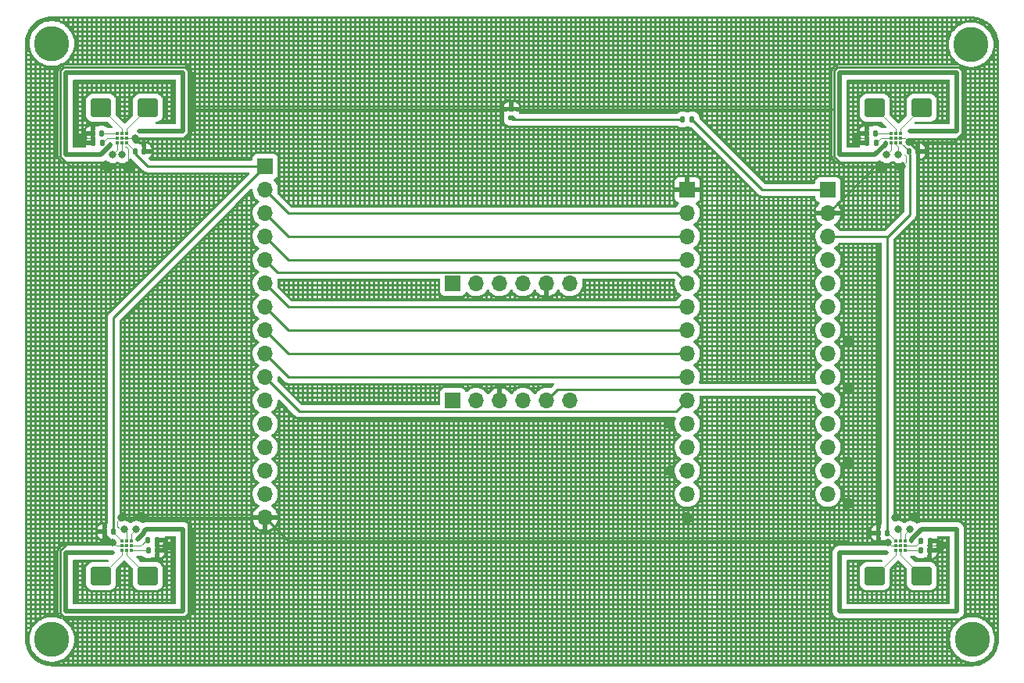
<source format=gbr>
%TF.GenerationSoftware,KiCad,Pcbnew,(5.99.0-12298-gc84619cd7f)*%
%TF.CreationDate,2021-09-28T06:55:19-06:00*%
%TF.ProjectId,VRduino 2,56526475-696e-46f2-9032-2e6b69636164,D*%
%TF.SameCoordinates,Original*%
%TF.FileFunction,Copper,L1,Top*%
%TF.FilePolarity,Positive*%
%FSLAX46Y46*%
G04 Gerber Fmt 4.6, Leading zero omitted, Abs format (unit mm)*
G04 Created by KiCad (PCBNEW (5.99.0-12298-gc84619cd7f)) date 2021-09-28 06:55:19*
%MOMM*%
%LPD*%
G01*
G04 APERTURE LIST*
G04 Aperture macros list*
%AMRoundRect*
0 Rectangle with rounded corners*
0 $1 Rounding radius*
0 $2 $3 $4 $5 $6 $7 $8 $9 X,Y pos of 4 corners*
0 Add a 4 corners polygon primitive as box body*
4,1,4,$2,$3,$4,$5,$6,$7,$8,$9,$2,$3,0*
0 Add four circle primitives for the rounded corners*
1,1,$1+$1,$2,$3*
1,1,$1+$1,$4,$5*
1,1,$1+$1,$6,$7*
1,1,$1+$1,$8,$9*
0 Add four rect primitives between the rounded corners*
20,1,$1+$1,$2,$3,$4,$5,0*
20,1,$1+$1,$4,$5,$6,$7,0*
20,1,$1+$1,$6,$7,$8,$9,0*
20,1,$1+$1,$8,$9,$2,$3,0*%
G04 Aperture macros list end*
%TA.AperFunction,SMDPad,CuDef*%
%ADD10C,0.368400*%
%TD*%
%TA.AperFunction,ComponentPad*%
%ADD11C,3.800000*%
%TD*%
%TA.AperFunction,SMDPad,CuDef*%
%ADD12RoundRect,0.140000X-0.140000X-0.170000X0.140000X-0.170000X0.140000X0.170000X-0.140000X0.170000X0*%
%TD*%
%TA.AperFunction,SMDPad,CuDef*%
%ADD13RoundRect,0.140000X0.140000X0.170000X-0.140000X0.170000X-0.140000X-0.170000X0.140000X-0.170000X0*%
%TD*%
%TA.AperFunction,SMDPad,CuDef*%
%ADD14RoundRect,0.250000X-0.850000X-0.750000X0.850000X-0.750000X0.850000X0.750000X-0.850000X0.750000X0*%
%TD*%
%TA.AperFunction,SMDPad,CuDef*%
%ADD15RoundRect,0.250000X0.850000X0.750000X-0.850000X0.750000X-0.850000X-0.750000X0.850000X-0.750000X0*%
%TD*%
%TA.AperFunction,ComponentPad*%
%ADD16R,1.700000X1.700000*%
%TD*%
%TA.AperFunction,ComponentPad*%
%ADD17O,1.700000X1.700000*%
%TD*%
%TA.AperFunction,SMDPad,CuDef*%
%ADD18RoundRect,0.135000X-0.135000X-0.185000X0.135000X-0.185000X0.135000X0.185000X-0.135000X0.185000X0*%
%TD*%
%TA.AperFunction,SMDPad,CuDef*%
%ADD19RoundRect,0.135000X0.135000X0.185000X-0.135000X0.185000X-0.135000X-0.185000X0.135000X-0.185000X0*%
%TD*%
%TA.AperFunction,SMDPad,CuDef*%
%ADD20RoundRect,0.147500X-0.172500X0.147500X-0.172500X-0.147500X0.172500X-0.147500X0.172500X0.147500X0*%
%TD*%
%TA.AperFunction,ViaPad*%
%ADD21C,0.800000*%
%TD*%
%TA.AperFunction,Conductor*%
%ADD22C,0.500000*%
%TD*%
%TA.AperFunction,Conductor*%
%ADD23C,0.100000*%
%TD*%
%TA.AperFunction,Conductor*%
%ADD24C,0.250000*%
%TD*%
G04 APERTURE END LIST*
D10*
%TO.P,U3,A1,AVDD*%
%TO.N,Net-(C5-Pad1)*%
X114816000Y-70112000D03*
%TO.P,U3,A2,IIN+*%
%TO.N,Net-(D4-Pad2)*%
X115316000Y-70112000D03*
%TO.P,U3,A3,IIN-*%
%TO.N,Net-(D4-Pad1)*%
X115816000Y-70112000D03*
%TO.P,U3,B1,RBIAS*%
%TO.N,Net-(R4-Pad1)*%
X114816000Y-70612000D03*
%TO.P,U3,B2,AVSS*%
%TO.N,GND*%
X115316000Y-70612000D03*
%TO.P,U3,B3,AVSS2*%
X115816000Y-70612000D03*
%TO.P,U3,C1,D*%
%TO.N,/Teensy/10*%
X114816000Y-71112000D03*
%TO.P,U3,C2,E*%
%TO.N,/Teensy/9*%
X115316000Y-71112000D03*
%TO.P,U3,C3,DVDD*%
%TO.N,3.3V*%
X115816000Y-71112000D03*
%TD*%
%TO.P,U1,A1,AVDD*%
%TO.N,Net-(C1-Pad1)*%
X198644000Y-70112000D03*
%TO.P,U1,A2,IIN+*%
%TO.N,Net-(D2-Pad2)*%
X199144000Y-70112000D03*
%TO.P,U1,A3,IIN-*%
%TO.N,Net-(D2-Pad1)*%
X199644000Y-70112000D03*
%TO.P,U1,B1,RBIAS*%
%TO.N,Net-(R2-Pad1)*%
X198644000Y-70612000D03*
%TO.P,U1,B2,AVSS*%
%TO.N,GND*%
X199144000Y-70612000D03*
%TO.P,U1,B3,AVSS2*%
X199644000Y-70612000D03*
%TO.P,U1,C1,D*%
%TO.N,/Teensy/19*%
X198644000Y-71112000D03*
%TO.P,U1,C2,E*%
%TO.N,/Teensy/18*%
X199144000Y-71112000D03*
%TO.P,U1,C3,DVDD*%
%TO.N,3.3V*%
X199644000Y-71112000D03*
%TD*%
%TO.P,U2,A1,AVDD*%
%TO.N,Net-(C3-Pad1)*%
X200144000Y-115308000D03*
%TO.P,U2,A2,IIN+*%
%TO.N,Net-(D3-Pad2)*%
X199644000Y-115308000D03*
%TO.P,U2,A3,IIN-*%
%TO.N,Net-(D3-Pad1)*%
X199144000Y-115308000D03*
%TO.P,U2,B1,RBIAS*%
%TO.N,Net-(R3-Pad1)*%
X200144000Y-114808000D03*
%TO.P,U2,B2,AVSS*%
%TO.N,GND*%
X199644000Y-114808000D03*
%TO.P,U2,B3,AVSS2*%
X199144000Y-114808000D03*
%TO.P,U2,C1,D*%
%TO.N,/Bottom Right Sensor/Data*%
X200144000Y-114308000D03*
%TO.P,U2,C2,E*%
%TO.N,/Bottom Right Sensor/Envelope*%
X199644000Y-114308000D03*
%TO.P,U2,C3,DVDD*%
%TO.N,3.3V*%
X199144000Y-114308000D03*
%TD*%
%TO.P,U4,A1,AVDD*%
%TO.N,Net-(C7-Pad1)*%
X116324000Y-115308000D03*
%TO.P,U4,A2,IIN+*%
%TO.N,Net-(D5-Pad2)*%
X115824000Y-115308000D03*
%TO.P,U4,A3,IIN-*%
%TO.N,Net-(D5-Pad1)*%
X115324000Y-115308000D03*
%TO.P,U4,B1,RBIAS*%
%TO.N,Net-(R5-Pad1)*%
X116324000Y-114808000D03*
%TO.P,U4,B2,AVSS*%
%TO.N,GND*%
X115824000Y-114808000D03*
%TO.P,U4,B3,AVSS2*%
X115324000Y-114808000D03*
%TO.P,U4,C1,D*%
%TO.N,/Bottom Left Sensor/Data*%
X116324000Y-114308000D03*
%TO.P,U4,C2,E*%
%TO.N,/Bottom Left Sensor/Envelope*%
X115824000Y-114308000D03*
%TO.P,U4,C3,DVDD*%
%TO.N,3.3V*%
X115324000Y-114308000D03*
%TD*%
D11*
%TO.P,REF\u002A\u002A,1*%
%TO.N,N/C*%
X207264000Y-60452000D03*
%TD*%
%TO.P,REF\u002A\u002A,1*%
%TO.N,N/C*%
X207391000Y-124968000D03*
%TD*%
%TO.P,REF\u002A\u002A,1*%
%TO.N,N/C*%
X107696000Y-60325000D03*
%TD*%
%TO.P,REF\u002A\u002A,1*%
%TO.N,N/C*%
X107696000Y-124968000D03*
%TD*%
D12*
%TO.P,C6,1*%
%TO.N,3.3V*%
X116741000Y-72009000D03*
%TO.P,C6,2*%
%TO.N,GND*%
X117701000Y-72009000D03*
%TD*%
%TO.P,C7,1*%
%TO.N,Net-(C7-Pad1)*%
X118138000Y-115316000D03*
%TO.P,C7,2*%
%TO.N,GND*%
X119098000Y-115316000D03*
%TD*%
D13*
%TO.P,C8,1*%
%TO.N,3.3V*%
X114399000Y-113284000D03*
%TO.P,C8,2*%
%TO.N,GND*%
X113439000Y-113284000D03*
%TD*%
%TO.P,C1,1*%
%TO.N,Net-(C1-Pad1)*%
X196949000Y-70104000D03*
%TO.P,C1,2*%
%TO.N,GND*%
X195989000Y-70104000D03*
%TD*%
D12*
%TO.P,C2,1*%
%TO.N,3.3V*%
X200533000Y-72009000D03*
%TO.P,C2,2*%
%TO.N,GND*%
X201493000Y-72009000D03*
%TD*%
%TO.P,C3,1*%
%TO.N,Net-(C3-Pad1)*%
X201831000Y-115316000D03*
%TO.P,C3,2*%
%TO.N,GND*%
X202791000Y-115316000D03*
%TD*%
D13*
%TO.P,C4,1*%
%TO.N,3.3V*%
X198191000Y-113411000D03*
%TO.P,C4,2*%
%TO.N,GND*%
X197231000Y-113411000D03*
%TD*%
D14*
%TO.P,D4,2,A*%
%TO.N,Net-(D4-Pad2)*%
X113030000Y-67310000D03*
%TO.P,D4,1,K*%
%TO.N,Net-(D4-Pad1)*%
X118110000Y-67310000D03*
%TD*%
D15*
%TO.P,D5,2,A*%
%TO.N,Net-(D5-Pad2)*%
X118110000Y-118110000D03*
%TO.P,D5,1,K*%
%TO.N,Net-(D5-Pad1)*%
X113030000Y-118110000D03*
%TD*%
D14*
%TO.P,D2,2,A*%
%TO.N,Net-(D2-Pad2)*%
X196850000Y-67310000D03*
%TO.P,D2,1,K*%
%TO.N,Net-(D2-Pad1)*%
X201930000Y-67310000D03*
%TD*%
D15*
%TO.P,D3,2,A*%
%TO.N,Net-(D3-Pad2)*%
X201930000Y-118110000D03*
%TO.P,D3,1,K*%
%TO.N,Net-(D3-Pad1)*%
X196850000Y-118110000D03*
%TD*%
D16*
%TO.P,J2,1,Pin_1*%
%TO.N,/Teensy/VIN*%
X191770000Y-76200000D03*
D17*
%TO.P,J2,2,Pin_2*%
%TO.N,GND*%
X191770000Y-78740000D03*
%TO.P,J2,3,Pin_3*%
%TO.N,3.3V*%
X191770000Y-81280000D03*
%TO.P,J2,4,Pin_4*%
%TO.N,GPIO_23*%
X191770000Y-83820000D03*
%TO.P,J2,5,Pin_5*%
%TO.N,GPIO_22*%
X191770000Y-86360000D03*
%TO.P,J2,6,Pin_6*%
%TO.N,GPIO_21*%
X191770000Y-88900000D03*
%TO.P,J2,7,Pin_7*%
%TO.N,GPIO_20*%
X191770000Y-91440000D03*
%TO.P,J2,8,Pin_8*%
%TO.N,/Teensy/19*%
X191770000Y-93980000D03*
%TO.P,J2,9,Pin_9*%
%TO.N,/Teensy/18*%
X191770000Y-96520000D03*
%TO.P,J2,10,Pin_10*%
%TO.N,/IMU/SDA*%
X191770000Y-99060000D03*
%TO.P,J2,11,Pin_11*%
%TO.N,/IMU/SCL*%
X191770000Y-101600000D03*
%TO.P,J2,12,Pin_12*%
%TO.N,GPIO_15*%
X191770000Y-104140000D03*
%TO.P,J2,13,Pin_13*%
%TO.N,/Bottom Right Sensor/Data*%
X191770000Y-106680000D03*
%TO.P,J2,14,Pin_14*%
%TO.N,/Bottom Right Sensor/Envelope*%
X191770000Y-109220000D03*
%TD*%
D16*
%TO.P,J3,1,Pin_1*%
%TO.N,3.3V*%
X151130000Y-99060000D03*
D17*
%TO.P,J3,2,Pin_2*%
%TO.N,/IMU/1V8*%
X153670000Y-99060000D03*
%TO.P,J3,3,Pin_3*%
%TO.N,GND*%
X156210000Y-99060000D03*
%TO.P,J3,4,Pin_4*%
%TO.N,/IMU/SCL*%
X158750000Y-99060000D03*
%TO.P,J3,5,Pin_5*%
%TO.N,/IMU/SDA*%
X161290000Y-99060000D03*
%TO.P,J3,6,Pin_6*%
%TO.N,/IMU/INT*%
X163830000Y-99060000D03*
%TD*%
D16*
%TO.P,J4,1,Pin_1*%
%TO.N,/IMU/FS*%
X151130000Y-86360000D03*
D17*
%TO.P,J4,2,Pin_2*%
%TO.N,/IMU/AD*%
X153670000Y-86360000D03*
%TO.P,J4,3,Pin_3*%
%TO.N,/IMU/AC*%
X156210000Y-86360000D03*
%TO.P,J4,4,Pin_4*%
%TO.N,/IMU/G*%
X158750000Y-86360000D03*
%TO.P,J4,5,Pin_5*%
%TO.N,GND*%
X161290000Y-86360000D03*
%TO.P,J4,6,Pin_6*%
%TO.N,/IMU/CS*%
X163830000Y-86360000D03*
%TD*%
D16*
%TO.P,J5,1,Pin_1*%
%TO.N,3.3V*%
X130810000Y-73660000D03*
D17*
%TO.P,J5,2,Pin_2*%
%TO.N,GPIO_0*%
X130810000Y-76200000D03*
%TO.P,J5,3,Pin_3*%
%TO.N,GPIO_1*%
X130810000Y-78740000D03*
%TO.P,J5,4,Pin_4*%
%TO.N,GPIO_2*%
X130810000Y-81280000D03*
%TO.P,J5,5,Pin_5*%
%TO.N,GPIO_3*%
X130810000Y-83820000D03*
%TO.P,J5,6,Pin_6*%
%TO.N,GPIO_4*%
X130810000Y-86360000D03*
%TO.P,J5,7,Pin_7*%
%TO.N,GPIO_5*%
X130810000Y-88900000D03*
%TO.P,J5,8,Pin_8*%
%TO.N,GPIO_6*%
X130810000Y-91440000D03*
%TO.P,J5,9,Pin_9*%
%TO.N,GPIO_7*%
X130810000Y-93980000D03*
%TO.P,J5,10,Pin_10*%
%TO.N,GPIO_8*%
X130810000Y-96520000D03*
%TO.P,J5,11,Pin_11*%
%TO.N,GPIO_23*%
X130810000Y-99060000D03*
%TO.P,J5,12,Pin_12*%
%TO.N,GPIO_22*%
X130810000Y-101600000D03*
%TO.P,J5,13,Pin_13*%
%TO.N,GPIO_21*%
X130810000Y-104140000D03*
%TO.P,J5,14,Pin_14*%
%TO.N,GPIO_20*%
X130810000Y-106680000D03*
%TO.P,J5,15,Pin_15*%
%TO.N,GPIO_15*%
X130810000Y-109220000D03*
%TO.P,J5,16,Pin_16*%
%TO.N,GND*%
X130810000Y-111760000D03*
%TD*%
D18*
%TO.P,R1,1*%
%TO.N,Net-(D1-Pad2)*%
X176020000Y-68580000D03*
%TO.P,R1,2*%
%TO.N,/Teensy/VIN*%
X177040000Y-68580000D03*
%TD*%
D19*
%TO.P,R4,1*%
%TO.N,Net-(R4-Pad1)*%
X113159000Y-71120000D03*
%TO.P,R4,2*%
%TO.N,GND*%
X112139000Y-71120000D03*
%TD*%
D18*
%TO.P,R5,1*%
%TO.N,Net-(R5-Pad1)*%
X118108000Y-114173000D03*
%TO.P,R5,2*%
%TO.N,GND*%
X119128000Y-114173000D03*
%TD*%
D19*
%TO.P,R2,1*%
%TO.N,Net-(R2-Pad1)*%
X196979000Y-71120000D03*
%TO.P,R2,2*%
%TO.N,GND*%
X195959000Y-71120000D03*
%TD*%
D18*
%TO.P,R3,1*%
%TO.N,Net-(R3-Pad1)*%
X201801000Y-114300000D03*
%TO.P,R3,2*%
%TO.N,GND*%
X202821000Y-114300000D03*
%TD*%
D13*
%TO.P,C5,1*%
%TO.N,Net-(C5-Pad1)*%
X113129000Y-70104000D03*
%TO.P,C5,2*%
%TO.N,GND*%
X112169000Y-70104000D03*
%TD*%
D16*
%TO.P,J1,1,Pin_1*%
%TO.N,GND*%
X176530000Y-76200000D03*
D17*
%TO.P,J1,2,Pin_2*%
%TO.N,GPIO_0*%
X176530000Y-78740000D03*
%TO.P,J1,3,Pin_3*%
%TO.N,GPIO_1*%
X176530000Y-81280000D03*
%TO.P,J1,4,Pin_4*%
%TO.N,GPIO_2*%
X176530000Y-83820000D03*
%TO.P,J1,5,Pin_5*%
%TO.N,GPIO_3*%
X176530000Y-86360000D03*
%TO.P,J1,6,Pin_6*%
%TO.N,GPIO_4*%
X176530000Y-88900000D03*
%TO.P,J1,7,Pin_7*%
%TO.N,GPIO_5*%
X176530000Y-91440000D03*
%TO.P,J1,8,Pin_8*%
%TO.N,GPIO_6*%
X176530000Y-93980000D03*
%TO.P,J1,9,Pin_9*%
%TO.N,GPIO_7*%
X176530000Y-96520000D03*
%TO.P,J1,10,Pin_10*%
%TO.N,GPIO_8*%
X176530000Y-99060000D03*
%TO.P,J1,11,Pin_11*%
%TO.N,/Teensy/9*%
X176530000Y-101600000D03*
%TO.P,J1,12,Pin_12*%
%TO.N,/Teensy/10*%
X176530000Y-104140000D03*
%TO.P,J1,13,Pin_13*%
%TO.N,/Bottom Left Sensor/Data*%
X176530000Y-106680000D03*
%TO.P,J1,14,Pin_14*%
%TO.N,/Bottom Left Sensor/Envelope*%
X176530000Y-109220000D03*
%TD*%
D20*
%TO.P,D1,1,K*%
%TO.N,GND*%
X157480000Y-67460000D03*
%TO.P,D1,2,A*%
%TO.N,Net-(D1-Pad2)*%
X157480000Y-68430000D03*
%TD*%
D21*
%TO.N,GND*%
X117348000Y-111760000D03*
X174752000Y-101600000D03*
X174752000Y-106680000D03*
X176530000Y-111760000D03*
X203835000Y-114808000D03*
X199009000Y-111760000D03*
X201168000Y-111760000D03*
X200533000Y-70993000D03*
X199771000Y-73660000D03*
X193929000Y-92710000D03*
X197612000Y-73660000D03*
X198247000Y-114427000D03*
X193929000Y-97710000D03*
X113792000Y-73660000D03*
X193929000Y-110210000D03*
X115189000Y-111760000D03*
X120015000Y-114808000D03*
X115951000Y-73660000D03*
X194945000Y-70612000D03*
X116713000Y-70612000D03*
X114300000Y-114427000D03*
X193929000Y-105710000D03*
X111125000Y-70612000D03*
%TO.N,/Bottom Left Sensor/Data*%
X116840000Y-113030000D03*
%TO.N,/Bottom Left Sensor/Envelope*%
X115570000Y-113030000D03*
%TO.N,/Teensy/10*%
X114300000Y-72390000D03*
%TO.N,/Teensy/9*%
X115316000Y-72390000D03*
%TO.N,/Bottom Right Sensor/Data*%
X200660000Y-113030000D03*
%TO.N,/Bottom Right Sensor/Envelope*%
X199390000Y-113030000D03*
%TO.N,/Teensy/18*%
X199390000Y-72390000D03*
%TO.N,/Teensy/19*%
X198120000Y-72390000D03*
%TD*%
D22*
%TO.N,*%
X193040000Y-115570000D02*
X193040000Y-121920000D01*
X121920000Y-69797980D02*
X121920000Y-63500000D01*
X205740000Y-63500000D02*
X193040000Y-63500000D01*
X201923670Y-113030000D02*
X200803601Y-114150069D01*
X193040000Y-72390000D02*
X196850000Y-72390000D01*
X197984399Y-71267599D02*
X197984399Y-71120000D01*
X113036330Y-72390000D02*
X114046000Y-71380330D01*
X121920000Y-113030000D02*
X117944992Y-113030000D01*
X109220000Y-121920000D02*
X121920000Y-121920000D01*
X196861998Y-72390000D02*
X197984399Y-71267599D01*
X121920000Y-63500000D02*
X109220000Y-63500000D01*
X200660000Y-69850000D02*
X205740000Y-69850000D01*
X117690992Y-113284000D02*
X117690992Y-113442678D01*
X193040000Y-63500000D02*
X193040000Y-72390000D01*
X119660010Y-69823990D02*
X117182992Y-69823990D01*
X205740000Y-121920000D02*
X205740000Y-113030000D01*
X201930000Y-113030000D02*
X201923670Y-113030000D01*
X109220000Y-63500000D02*
X109220000Y-72390000D01*
X205740000Y-113030000D02*
X201930000Y-113030000D01*
X109220000Y-72390000D02*
X113036330Y-72390000D01*
X193040000Y-121920000D02*
X205740000Y-121920000D01*
X117944992Y-113030000D02*
X117690992Y-113284000D01*
X109220000Y-115570000D02*
X114300000Y-115570000D01*
X113536320Y-71890010D02*
X114046000Y-71380330D01*
X200803601Y-114150069D02*
X200803601Y-114300000D01*
X205740000Y-69850000D02*
X205740000Y-63500000D01*
X114046000Y-71380330D02*
X114046000Y-71247000D01*
X198120000Y-115570000D02*
X193040000Y-115570000D01*
X121893990Y-69823990D02*
X121920000Y-69797980D01*
X121920000Y-121920000D02*
X121920000Y-113030000D01*
X119660010Y-69823990D02*
X121893990Y-69823990D01*
X109220000Y-121920000D02*
X109220000Y-115570000D01*
X196850000Y-72390000D02*
X196861998Y-72390000D01*
X117690992Y-113442678D02*
X116983601Y-114150069D01*
D23*
%TO.N,GND*%
X119001000Y-115286000D02*
X118971000Y-115316000D01*
D24*
X122300583Y-70230583D02*
X121919166Y-70612000D01*
D23*
X112169000Y-70584000D02*
X112169000Y-71090000D01*
D24*
X108644990Y-72628176D02*
X108644990Y-63261824D01*
D23*
X203835000Y-114808000D02*
X202823000Y-114808000D01*
D24*
X109549814Y-114427000D02*
X108644990Y-115331824D01*
X117729000Y-70612000D02*
X118618000Y-70612000D01*
X194564000Y-114427000D02*
X194056000Y-114427000D01*
D23*
X115966001Y-71770001D02*
X115767601Y-71571601D01*
D24*
X191770000Y-78740000D02*
X196215000Y-74295000D01*
D23*
X199644000Y-70612000D02*
X199144000Y-70612000D01*
D24*
X193496814Y-73660000D02*
X197612000Y-73660000D01*
D23*
X195959000Y-71120000D02*
X195959000Y-70614000D01*
D24*
X196215000Y-74295000D02*
X196850000Y-73660000D01*
X119130000Y-114808000D02*
X119128000Y-114810000D01*
X197231000Y-113411000D02*
X194056000Y-113411000D01*
X193929000Y-113538000D02*
X193929000Y-114300000D01*
X205410186Y-70993000D02*
X206315010Y-70088176D01*
X192464990Y-63261824D02*
X192464990Y-72628176D01*
D23*
X198247000Y-114427000D02*
X198628000Y-114808000D01*
X115816000Y-70612000D02*
X116713000Y-70612000D01*
X200533000Y-70993000D02*
X200152000Y-70612000D01*
D24*
X122495010Y-112335010D02*
X121920000Y-111760000D01*
D23*
X198628000Y-114808000D02*
X199144000Y-114808000D01*
D24*
X192464990Y-72628176D02*
X193496814Y-73660000D01*
X201493000Y-72009000D02*
X201493000Y-111435000D01*
X205978176Y-62924990D02*
X192801824Y-62924990D01*
X108644990Y-115331824D02*
X108644990Y-122158176D01*
X201493000Y-72009000D02*
X201493000Y-71699000D01*
D23*
X202823000Y-114808000D02*
X202821000Y-114806000D01*
X115316000Y-70612000D02*
X115816000Y-70612000D01*
D24*
X117701000Y-70640000D02*
X117729000Y-70612000D01*
X118618000Y-70612000D02*
X119685186Y-70612000D01*
X121920000Y-111760000D02*
X124460000Y-111760000D01*
D23*
X199771000Y-73660000D02*
X200170999Y-73260001D01*
X115189000Y-111760000D02*
X114789001Y-112159999D01*
D24*
X117701000Y-72009000D02*
X117701000Y-70640000D01*
X157480000Y-67460000D02*
X192464990Y-67460000D01*
X115951000Y-73660000D02*
X113792000Y-73660000D01*
D23*
X195959000Y-70134000D02*
X195989000Y-70104000D01*
D24*
X193929000Y-113284000D02*
X194056000Y-113411000D01*
D23*
X115966001Y-73644999D02*
X115966001Y-71770001D01*
D24*
X114300000Y-114427000D02*
X109549814Y-114427000D01*
D23*
X202821000Y-115286000D02*
X202791000Y-115316000D01*
D24*
X109676814Y-73660000D02*
X108644990Y-72628176D01*
D23*
X112141000Y-70612000D02*
X112169000Y-70584000D01*
D24*
X121919166Y-70612000D02*
X118618000Y-70612000D01*
X113439000Y-113566000D02*
X113439000Y-113284000D01*
X122495010Y-122158176D02*
X122495010Y-112335010D01*
X196850000Y-73660000D02*
X197612000Y-73660000D01*
X201493000Y-71953000D02*
X201493000Y-72009000D01*
X200533000Y-70993000D02*
X201493000Y-71953000D01*
D23*
X199144000Y-114808000D02*
X199644000Y-114808000D01*
D24*
X119128000Y-115286000D02*
X119098000Y-115316000D01*
X192913000Y-114300000D02*
X193929000Y-114300000D01*
X206315010Y-63261824D02*
X205978176Y-62924990D01*
X119380000Y-111760000D02*
X121920000Y-111760000D01*
D23*
X114789001Y-112757001D02*
X114919999Y-112887999D01*
X202821000Y-114300000D02*
X202821000Y-114806000D01*
D24*
X194056000Y-114427000D02*
X193929000Y-114300000D01*
D23*
X115951000Y-73660000D02*
X115966001Y-73644999D01*
X200170999Y-73260001D02*
X200170999Y-72535999D01*
D24*
X122158176Y-122495010D02*
X122495010Y-122158176D01*
X122495010Y-70036156D02*
X122300583Y-70230583D01*
X119128000Y-114173000D02*
X119128000Y-114810000D01*
D23*
X115767601Y-71571601D02*
X115626399Y-71571601D01*
X195959000Y-70614000D02*
X195959000Y-70134000D01*
D24*
X133350000Y-114300000D02*
X192913000Y-114300000D01*
D23*
X112169000Y-71090000D02*
X112139000Y-71120000D01*
X114681000Y-114808000D02*
X114300000Y-114427000D01*
D24*
X192801824Y-62924990D02*
X192464990Y-63261824D01*
X108644990Y-63261824D02*
X108981824Y-62924990D01*
D23*
X112169000Y-70104000D02*
X112169000Y-70584000D01*
D24*
X122495010Y-63261824D02*
X122495010Y-70036156D01*
X130810000Y-111760000D02*
X133350000Y-114300000D01*
D23*
X111125000Y-70612000D02*
X112141000Y-70612000D01*
X115824000Y-114808000D02*
X115324000Y-114808000D01*
X200152000Y-70612000D02*
X199644000Y-70612000D01*
D24*
X124460000Y-111760000D02*
X130810000Y-111760000D01*
X119128000Y-114810000D02*
X119128000Y-115286000D01*
X198247000Y-114427000D02*
X194564000Y-114427000D01*
X194056000Y-113411000D02*
X193929000Y-113538000D01*
X200533000Y-70993000D02*
X205410186Y-70993000D01*
D23*
X202821000Y-114806000D02*
X202821000Y-115286000D01*
D24*
X108981824Y-62924990D02*
X122158176Y-62924990D01*
X157480000Y-67460000D02*
X125071166Y-67460000D01*
X115189000Y-111760000D02*
X117348000Y-111760000D01*
X206315010Y-70088176D02*
X206315010Y-63261824D01*
X116713000Y-70612000D02*
X117729000Y-70612000D01*
D23*
X115324000Y-114808000D02*
X114681000Y-114808000D01*
D24*
X125071166Y-67460000D02*
X122495010Y-67460000D01*
D23*
X200170999Y-72535999D02*
X200040001Y-72405001D01*
X114789001Y-112159999D02*
X114789001Y-112757001D01*
X195957000Y-70612000D02*
X195959000Y-70614000D01*
X194945000Y-70612000D02*
X195957000Y-70612000D01*
D24*
X114300000Y-114427000D02*
X113439000Y-113566000D01*
X117348000Y-111760000D02*
X119380000Y-111760000D01*
X108981824Y-122495010D02*
X122158176Y-122495010D01*
X197612000Y-73660000D02*
X199771000Y-73660000D01*
X120015000Y-114808000D02*
X119130000Y-114808000D01*
X122158176Y-62924990D02*
X122495010Y-63261824D01*
X113792000Y-73660000D02*
X109676814Y-73660000D01*
X108644990Y-122158176D02*
X108981824Y-122495010D01*
X201493000Y-111435000D02*
X201168000Y-111760000D01*
X193929000Y-110210000D02*
X193929000Y-113284000D01*
%TO.N,3.3V*%
X198191000Y-81351000D02*
X200660000Y-78882000D01*
X116741000Y-72319000D02*
X116741000Y-72009000D01*
D23*
X114399000Y-113383000D02*
X114399000Y-113284000D01*
X199144000Y-114308000D02*
X198247000Y-113411000D01*
D24*
X114399000Y-90071000D02*
X130810000Y-73660000D01*
D23*
X200533000Y-72009000D02*
X200533000Y-72001000D01*
D24*
X191770000Y-81280000D02*
X198120000Y-81280000D01*
D23*
X115324000Y-114308000D02*
X114399000Y-113383000D01*
X198247000Y-113411000D02*
X198191000Y-113411000D01*
D24*
X198191000Y-113411000D02*
X198191000Y-81351000D01*
D23*
X116741000Y-72009000D02*
X116713000Y-72009000D01*
X200533000Y-72001000D02*
X199644000Y-71112000D01*
D24*
X130810000Y-73660000D02*
X118082000Y-73660000D01*
X198120000Y-81280000D02*
X198191000Y-81351000D01*
D23*
X116713000Y-72009000D02*
X115816000Y-71112000D01*
D24*
X200660000Y-78882000D02*
X200660000Y-72390000D01*
X114399000Y-113284000D02*
X114399000Y-90071000D01*
X118082000Y-73660000D02*
X116741000Y-72319000D01*
X200660000Y-72136000D02*
X200533000Y-72009000D01*
D23*
%TO.N,/Bottom Left Sensor/Data*%
X116324000Y-113546000D02*
X116840000Y-113030000D01*
X116324000Y-114308000D02*
X116324000Y-113546000D01*
%TO.N,/Bottom Left Sensor/Envelope*%
X115824000Y-113284000D02*
X115824000Y-114308000D01*
X115570000Y-113030000D02*
X115824000Y-113284000D01*
%TO.N,/Teensy/10*%
X114816000Y-71874000D02*
X114816000Y-71112000D01*
X114300000Y-72390000D02*
X114816000Y-71874000D01*
%TO.N,/Teensy/9*%
X115316000Y-71112000D02*
X115316000Y-72390000D01*
D24*
%TO.N,GPIO_8*%
X130810000Y-96520000D02*
X134524511Y-100234511D01*
X175355489Y-100234511D02*
X176530000Y-99060000D01*
X134524511Y-100234511D02*
X175355489Y-100234511D01*
%TO.N,GPIO_7*%
X176530000Y-96520000D02*
X133350000Y-96520000D01*
X133350000Y-96520000D02*
X130810000Y-93980000D01*
%TO.N,GPIO_6*%
X176530000Y-93980000D02*
X133350000Y-93980000D01*
X133350000Y-93980000D02*
X130810000Y-91440000D01*
%TO.N,GPIO_5*%
X176530000Y-91440000D02*
X133350000Y-91440000D01*
X133350000Y-91440000D02*
X130810000Y-88900000D01*
%TO.N,GPIO_4*%
X176530000Y-88900000D02*
X133350000Y-88900000D01*
X133350000Y-88900000D02*
X130810000Y-86360000D01*
%TO.N,GPIO_3*%
X176530000Y-86360000D02*
X175354999Y-85184999D01*
X132174999Y-85184999D02*
X130810000Y-83820000D01*
X175354999Y-85184999D02*
X132174999Y-85184999D01*
%TO.N,GPIO_2*%
X176530000Y-83820000D02*
X133350000Y-83820000D01*
X133350000Y-83820000D02*
X130810000Y-81280000D01*
%TO.N,GPIO_1*%
X176530000Y-81280000D02*
X133350000Y-81280000D01*
X133350000Y-81280000D02*
X130810000Y-78740000D01*
%TO.N,GPIO_0*%
X176530000Y-78740000D02*
X133350000Y-78740000D01*
X133350000Y-78740000D02*
X130810000Y-76200000D01*
%TO.N,/IMU/SDA*%
X190595489Y-97885489D02*
X162464511Y-97885489D01*
X162464511Y-97885489D02*
X161290000Y-99060000D01*
X191770000Y-99060000D02*
X190595489Y-97885489D01*
D23*
%TO.N,/Bottom Right Sensor/Data*%
X200144000Y-113546000D02*
X200660000Y-113030000D01*
X200144000Y-114308000D02*
X200144000Y-113546000D01*
%TO.N,/Bottom Right Sensor/Envelope*%
X199644000Y-114308000D02*
X199644000Y-113284000D01*
X199644000Y-113284000D02*
X199390000Y-113030000D01*
%TO.N,/Teensy/18*%
X199144000Y-71292210D02*
X199144000Y-71112000D01*
X199136000Y-71120000D02*
X199144000Y-71112000D01*
X199390000Y-72390000D02*
X199390000Y-71538210D01*
X199390000Y-71538210D02*
X199144000Y-71292210D01*
%TO.N,/Teensy/19*%
X198644000Y-71866000D02*
X198644000Y-71112000D01*
X198120000Y-72390000D02*
X198644000Y-71866000D01*
D24*
%TO.N,/Teensy/VIN*%
X184660000Y-76200000D02*
X177040000Y-68580000D01*
X191770000Y-76200000D02*
X184660000Y-76200000D01*
%TO.N,Net-(C1-Pad1)*%
X196949000Y-70104000D02*
X196949000Y-69949000D01*
D23*
X196949000Y-70104000D02*
X198636000Y-70104000D01*
X198636000Y-70104000D02*
X198644000Y-70112000D01*
%TO.N,Net-(C3-Pad1)*%
X200152000Y-115316000D02*
X200144000Y-115308000D01*
X201831000Y-115316000D02*
X200152000Y-115316000D01*
%TO.N,Net-(C5-Pad1)*%
X113129000Y-70104000D02*
X114808000Y-70104000D01*
X114808000Y-70104000D02*
X114816000Y-70112000D01*
%TO.N,Net-(C7-Pad1)*%
X118003000Y-115308000D02*
X118011000Y-115316000D01*
X116324000Y-115308000D02*
X118003000Y-115308000D01*
D24*
%TO.N,Net-(D1-Pad2)*%
X157480000Y-68430000D02*
X157800000Y-68430000D01*
X157630000Y-68580000D02*
X157480000Y-68430000D01*
X176020000Y-68580000D02*
X157630000Y-68580000D01*
D23*
%TO.N,Net-(D2-Pad1)*%
X199644000Y-70112000D02*
X199644000Y-69596000D01*
X199644000Y-69596000D02*
X201930000Y-67310000D01*
%TO.N,Net-(D2-Pad2)*%
X199144000Y-70112000D02*
X199144000Y-69604000D01*
X199144000Y-69604000D02*
X196850000Y-67310000D01*
%TO.N,Net-(D3-Pad1)*%
X199144000Y-115308000D02*
X199144000Y-115816000D01*
X199144000Y-115816000D02*
X196850000Y-118110000D01*
%TO.N,Net-(D3-Pad2)*%
X201930000Y-118110000D02*
X199644000Y-115824000D01*
X199644000Y-115824000D02*
X199644000Y-115308000D01*
%TO.N,Net-(D4-Pad1)*%
X115816000Y-69604000D02*
X118110000Y-67310000D01*
X115816000Y-70112000D02*
X115816000Y-69604000D01*
X118110000Y-67310000D02*
X118110000Y-67945000D01*
%TO.N,Net-(D4-Pad2)*%
X115316000Y-69596000D02*
X115316000Y-70112000D01*
X113030000Y-67310000D02*
X115316000Y-69596000D01*
%TO.N,Net-(D5-Pad1)*%
X115324000Y-115308000D02*
X115324000Y-115816000D01*
X115324000Y-115816000D02*
X113030000Y-118110000D01*
%TO.N,Net-(D5-Pad2)*%
X115824000Y-115308000D02*
X115824000Y-115824000D01*
X115824000Y-115824000D02*
X118110000Y-118110000D01*
%TO.N,Net-(R2-Pad1)*%
X197487000Y-70612000D02*
X198644000Y-70612000D01*
X196979000Y-71120000D02*
X197487000Y-70612000D01*
%TO.N,Net-(R3-Pad1)*%
X200144000Y-114808000D02*
X201293000Y-114808000D01*
X201293000Y-114808000D02*
X201801000Y-114300000D01*
%TO.N,Net-(R4-Pad1)*%
X113667000Y-70612000D02*
X114816000Y-70612000D01*
X113159000Y-71120000D02*
X113667000Y-70612000D01*
%TO.N,Net-(R5-Pad1)*%
X117346000Y-114808000D02*
X116324000Y-114808000D01*
X117981000Y-114173000D02*
X117346000Y-114808000D01*
%TD*%
%TA.AperFunction,Conductor*%
%TO.N,GND*%
G36*
X207094984Y-57404888D02*
G01*
X207149131Y-57411349D01*
X207157984Y-57409868D01*
X207157986Y-57409868D01*
X207167484Y-57408279D01*
X207190521Y-57406572D01*
X207474696Y-57411646D01*
X207488135Y-57412606D01*
X207798492Y-57451588D01*
X207811749Y-57453980D01*
X208116156Y-57525914D01*
X208129089Y-57529712D01*
X208424052Y-57633769D01*
X208436512Y-57638930D01*
X208718665Y-57773923D01*
X208730492Y-57780381D01*
X208879062Y-57872155D01*
X208996604Y-57944764D01*
X209007683Y-57952457D01*
X209254682Y-58144332D01*
X209264876Y-58153165D01*
X209489951Y-58370346D01*
X209499142Y-58380217D01*
X209699720Y-58620221D01*
X209707803Y-58631019D01*
X209881570Y-58891080D01*
X209888453Y-58902680D01*
X210024312Y-59162402D01*
X210033429Y-59179832D01*
X210039032Y-59192101D01*
X210153551Y-59483163D01*
X210157810Y-59495961D01*
X210240555Y-59797580D01*
X210243423Y-59810760D01*
X210293457Y-60119525D01*
X210294898Y-60132934D01*
X210298653Y-60202982D01*
X210309718Y-60409422D01*
X210308399Y-60435550D01*
X210306814Y-60445730D01*
X210307978Y-60454632D01*
X210307978Y-60454635D01*
X210310936Y-60477251D01*
X210312000Y-60493589D01*
X210312000Y-124918672D01*
X210310500Y-124938056D01*
X210306814Y-124961730D01*
X210307978Y-124970632D01*
X210307978Y-124970634D01*
X210309163Y-124979692D01*
X210310029Y-125003093D01*
X210294830Y-125273746D01*
X210294030Y-125287983D01*
X210292448Y-125302024D01*
X210239949Y-125611007D01*
X210236805Y-125624782D01*
X210150041Y-125925947D01*
X210145374Y-125939284D01*
X210025438Y-126228837D01*
X210019309Y-126241564D01*
X209867701Y-126515877D01*
X209860194Y-126527825D01*
X209678819Y-126783449D01*
X209670018Y-126794484D01*
X209461174Y-127028183D01*
X209451184Y-127038173D01*
X209217484Y-127247018D01*
X209206451Y-127255817D01*
X208950825Y-127437194D01*
X208938877Y-127444701D01*
X208664564Y-127596309D01*
X208651841Y-127602436D01*
X208601780Y-127623172D01*
X208362284Y-127722374D01*
X208348947Y-127727041D01*
X208047782Y-127813805D01*
X208034007Y-127816949D01*
X207888723Y-127841634D01*
X207725019Y-127869449D01*
X207710987Y-127871030D01*
X207433373Y-127886621D01*
X207406932Y-127885319D01*
X207397270Y-127883814D01*
X207370100Y-127887367D01*
X207365749Y-127887936D01*
X207349411Y-127889000D01*
X107880439Y-127889000D01*
X107865676Y-127888132D01*
X107859192Y-127887367D01*
X107810185Y-127881585D01*
X107791844Y-127884678D01*
X107768813Y-127886414D01*
X107497960Y-127881924D01*
X107484497Y-127880977D01*
X107187367Y-127844015D01*
X107174081Y-127841634D01*
X106882589Y-127773092D01*
X106869653Y-127769308D01*
X106587171Y-127669975D01*
X106574695Y-127664821D01*
X106463192Y-127611600D01*
X108195719Y-127611600D01*
X108337000Y-127611600D01*
X108337000Y-127576439D01*
X108217187Y-127607202D01*
X108213302Y-127608134D01*
X108211743Y-127608482D01*
X108207895Y-127609278D01*
X108195719Y-127611600D01*
X106463192Y-127611600D01*
X106304469Y-127535841D01*
X106292621Y-127529386D01*
X106249501Y-127502800D01*
X108590000Y-127502800D01*
X108590000Y-127611600D01*
X108846000Y-127611600D01*
X108846000Y-127400251D01*
X108834371Y-127405724D01*
X108830731Y-127407367D01*
X108829265Y-127408001D01*
X108825635Y-127409505D01*
X108590000Y-127502800D01*
X106249501Y-127502800D01*
X106064930Y-127389000D01*
X109099000Y-127389000D01*
X109099000Y-127611600D01*
X109355000Y-127611600D01*
X109355000Y-127389000D01*
X109608000Y-127389000D01*
X109608000Y-127611600D01*
X109864000Y-127611600D01*
X109864000Y-127389000D01*
X110117000Y-127389000D01*
X110117000Y-127611600D01*
X110373000Y-127611600D01*
X110373000Y-127389000D01*
X110626000Y-127389000D01*
X110626000Y-127611600D01*
X110882000Y-127611600D01*
X110882000Y-127389000D01*
X111135000Y-127389000D01*
X111135000Y-127611600D01*
X111391000Y-127611600D01*
X111391000Y-127389000D01*
X111644000Y-127389000D01*
X111644000Y-127611600D01*
X111900000Y-127611600D01*
X111900000Y-127389000D01*
X112153000Y-127389000D01*
X112153000Y-127611600D01*
X112409000Y-127611600D01*
X112409000Y-127389000D01*
X112662000Y-127389000D01*
X112662000Y-127611600D01*
X112918000Y-127611600D01*
X112918000Y-127389000D01*
X113171000Y-127389000D01*
X113171000Y-127611600D01*
X113427000Y-127611600D01*
X113427000Y-127389000D01*
X113680000Y-127389000D01*
X113680000Y-127611600D01*
X113936000Y-127611600D01*
X113936000Y-127389000D01*
X114189000Y-127389000D01*
X114189000Y-127611600D01*
X114445000Y-127611600D01*
X114445000Y-127389000D01*
X114698000Y-127389000D01*
X114698000Y-127611600D01*
X114954000Y-127611600D01*
X114954000Y-127389000D01*
X115207000Y-127389000D01*
X115207000Y-127611600D01*
X115463000Y-127611600D01*
X115463000Y-127389000D01*
X115716000Y-127389000D01*
X115716000Y-127611600D01*
X115972000Y-127611600D01*
X115972000Y-127389000D01*
X116225000Y-127389000D01*
X116225000Y-127611600D01*
X116481000Y-127611600D01*
X116481000Y-127389000D01*
X116734000Y-127389000D01*
X116734000Y-127611600D01*
X116990000Y-127611600D01*
X116990000Y-127389000D01*
X117243000Y-127389000D01*
X117243000Y-127611600D01*
X117499000Y-127611600D01*
X117499000Y-127389000D01*
X117752000Y-127389000D01*
X117752000Y-127611600D01*
X118008000Y-127611600D01*
X118008000Y-127389000D01*
X118261000Y-127389000D01*
X118261000Y-127611600D01*
X118517000Y-127611600D01*
X118517000Y-127389000D01*
X118770000Y-127389000D01*
X118770000Y-127611600D01*
X119026000Y-127611600D01*
X119026000Y-127389000D01*
X119279000Y-127389000D01*
X119279000Y-127611600D01*
X119535000Y-127611600D01*
X119535000Y-127389000D01*
X119788000Y-127389000D01*
X119788000Y-127611600D01*
X120044000Y-127611600D01*
X120044000Y-127389000D01*
X120297000Y-127389000D01*
X120297000Y-127611600D01*
X120553000Y-127611600D01*
X120553000Y-127389000D01*
X120806000Y-127389000D01*
X120806000Y-127611600D01*
X121062000Y-127611600D01*
X121062000Y-127389000D01*
X121315000Y-127389000D01*
X121315000Y-127611600D01*
X121571000Y-127611600D01*
X121571000Y-127389000D01*
X121824000Y-127389000D01*
X121824000Y-127611600D01*
X122080000Y-127611600D01*
X122080000Y-127389000D01*
X122333000Y-127389000D01*
X122333000Y-127611600D01*
X122589000Y-127611600D01*
X122589000Y-127389000D01*
X122842000Y-127389000D01*
X122842000Y-127611600D01*
X123098000Y-127611600D01*
X123098000Y-127389000D01*
X123351000Y-127389000D01*
X123351000Y-127611600D01*
X123607000Y-127611600D01*
X123607000Y-127389000D01*
X123860000Y-127389000D01*
X123860000Y-127611600D01*
X124116000Y-127611600D01*
X124116000Y-127389000D01*
X124369000Y-127389000D01*
X124369000Y-127611600D01*
X124625000Y-127611600D01*
X124625000Y-127389000D01*
X124878000Y-127389000D01*
X124878000Y-127611600D01*
X125134000Y-127611600D01*
X125134000Y-127389000D01*
X125387000Y-127389000D01*
X125387000Y-127611600D01*
X125643000Y-127611600D01*
X125643000Y-127389000D01*
X125896000Y-127389000D01*
X125896000Y-127611600D01*
X126152000Y-127611600D01*
X126152000Y-127389000D01*
X126405000Y-127389000D01*
X126405000Y-127611600D01*
X126661000Y-127611600D01*
X126661000Y-127389000D01*
X126914000Y-127389000D01*
X126914000Y-127611600D01*
X127170000Y-127611600D01*
X127170000Y-127389000D01*
X127423000Y-127389000D01*
X127423000Y-127611600D01*
X127679000Y-127611600D01*
X127679000Y-127389000D01*
X127932000Y-127389000D01*
X127932000Y-127611600D01*
X128188000Y-127611600D01*
X128188000Y-127389000D01*
X128441000Y-127389000D01*
X128441000Y-127611600D01*
X128697000Y-127611600D01*
X128697000Y-127389000D01*
X128950000Y-127389000D01*
X128950000Y-127611600D01*
X129206000Y-127611600D01*
X129206000Y-127389000D01*
X129459000Y-127389000D01*
X129459000Y-127611600D01*
X129715000Y-127611600D01*
X129715000Y-127389000D01*
X129968000Y-127389000D01*
X129968000Y-127611600D01*
X130224000Y-127611600D01*
X130224000Y-127389000D01*
X130477000Y-127389000D01*
X130477000Y-127611600D01*
X130733000Y-127611600D01*
X130733000Y-127389000D01*
X130986000Y-127389000D01*
X130986000Y-127611600D01*
X131242000Y-127611600D01*
X131242000Y-127389000D01*
X131495000Y-127389000D01*
X131495000Y-127611600D01*
X131751000Y-127611600D01*
X131751000Y-127389000D01*
X132004000Y-127389000D01*
X132004000Y-127611600D01*
X132260000Y-127611600D01*
X132260000Y-127389000D01*
X132513000Y-127389000D01*
X132513000Y-127611600D01*
X132769000Y-127611600D01*
X132769000Y-127389000D01*
X133022000Y-127389000D01*
X133022000Y-127611600D01*
X133278000Y-127611600D01*
X133278000Y-127389000D01*
X133531000Y-127389000D01*
X133531000Y-127611600D01*
X133787000Y-127611600D01*
X133787000Y-127389000D01*
X134040000Y-127389000D01*
X134040000Y-127611600D01*
X134296000Y-127611600D01*
X134296000Y-127389000D01*
X134549000Y-127389000D01*
X134549000Y-127611600D01*
X134805000Y-127611600D01*
X134805000Y-127389000D01*
X135058000Y-127389000D01*
X135058000Y-127611600D01*
X135314000Y-127611600D01*
X135314000Y-127389000D01*
X135567000Y-127389000D01*
X135567000Y-127611600D01*
X135823000Y-127611600D01*
X135823000Y-127389000D01*
X136076000Y-127389000D01*
X136076000Y-127611600D01*
X136332000Y-127611600D01*
X136332000Y-127389000D01*
X136585000Y-127389000D01*
X136585000Y-127611600D01*
X136841000Y-127611600D01*
X136841000Y-127389000D01*
X137094000Y-127389000D01*
X137094000Y-127611600D01*
X137350000Y-127611600D01*
X137350000Y-127389000D01*
X137603000Y-127389000D01*
X137603000Y-127611600D01*
X137859000Y-127611600D01*
X137859000Y-127389000D01*
X138112000Y-127389000D01*
X138112000Y-127611600D01*
X138368000Y-127611600D01*
X138368000Y-127389000D01*
X138621000Y-127389000D01*
X138621000Y-127611600D01*
X138877000Y-127611600D01*
X138877000Y-127389000D01*
X139130000Y-127389000D01*
X139130000Y-127611600D01*
X139386000Y-127611600D01*
X139386000Y-127389000D01*
X139639000Y-127389000D01*
X139639000Y-127611600D01*
X139895000Y-127611600D01*
X139895000Y-127389000D01*
X140148000Y-127389000D01*
X140148000Y-127611600D01*
X140404000Y-127611600D01*
X140404000Y-127389000D01*
X140657000Y-127389000D01*
X140657000Y-127611600D01*
X140913000Y-127611600D01*
X140913000Y-127389000D01*
X141166000Y-127389000D01*
X141166000Y-127611600D01*
X141422000Y-127611600D01*
X141422000Y-127389000D01*
X141675000Y-127389000D01*
X141675000Y-127611600D01*
X141931000Y-127611600D01*
X141931000Y-127389000D01*
X142184000Y-127389000D01*
X142184000Y-127611600D01*
X142440000Y-127611600D01*
X142440000Y-127389000D01*
X142693000Y-127389000D01*
X142693000Y-127611600D01*
X142949000Y-127611600D01*
X142949000Y-127389000D01*
X143202000Y-127389000D01*
X143202000Y-127611600D01*
X143458000Y-127611600D01*
X143458000Y-127389000D01*
X143711000Y-127389000D01*
X143711000Y-127611600D01*
X143967000Y-127611600D01*
X143967000Y-127389000D01*
X144220000Y-127389000D01*
X144220000Y-127611600D01*
X144476000Y-127611600D01*
X144476000Y-127389000D01*
X144729000Y-127389000D01*
X144729000Y-127611600D01*
X144985000Y-127611600D01*
X144985000Y-127389000D01*
X145238000Y-127389000D01*
X145238000Y-127611600D01*
X145494000Y-127611600D01*
X145494000Y-127389000D01*
X145747000Y-127389000D01*
X145747000Y-127611600D01*
X146003000Y-127611600D01*
X146003000Y-127389000D01*
X146256000Y-127389000D01*
X146256000Y-127611600D01*
X146512000Y-127611600D01*
X146512000Y-127389000D01*
X146765000Y-127389000D01*
X146765000Y-127611600D01*
X147021000Y-127611600D01*
X147021000Y-127389000D01*
X147274000Y-127389000D01*
X147274000Y-127611600D01*
X147530000Y-127611600D01*
X147530000Y-127389000D01*
X147783000Y-127389000D01*
X147783000Y-127611600D01*
X148039000Y-127611600D01*
X148039000Y-127389000D01*
X148292000Y-127389000D01*
X148292000Y-127611600D01*
X148548000Y-127611600D01*
X148548000Y-127389000D01*
X148801000Y-127389000D01*
X148801000Y-127611600D01*
X149057000Y-127611600D01*
X149057000Y-127389000D01*
X149310000Y-127389000D01*
X149310000Y-127611600D01*
X149566000Y-127611600D01*
X149566000Y-127389000D01*
X149819000Y-127389000D01*
X149819000Y-127611600D01*
X150075000Y-127611600D01*
X150075000Y-127389000D01*
X150328000Y-127389000D01*
X150328000Y-127611600D01*
X150584000Y-127611600D01*
X150584000Y-127389000D01*
X150837000Y-127389000D01*
X150837000Y-127611600D01*
X151093000Y-127611600D01*
X151093000Y-127389000D01*
X151346000Y-127389000D01*
X151346000Y-127611600D01*
X151602000Y-127611600D01*
X151602000Y-127389000D01*
X151855000Y-127389000D01*
X151855000Y-127611600D01*
X152111000Y-127611600D01*
X152111000Y-127389000D01*
X152364000Y-127389000D01*
X152364000Y-127611600D01*
X152620000Y-127611600D01*
X152620000Y-127389000D01*
X152873000Y-127389000D01*
X152873000Y-127611600D01*
X153129000Y-127611600D01*
X153129000Y-127389000D01*
X153382000Y-127389000D01*
X153382000Y-127611600D01*
X153638000Y-127611600D01*
X153638000Y-127389000D01*
X153891000Y-127389000D01*
X153891000Y-127611600D01*
X154147000Y-127611600D01*
X154147000Y-127389000D01*
X154400000Y-127389000D01*
X154400000Y-127611600D01*
X154656000Y-127611600D01*
X154656000Y-127389000D01*
X154909000Y-127389000D01*
X154909000Y-127611600D01*
X155165000Y-127611600D01*
X155165000Y-127389000D01*
X155418000Y-127389000D01*
X155418000Y-127611600D01*
X155674000Y-127611600D01*
X155674000Y-127389000D01*
X155927000Y-127389000D01*
X155927000Y-127611600D01*
X156183000Y-127611600D01*
X156183000Y-127389000D01*
X156436000Y-127389000D01*
X156436000Y-127611600D01*
X156692000Y-127611600D01*
X156692000Y-127389000D01*
X156945000Y-127389000D01*
X156945000Y-127611600D01*
X157201000Y-127611600D01*
X157201000Y-127389000D01*
X157454000Y-127389000D01*
X157454000Y-127611600D01*
X157710000Y-127611600D01*
X157710000Y-127389000D01*
X157963000Y-127389000D01*
X157963000Y-127611600D01*
X158219000Y-127611600D01*
X158219000Y-127389000D01*
X158472000Y-127389000D01*
X158472000Y-127611600D01*
X158728000Y-127611600D01*
X158728000Y-127389000D01*
X158981000Y-127389000D01*
X158981000Y-127611600D01*
X159237000Y-127611600D01*
X159237000Y-127389000D01*
X159490000Y-127389000D01*
X159490000Y-127611600D01*
X159746000Y-127611600D01*
X159746000Y-127389000D01*
X159999000Y-127389000D01*
X159999000Y-127611600D01*
X160255000Y-127611600D01*
X160255000Y-127389000D01*
X160508000Y-127389000D01*
X160508000Y-127611600D01*
X160764000Y-127611600D01*
X160764000Y-127389000D01*
X161017000Y-127389000D01*
X161017000Y-127611600D01*
X161273000Y-127611600D01*
X161273000Y-127389000D01*
X161526000Y-127389000D01*
X161526000Y-127611600D01*
X161782000Y-127611600D01*
X161782000Y-127389000D01*
X162035000Y-127389000D01*
X162035000Y-127611600D01*
X162291000Y-127611600D01*
X162291000Y-127389000D01*
X162544000Y-127389000D01*
X162544000Y-127611600D01*
X162800000Y-127611600D01*
X162800000Y-127389000D01*
X163053000Y-127389000D01*
X163053000Y-127611600D01*
X163309000Y-127611600D01*
X163309000Y-127389000D01*
X163562000Y-127389000D01*
X163562000Y-127611600D01*
X163818000Y-127611600D01*
X163818000Y-127389000D01*
X164071000Y-127389000D01*
X164071000Y-127611600D01*
X164327000Y-127611600D01*
X164327000Y-127389000D01*
X164580000Y-127389000D01*
X164580000Y-127611600D01*
X164836000Y-127611600D01*
X164836000Y-127389000D01*
X165089000Y-127389000D01*
X165089000Y-127611600D01*
X165345000Y-127611600D01*
X165345000Y-127389000D01*
X165598000Y-127389000D01*
X165598000Y-127611600D01*
X165854000Y-127611600D01*
X165854000Y-127389000D01*
X166107000Y-127389000D01*
X166107000Y-127611600D01*
X166363000Y-127611600D01*
X166363000Y-127389000D01*
X166616000Y-127389000D01*
X166616000Y-127611600D01*
X166872000Y-127611600D01*
X166872000Y-127389000D01*
X167125000Y-127389000D01*
X167125000Y-127611600D01*
X167381000Y-127611600D01*
X167381000Y-127389000D01*
X167634000Y-127389000D01*
X167634000Y-127611600D01*
X167890000Y-127611600D01*
X167890000Y-127389000D01*
X168143000Y-127389000D01*
X168143000Y-127611600D01*
X168399000Y-127611600D01*
X168399000Y-127389000D01*
X168652000Y-127389000D01*
X168652000Y-127611600D01*
X168908000Y-127611600D01*
X168908000Y-127389000D01*
X169161000Y-127389000D01*
X169161000Y-127611600D01*
X169417000Y-127611600D01*
X169417000Y-127389000D01*
X169670000Y-127389000D01*
X169670000Y-127611600D01*
X169926000Y-127611600D01*
X169926000Y-127389000D01*
X170179000Y-127389000D01*
X170179000Y-127611600D01*
X170435000Y-127611600D01*
X170435000Y-127389000D01*
X170688000Y-127389000D01*
X170688000Y-127611600D01*
X170944000Y-127611600D01*
X170944000Y-127389000D01*
X171197000Y-127389000D01*
X171197000Y-127611600D01*
X171453000Y-127611600D01*
X171453000Y-127389000D01*
X171706000Y-127389000D01*
X171706000Y-127611600D01*
X171962000Y-127611600D01*
X171962000Y-127389000D01*
X172215000Y-127389000D01*
X172215000Y-127611600D01*
X172471000Y-127611600D01*
X172471000Y-127389000D01*
X172724000Y-127389000D01*
X172724000Y-127611600D01*
X172980000Y-127611600D01*
X172980000Y-127389000D01*
X173233000Y-127389000D01*
X173233000Y-127611600D01*
X173489000Y-127611600D01*
X173489000Y-127389000D01*
X173742000Y-127389000D01*
X173742000Y-127611600D01*
X173998000Y-127611600D01*
X173998000Y-127389000D01*
X174251000Y-127389000D01*
X174251000Y-127611600D01*
X174507000Y-127611600D01*
X174507000Y-127389000D01*
X174760000Y-127389000D01*
X174760000Y-127611600D01*
X175016000Y-127611600D01*
X175016000Y-127389000D01*
X175269000Y-127389000D01*
X175269000Y-127611600D01*
X175525000Y-127611600D01*
X175525000Y-127389000D01*
X175778000Y-127389000D01*
X175778000Y-127611600D01*
X176034000Y-127611600D01*
X176034000Y-127389000D01*
X176287000Y-127389000D01*
X176287000Y-127611600D01*
X176543000Y-127611600D01*
X176543000Y-127389000D01*
X176796000Y-127389000D01*
X176796000Y-127611600D01*
X177052000Y-127611600D01*
X177052000Y-127389000D01*
X177305000Y-127389000D01*
X177305000Y-127611600D01*
X177561000Y-127611600D01*
X177561000Y-127389000D01*
X177814000Y-127389000D01*
X177814000Y-127611600D01*
X178070000Y-127611600D01*
X178070000Y-127389000D01*
X178323000Y-127389000D01*
X178323000Y-127611600D01*
X178579000Y-127611600D01*
X178579000Y-127389000D01*
X178832000Y-127389000D01*
X178832000Y-127611600D01*
X179088000Y-127611600D01*
X179088000Y-127389000D01*
X179341000Y-127389000D01*
X179341000Y-127611600D01*
X179597000Y-127611600D01*
X179597000Y-127389000D01*
X179850000Y-127389000D01*
X179850000Y-127611600D01*
X180106000Y-127611600D01*
X180106000Y-127389000D01*
X180359000Y-127389000D01*
X180359000Y-127611600D01*
X180615000Y-127611600D01*
X180615000Y-127389000D01*
X180868000Y-127389000D01*
X180868000Y-127611600D01*
X181124000Y-127611600D01*
X181124000Y-127389000D01*
X181377000Y-127389000D01*
X181377000Y-127611600D01*
X181633000Y-127611600D01*
X181633000Y-127389000D01*
X181886000Y-127389000D01*
X181886000Y-127611600D01*
X182142000Y-127611600D01*
X182142000Y-127389000D01*
X182395000Y-127389000D01*
X182395000Y-127611600D01*
X182651000Y-127611600D01*
X182651000Y-127389000D01*
X182904000Y-127389000D01*
X182904000Y-127611600D01*
X183160000Y-127611600D01*
X183160000Y-127389000D01*
X183413000Y-127389000D01*
X183413000Y-127611600D01*
X183669000Y-127611600D01*
X183669000Y-127389000D01*
X183922000Y-127389000D01*
X183922000Y-127611600D01*
X184178000Y-127611600D01*
X184178000Y-127389000D01*
X184431000Y-127389000D01*
X184431000Y-127611600D01*
X184687000Y-127611600D01*
X184687000Y-127389000D01*
X184940000Y-127389000D01*
X184940000Y-127611600D01*
X185196000Y-127611600D01*
X185196000Y-127389000D01*
X185449000Y-127389000D01*
X185449000Y-127611600D01*
X185705000Y-127611600D01*
X185705000Y-127389000D01*
X185958000Y-127389000D01*
X185958000Y-127611600D01*
X186214000Y-127611600D01*
X186214000Y-127389000D01*
X186467000Y-127389000D01*
X186467000Y-127611600D01*
X186723000Y-127611600D01*
X186723000Y-127389000D01*
X186976000Y-127389000D01*
X186976000Y-127611600D01*
X187232000Y-127611600D01*
X187232000Y-127389000D01*
X187485000Y-127389000D01*
X187485000Y-127611600D01*
X187741000Y-127611600D01*
X187741000Y-127389000D01*
X187994000Y-127389000D01*
X187994000Y-127611600D01*
X188250000Y-127611600D01*
X188250000Y-127389000D01*
X188503000Y-127389000D01*
X188503000Y-127611600D01*
X188759000Y-127611600D01*
X188759000Y-127389000D01*
X189012000Y-127389000D01*
X189012000Y-127611600D01*
X189268000Y-127611600D01*
X189268000Y-127389000D01*
X189521000Y-127389000D01*
X189521000Y-127611600D01*
X189777000Y-127611600D01*
X189777000Y-127389000D01*
X190030000Y-127389000D01*
X190030000Y-127611600D01*
X190286000Y-127611600D01*
X190286000Y-127389000D01*
X190539000Y-127389000D01*
X190539000Y-127611600D01*
X190795000Y-127611600D01*
X190795000Y-127389000D01*
X191048000Y-127389000D01*
X191048000Y-127611600D01*
X191304000Y-127611600D01*
X191304000Y-127389000D01*
X191557000Y-127389000D01*
X191557000Y-127611600D01*
X191813000Y-127611600D01*
X191813000Y-127389000D01*
X192066000Y-127389000D01*
X192066000Y-127611600D01*
X192322000Y-127611600D01*
X192322000Y-127389000D01*
X192575000Y-127389000D01*
X192575000Y-127611600D01*
X192831000Y-127611600D01*
X192831000Y-127389000D01*
X193084000Y-127389000D01*
X193084000Y-127611600D01*
X193340000Y-127611600D01*
X193340000Y-127389000D01*
X193593000Y-127389000D01*
X193593000Y-127611600D01*
X193849000Y-127611600D01*
X193849000Y-127389000D01*
X194102000Y-127389000D01*
X194102000Y-127611600D01*
X194358000Y-127611600D01*
X194358000Y-127389000D01*
X194611000Y-127389000D01*
X194611000Y-127611600D01*
X194867000Y-127611600D01*
X194867000Y-127389000D01*
X195120000Y-127389000D01*
X195120000Y-127611600D01*
X195376000Y-127611600D01*
X195376000Y-127389000D01*
X195629000Y-127389000D01*
X195629000Y-127611600D01*
X195885000Y-127611600D01*
X195885000Y-127389000D01*
X196138000Y-127389000D01*
X196138000Y-127611600D01*
X196394000Y-127611600D01*
X196394000Y-127389000D01*
X196647000Y-127389000D01*
X196647000Y-127611600D01*
X196903000Y-127611600D01*
X196903000Y-127389000D01*
X197156000Y-127389000D01*
X197156000Y-127611600D01*
X197412000Y-127611600D01*
X197412000Y-127389000D01*
X197665000Y-127389000D01*
X197665000Y-127611600D01*
X197921000Y-127611600D01*
X197921000Y-127389000D01*
X198174000Y-127389000D01*
X198174000Y-127611600D01*
X198430000Y-127611600D01*
X198430000Y-127389000D01*
X198683000Y-127389000D01*
X198683000Y-127611600D01*
X198939000Y-127611600D01*
X198939000Y-127389000D01*
X199192000Y-127389000D01*
X199192000Y-127611600D01*
X199448000Y-127611600D01*
X199448000Y-127389000D01*
X199701000Y-127389000D01*
X199701000Y-127611600D01*
X199957000Y-127611600D01*
X199957000Y-127389000D01*
X200210000Y-127389000D01*
X200210000Y-127611600D01*
X200466000Y-127611600D01*
X200466000Y-127389000D01*
X200719000Y-127389000D01*
X200719000Y-127611600D01*
X200975000Y-127611600D01*
X200975000Y-127389000D01*
X201228000Y-127389000D01*
X201228000Y-127611600D01*
X201484000Y-127611600D01*
X201484000Y-127389000D01*
X201737000Y-127389000D01*
X201737000Y-127611600D01*
X201993000Y-127611600D01*
X201993000Y-127389000D01*
X202246000Y-127389000D01*
X202246000Y-127611600D01*
X202502000Y-127611600D01*
X202502000Y-127389000D01*
X202755000Y-127389000D01*
X202755000Y-127611600D01*
X203011000Y-127611600D01*
X203011000Y-127389000D01*
X203264000Y-127389000D01*
X203264000Y-127611600D01*
X203520000Y-127611600D01*
X203520000Y-127389000D01*
X203773000Y-127389000D01*
X203773000Y-127611600D01*
X204029000Y-127611600D01*
X204029000Y-127389000D01*
X204282000Y-127389000D01*
X204282000Y-127611600D01*
X204538000Y-127611600D01*
X204538000Y-127389000D01*
X204791000Y-127389000D01*
X204791000Y-127611600D01*
X205047000Y-127611600D01*
X205047000Y-127389000D01*
X205300000Y-127389000D01*
X205300000Y-127611600D01*
X205556000Y-127611600D01*
X205556000Y-127389000D01*
X205809000Y-127389000D01*
X205809000Y-127611600D01*
X206065000Y-127611600D01*
X206318000Y-127611600D01*
X206574000Y-127611600D01*
X206827000Y-127611600D01*
X206891281Y-127611600D01*
X206879105Y-127609278D01*
X206875257Y-127608482D01*
X206873698Y-127608134D01*
X206869813Y-127607202D01*
X206827000Y-127596210D01*
X206827000Y-127611600D01*
X206574000Y-127611600D01*
X206574000Y-127531212D01*
X206572462Y-127530792D01*
X206570930Y-127530347D01*
X206567139Y-127529180D01*
X206552090Y-127524290D01*
X206548305Y-127522994D01*
X206546804Y-127522453D01*
X206543143Y-127521069D01*
X206318000Y-127431928D01*
X206318000Y-127611600D01*
X206065000Y-127611600D01*
X206065000Y-127389000D01*
X205809000Y-127389000D01*
X205556000Y-127389000D01*
X205300000Y-127389000D01*
X205047000Y-127389000D01*
X204791000Y-127389000D01*
X204538000Y-127389000D01*
X204282000Y-127389000D01*
X204029000Y-127389000D01*
X203773000Y-127389000D01*
X203520000Y-127389000D01*
X203264000Y-127389000D01*
X203011000Y-127389000D01*
X202755000Y-127389000D01*
X202502000Y-127389000D01*
X202246000Y-127389000D01*
X201993000Y-127389000D01*
X201737000Y-127389000D01*
X201484000Y-127389000D01*
X201228000Y-127389000D01*
X200975000Y-127389000D01*
X200719000Y-127389000D01*
X200466000Y-127389000D01*
X200210000Y-127389000D01*
X199957000Y-127389000D01*
X199701000Y-127389000D01*
X199448000Y-127389000D01*
X199192000Y-127389000D01*
X198939000Y-127389000D01*
X198683000Y-127389000D01*
X198430000Y-127389000D01*
X198174000Y-127389000D01*
X197921000Y-127389000D01*
X197665000Y-127389000D01*
X197412000Y-127389000D01*
X197156000Y-127389000D01*
X196903000Y-127389000D01*
X196647000Y-127389000D01*
X196394000Y-127389000D01*
X196138000Y-127389000D01*
X195885000Y-127389000D01*
X195629000Y-127389000D01*
X195376000Y-127389000D01*
X195120000Y-127389000D01*
X194867000Y-127389000D01*
X194611000Y-127389000D01*
X194358000Y-127389000D01*
X194102000Y-127389000D01*
X193849000Y-127389000D01*
X193593000Y-127389000D01*
X193340000Y-127389000D01*
X193084000Y-127389000D01*
X192831000Y-127389000D01*
X192575000Y-127389000D01*
X192322000Y-127389000D01*
X192066000Y-127389000D01*
X191813000Y-127389000D01*
X191557000Y-127389000D01*
X191304000Y-127389000D01*
X191048000Y-127389000D01*
X190795000Y-127389000D01*
X190539000Y-127389000D01*
X190286000Y-127389000D01*
X190030000Y-127389000D01*
X189777000Y-127389000D01*
X189521000Y-127389000D01*
X189268000Y-127389000D01*
X189012000Y-127389000D01*
X188759000Y-127389000D01*
X188503000Y-127389000D01*
X188250000Y-127389000D01*
X187994000Y-127389000D01*
X187741000Y-127389000D01*
X187485000Y-127389000D01*
X187232000Y-127389000D01*
X186976000Y-127389000D01*
X186723000Y-127389000D01*
X186467000Y-127389000D01*
X186214000Y-127389000D01*
X185958000Y-127389000D01*
X185705000Y-127389000D01*
X185449000Y-127389000D01*
X185196000Y-127389000D01*
X184940000Y-127389000D01*
X184687000Y-127389000D01*
X184431000Y-127389000D01*
X184178000Y-127389000D01*
X183922000Y-127389000D01*
X183669000Y-127389000D01*
X183413000Y-127389000D01*
X183160000Y-127389000D01*
X182904000Y-127389000D01*
X182651000Y-127389000D01*
X182395000Y-127389000D01*
X182142000Y-127389000D01*
X181886000Y-127389000D01*
X181633000Y-127389000D01*
X181377000Y-127389000D01*
X181124000Y-127389000D01*
X180868000Y-127389000D01*
X180615000Y-127389000D01*
X180359000Y-127389000D01*
X180106000Y-127389000D01*
X179850000Y-127389000D01*
X179597000Y-127389000D01*
X179341000Y-127389000D01*
X179088000Y-127389000D01*
X178832000Y-127389000D01*
X178579000Y-127389000D01*
X178323000Y-127389000D01*
X178070000Y-127389000D01*
X177814000Y-127389000D01*
X177561000Y-127389000D01*
X177305000Y-127389000D01*
X177052000Y-127389000D01*
X176796000Y-127389000D01*
X176543000Y-127389000D01*
X176287000Y-127389000D01*
X176034000Y-127389000D01*
X175778000Y-127389000D01*
X175525000Y-127389000D01*
X175269000Y-127389000D01*
X175016000Y-127389000D01*
X174760000Y-127389000D01*
X174507000Y-127389000D01*
X174251000Y-127389000D01*
X173998000Y-127389000D01*
X173742000Y-127389000D01*
X173489000Y-127389000D01*
X173233000Y-127389000D01*
X172980000Y-127389000D01*
X172724000Y-127389000D01*
X172471000Y-127389000D01*
X172215000Y-127389000D01*
X171962000Y-127389000D01*
X171706000Y-127389000D01*
X171453000Y-127389000D01*
X171197000Y-127389000D01*
X170944000Y-127389000D01*
X170688000Y-127389000D01*
X170435000Y-127389000D01*
X170179000Y-127389000D01*
X169926000Y-127389000D01*
X169670000Y-127389000D01*
X169417000Y-127389000D01*
X169161000Y-127389000D01*
X168908000Y-127389000D01*
X168652000Y-127389000D01*
X168399000Y-127389000D01*
X168143000Y-127389000D01*
X167890000Y-127389000D01*
X167634000Y-127389000D01*
X167381000Y-127389000D01*
X167125000Y-127389000D01*
X166872000Y-127389000D01*
X166616000Y-127389000D01*
X166363000Y-127389000D01*
X166107000Y-127389000D01*
X165854000Y-127389000D01*
X165598000Y-127389000D01*
X165345000Y-127389000D01*
X165089000Y-127389000D01*
X164836000Y-127389000D01*
X164580000Y-127389000D01*
X164327000Y-127389000D01*
X164071000Y-127389000D01*
X163818000Y-127389000D01*
X163562000Y-127389000D01*
X163309000Y-127389000D01*
X163053000Y-127389000D01*
X162800000Y-127389000D01*
X162544000Y-127389000D01*
X162291000Y-127389000D01*
X162035000Y-127389000D01*
X161782000Y-127389000D01*
X161526000Y-127389000D01*
X161273000Y-127389000D01*
X161017000Y-127389000D01*
X160764000Y-127389000D01*
X160508000Y-127389000D01*
X160255000Y-127389000D01*
X159999000Y-127389000D01*
X159746000Y-127389000D01*
X159490000Y-127389000D01*
X159237000Y-127389000D01*
X158981000Y-127389000D01*
X158728000Y-127389000D01*
X158472000Y-127389000D01*
X158219000Y-127389000D01*
X157963000Y-127389000D01*
X157710000Y-127389000D01*
X157454000Y-127389000D01*
X157201000Y-127389000D01*
X156945000Y-127389000D01*
X156692000Y-127389000D01*
X156436000Y-127389000D01*
X156183000Y-127389000D01*
X155927000Y-127389000D01*
X155674000Y-127389000D01*
X155418000Y-127389000D01*
X155165000Y-127389000D01*
X154909000Y-127389000D01*
X154656000Y-127389000D01*
X154400000Y-127389000D01*
X154147000Y-127389000D01*
X153891000Y-127389000D01*
X153638000Y-127389000D01*
X153382000Y-127389000D01*
X153129000Y-127389000D01*
X152873000Y-127389000D01*
X152620000Y-127389000D01*
X152364000Y-127389000D01*
X152111000Y-127389000D01*
X151855000Y-127389000D01*
X151602000Y-127389000D01*
X151346000Y-127389000D01*
X151093000Y-127389000D01*
X150837000Y-127389000D01*
X150584000Y-127389000D01*
X150328000Y-127389000D01*
X150075000Y-127389000D01*
X149819000Y-127389000D01*
X149566000Y-127389000D01*
X149310000Y-127389000D01*
X149057000Y-127389000D01*
X148801000Y-127389000D01*
X148548000Y-127389000D01*
X148292000Y-127389000D01*
X148039000Y-127389000D01*
X147783000Y-127389000D01*
X147530000Y-127389000D01*
X147274000Y-127389000D01*
X147021000Y-127389000D01*
X146765000Y-127389000D01*
X146512000Y-127389000D01*
X146256000Y-127389000D01*
X146003000Y-127389000D01*
X145747000Y-127389000D01*
X145494000Y-127389000D01*
X145238000Y-127389000D01*
X144985000Y-127389000D01*
X144729000Y-127389000D01*
X144476000Y-127389000D01*
X144220000Y-127389000D01*
X143967000Y-127389000D01*
X143711000Y-127389000D01*
X143458000Y-127389000D01*
X143202000Y-127389000D01*
X142949000Y-127389000D01*
X142693000Y-127389000D01*
X142440000Y-127389000D01*
X142184000Y-127389000D01*
X141931000Y-127389000D01*
X141675000Y-127389000D01*
X141422000Y-127389000D01*
X141166000Y-127389000D01*
X140913000Y-127389000D01*
X140657000Y-127389000D01*
X140404000Y-127389000D01*
X140148000Y-127389000D01*
X139895000Y-127389000D01*
X139639000Y-127389000D01*
X139386000Y-127389000D01*
X139130000Y-127389000D01*
X138877000Y-127389000D01*
X138621000Y-127389000D01*
X138368000Y-127389000D01*
X138112000Y-127389000D01*
X137859000Y-127389000D01*
X137603000Y-127389000D01*
X137350000Y-127389000D01*
X137094000Y-127389000D01*
X136841000Y-127389000D01*
X136585000Y-127389000D01*
X136332000Y-127389000D01*
X136076000Y-127389000D01*
X135823000Y-127389000D01*
X135567000Y-127389000D01*
X135314000Y-127389000D01*
X135058000Y-127389000D01*
X134805000Y-127389000D01*
X134549000Y-127389000D01*
X134296000Y-127389000D01*
X134040000Y-127389000D01*
X133787000Y-127389000D01*
X133531000Y-127389000D01*
X133278000Y-127389000D01*
X133022000Y-127389000D01*
X132769000Y-127389000D01*
X132513000Y-127389000D01*
X132260000Y-127389000D01*
X132004000Y-127389000D01*
X131751000Y-127389000D01*
X131495000Y-127389000D01*
X131242000Y-127389000D01*
X130986000Y-127389000D01*
X130733000Y-127389000D01*
X130477000Y-127389000D01*
X130224000Y-127389000D01*
X129968000Y-127389000D01*
X129715000Y-127389000D01*
X129459000Y-127389000D01*
X129206000Y-127389000D01*
X128950000Y-127389000D01*
X128697000Y-127389000D01*
X128441000Y-127389000D01*
X128188000Y-127389000D01*
X127932000Y-127389000D01*
X127679000Y-127389000D01*
X127423000Y-127389000D01*
X127170000Y-127389000D01*
X126914000Y-127389000D01*
X126661000Y-127389000D01*
X126405000Y-127389000D01*
X126152000Y-127389000D01*
X125896000Y-127389000D01*
X125643000Y-127389000D01*
X125387000Y-127389000D01*
X125134000Y-127389000D01*
X124878000Y-127389000D01*
X124625000Y-127389000D01*
X124369000Y-127389000D01*
X124116000Y-127389000D01*
X123860000Y-127389000D01*
X123607000Y-127389000D01*
X123351000Y-127389000D01*
X123098000Y-127389000D01*
X122842000Y-127389000D01*
X122589000Y-127389000D01*
X122333000Y-127389000D01*
X122080000Y-127389000D01*
X121824000Y-127389000D01*
X121571000Y-127389000D01*
X121315000Y-127389000D01*
X121062000Y-127389000D01*
X120806000Y-127389000D01*
X120553000Y-127389000D01*
X120297000Y-127389000D01*
X120044000Y-127389000D01*
X119788000Y-127389000D01*
X119535000Y-127389000D01*
X119279000Y-127389000D01*
X119026000Y-127389000D01*
X118770000Y-127389000D01*
X118517000Y-127389000D01*
X118261000Y-127389000D01*
X118008000Y-127389000D01*
X117752000Y-127389000D01*
X117499000Y-127389000D01*
X117243000Y-127389000D01*
X116990000Y-127389000D01*
X116734000Y-127389000D01*
X116481000Y-127389000D01*
X116225000Y-127389000D01*
X115972000Y-127389000D01*
X115716000Y-127389000D01*
X115463000Y-127389000D01*
X115207000Y-127389000D01*
X114954000Y-127389000D01*
X114698000Y-127389000D01*
X114445000Y-127389000D01*
X114189000Y-127389000D01*
X113936000Y-127389000D01*
X113680000Y-127389000D01*
X113427000Y-127389000D01*
X113171000Y-127389000D01*
X112918000Y-127389000D01*
X112662000Y-127389000D01*
X112409000Y-127389000D01*
X112153000Y-127389000D01*
X111900000Y-127389000D01*
X111644000Y-127389000D01*
X111391000Y-127389000D01*
X111135000Y-127389000D01*
X110882000Y-127389000D01*
X110626000Y-127389000D01*
X110373000Y-127389000D01*
X110117000Y-127389000D01*
X109864000Y-127389000D01*
X109608000Y-127389000D01*
X109355000Y-127389000D01*
X109099000Y-127389000D01*
X106064930Y-127389000D01*
X106037731Y-127372230D01*
X106026650Y-127364548D01*
X105991818Y-127337531D01*
X105790046Y-127181032D01*
X105779838Y-127172199D01*
X105630389Y-127028183D01*
X105564233Y-126964432D01*
X105555028Y-126954558D01*
X105533928Y-126929340D01*
X105362875Y-126724901D01*
X105354790Y-126714113D01*
X105188301Y-126465204D01*
X105181432Y-126453640D01*
X105042528Y-126188352D01*
X105036919Y-126176082D01*
X104927199Y-125897468D01*
X104922933Y-125884661D01*
X104843653Y-125595925D01*
X104840781Y-125582734D01*
X104792846Y-125287167D01*
X104791402Y-125273746D01*
X104777482Y-125014277D01*
X104778847Y-124990189D01*
X104778829Y-124990187D01*
X104778877Y-124989654D01*
X104779049Y-124986614D01*
X104779264Y-124985336D01*
X104779264Y-124985335D01*
X104780071Y-124980539D01*
X104780224Y-124968000D01*
X105282738Y-124968000D01*
X105301767Y-125270462D01*
X105358555Y-125568154D01*
X105452206Y-125856381D01*
X105453893Y-125859967D01*
X105453895Y-125859971D01*
X105503677Y-125965764D01*
X105581242Y-126130598D01*
X105743630Y-126386480D01*
X105746149Y-126389525D01*
X105746152Y-126389529D01*
X105774488Y-126423781D01*
X105936808Y-126619992D01*
X106157729Y-126827450D01*
X106402910Y-127005584D01*
X106406379Y-127007491D01*
X106406382Y-127007493D01*
X106470563Y-127042777D01*
X106668483Y-127151585D01*
X106672152Y-127153038D01*
X106672157Y-127153040D01*
X106946591Y-127261696D01*
X106950261Y-127263149D01*
X107243800Y-127338516D01*
X107544470Y-127376500D01*
X107847530Y-127376500D01*
X108148200Y-127338516D01*
X108441739Y-127263149D01*
X108445409Y-127261696D01*
X108719843Y-127153040D01*
X108719848Y-127153038D01*
X108723517Y-127151585D01*
X108751866Y-127136000D01*
X109281529Y-127136000D01*
X109355000Y-127136000D01*
X109355000Y-127082620D01*
X109281529Y-127136000D01*
X108751866Y-127136000D01*
X108921437Y-127042777D01*
X108985618Y-127007493D01*
X108985621Y-127007491D01*
X108989090Y-127005584D01*
X109161942Y-126880000D01*
X109608000Y-126880000D01*
X109608000Y-127136000D01*
X109864000Y-127136000D01*
X109864000Y-126880000D01*
X110117000Y-126880000D01*
X110117000Y-127136000D01*
X110373000Y-127136000D01*
X110373000Y-126880000D01*
X110626000Y-126880000D01*
X110626000Y-127136000D01*
X110882000Y-127136000D01*
X110882000Y-126880000D01*
X111135000Y-126880000D01*
X111135000Y-127136000D01*
X111391000Y-127136000D01*
X111391000Y-126880000D01*
X111644000Y-126880000D01*
X111644000Y-127136000D01*
X111900000Y-127136000D01*
X111900000Y-126880000D01*
X112153000Y-126880000D01*
X112153000Y-127136000D01*
X112409000Y-127136000D01*
X112409000Y-126880000D01*
X112662000Y-126880000D01*
X112662000Y-127136000D01*
X112918000Y-127136000D01*
X112918000Y-126880000D01*
X113171000Y-126880000D01*
X113171000Y-127136000D01*
X113427000Y-127136000D01*
X113427000Y-126880000D01*
X113680000Y-126880000D01*
X113680000Y-127136000D01*
X113936000Y-127136000D01*
X113936000Y-126880000D01*
X114189000Y-126880000D01*
X114189000Y-127136000D01*
X114445000Y-127136000D01*
X114445000Y-126880000D01*
X114698000Y-126880000D01*
X114698000Y-127136000D01*
X114954000Y-127136000D01*
X114954000Y-126880000D01*
X115207000Y-126880000D01*
X115207000Y-127136000D01*
X115463000Y-127136000D01*
X115463000Y-126880000D01*
X115716000Y-126880000D01*
X115716000Y-127136000D01*
X115972000Y-127136000D01*
X115972000Y-126880000D01*
X116225000Y-126880000D01*
X116225000Y-127136000D01*
X116481000Y-127136000D01*
X116481000Y-126880000D01*
X116734000Y-126880000D01*
X116734000Y-127136000D01*
X116990000Y-127136000D01*
X116990000Y-126880000D01*
X117243000Y-126880000D01*
X117243000Y-127136000D01*
X117499000Y-127136000D01*
X117499000Y-126880000D01*
X117752000Y-126880000D01*
X117752000Y-127136000D01*
X118008000Y-127136000D01*
X118008000Y-126880000D01*
X118261000Y-126880000D01*
X118261000Y-127136000D01*
X118517000Y-127136000D01*
X118517000Y-126880000D01*
X118770000Y-126880000D01*
X118770000Y-127136000D01*
X119026000Y-127136000D01*
X119026000Y-126880000D01*
X119279000Y-126880000D01*
X119279000Y-127136000D01*
X119535000Y-127136000D01*
X119535000Y-126880000D01*
X119788000Y-126880000D01*
X119788000Y-127136000D01*
X120044000Y-127136000D01*
X120044000Y-126880000D01*
X120297000Y-126880000D01*
X120297000Y-127136000D01*
X120553000Y-127136000D01*
X120553000Y-126880000D01*
X120806000Y-126880000D01*
X120806000Y-127136000D01*
X121062000Y-127136000D01*
X121062000Y-126880000D01*
X121315000Y-126880000D01*
X121315000Y-127136000D01*
X121571000Y-127136000D01*
X121571000Y-126880000D01*
X121824000Y-126880000D01*
X121824000Y-127136000D01*
X122080000Y-127136000D01*
X122080000Y-126880000D01*
X122333000Y-126880000D01*
X122333000Y-127136000D01*
X122589000Y-127136000D01*
X122589000Y-126880000D01*
X122842000Y-126880000D01*
X122842000Y-127136000D01*
X123098000Y-127136000D01*
X123098000Y-126880000D01*
X123351000Y-126880000D01*
X123351000Y-127136000D01*
X123607000Y-127136000D01*
X123607000Y-126880000D01*
X123860000Y-126880000D01*
X123860000Y-127136000D01*
X124116000Y-127136000D01*
X124116000Y-126880000D01*
X124369000Y-126880000D01*
X124369000Y-127136000D01*
X124625000Y-127136000D01*
X124625000Y-126880000D01*
X124878000Y-126880000D01*
X124878000Y-127136000D01*
X125134000Y-127136000D01*
X125134000Y-126880000D01*
X125387000Y-126880000D01*
X125387000Y-127136000D01*
X125643000Y-127136000D01*
X125643000Y-126880000D01*
X125896000Y-126880000D01*
X125896000Y-127136000D01*
X126152000Y-127136000D01*
X126152000Y-126880000D01*
X126405000Y-126880000D01*
X126405000Y-127136000D01*
X126661000Y-127136000D01*
X126661000Y-126880000D01*
X126914000Y-126880000D01*
X126914000Y-127136000D01*
X127170000Y-127136000D01*
X127170000Y-126880000D01*
X127423000Y-126880000D01*
X127423000Y-127136000D01*
X127679000Y-127136000D01*
X127679000Y-126880000D01*
X127932000Y-126880000D01*
X127932000Y-127136000D01*
X128188000Y-127136000D01*
X128188000Y-126880000D01*
X128441000Y-126880000D01*
X128441000Y-127136000D01*
X128697000Y-127136000D01*
X128697000Y-126880000D01*
X128950000Y-126880000D01*
X128950000Y-127136000D01*
X129206000Y-127136000D01*
X129206000Y-126880000D01*
X129459000Y-126880000D01*
X129459000Y-127136000D01*
X129715000Y-127136000D01*
X129715000Y-126880000D01*
X129968000Y-126880000D01*
X129968000Y-127136000D01*
X130224000Y-127136000D01*
X130224000Y-126880000D01*
X130477000Y-126880000D01*
X130477000Y-127136000D01*
X130733000Y-127136000D01*
X130733000Y-126880000D01*
X130986000Y-126880000D01*
X130986000Y-127136000D01*
X131242000Y-127136000D01*
X131242000Y-126880000D01*
X131495000Y-126880000D01*
X131495000Y-127136000D01*
X131751000Y-127136000D01*
X131751000Y-126880000D01*
X132004000Y-126880000D01*
X132004000Y-127136000D01*
X132260000Y-127136000D01*
X132260000Y-126880000D01*
X132513000Y-126880000D01*
X132513000Y-127136000D01*
X132769000Y-127136000D01*
X132769000Y-126880000D01*
X133022000Y-126880000D01*
X133022000Y-127136000D01*
X133278000Y-127136000D01*
X133278000Y-126880000D01*
X133531000Y-126880000D01*
X133531000Y-127136000D01*
X133787000Y-127136000D01*
X133787000Y-126880000D01*
X134040000Y-126880000D01*
X134040000Y-127136000D01*
X134296000Y-127136000D01*
X134296000Y-126880000D01*
X134549000Y-126880000D01*
X134549000Y-127136000D01*
X134805000Y-127136000D01*
X134805000Y-126880000D01*
X135058000Y-126880000D01*
X135058000Y-127136000D01*
X135314000Y-127136000D01*
X135314000Y-126880000D01*
X135567000Y-126880000D01*
X135567000Y-127136000D01*
X135823000Y-127136000D01*
X135823000Y-126880000D01*
X136076000Y-126880000D01*
X136076000Y-127136000D01*
X136332000Y-127136000D01*
X136332000Y-126880000D01*
X136585000Y-126880000D01*
X136585000Y-127136000D01*
X136841000Y-127136000D01*
X136841000Y-126880000D01*
X137094000Y-126880000D01*
X137094000Y-127136000D01*
X137350000Y-127136000D01*
X137350000Y-126880000D01*
X137603000Y-126880000D01*
X137603000Y-127136000D01*
X137859000Y-127136000D01*
X137859000Y-126880000D01*
X138112000Y-126880000D01*
X138112000Y-127136000D01*
X138368000Y-127136000D01*
X138368000Y-126880000D01*
X138621000Y-126880000D01*
X138621000Y-127136000D01*
X138877000Y-127136000D01*
X138877000Y-126880000D01*
X139130000Y-126880000D01*
X139130000Y-127136000D01*
X139386000Y-127136000D01*
X139386000Y-126880000D01*
X139639000Y-126880000D01*
X139639000Y-127136000D01*
X139895000Y-127136000D01*
X139895000Y-126880000D01*
X140148000Y-126880000D01*
X140148000Y-127136000D01*
X140404000Y-127136000D01*
X140404000Y-126880000D01*
X140657000Y-126880000D01*
X140657000Y-127136000D01*
X140913000Y-127136000D01*
X140913000Y-126880000D01*
X141166000Y-126880000D01*
X141166000Y-127136000D01*
X141422000Y-127136000D01*
X141422000Y-126880000D01*
X141675000Y-126880000D01*
X141675000Y-127136000D01*
X141931000Y-127136000D01*
X141931000Y-126880000D01*
X142184000Y-126880000D01*
X142184000Y-127136000D01*
X142440000Y-127136000D01*
X142440000Y-126880000D01*
X142693000Y-126880000D01*
X142693000Y-127136000D01*
X142949000Y-127136000D01*
X142949000Y-126880000D01*
X143202000Y-126880000D01*
X143202000Y-127136000D01*
X143458000Y-127136000D01*
X143458000Y-126880000D01*
X143711000Y-126880000D01*
X143711000Y-127136000D01*
X143967000Y-127136000D01*
X143967000Y-126880000D01*
X144220000Y-126880000D01*
X144220000Y-127136000D01*
X144476000Y-127136000D01*
X144476000Y-126880000D01*
X144729000Y-126880000D01*
X144729000Y-127136000D01*
X144985000Y-127136000D01*
X144985000Y-126880000D01*
X145238000Y-126880000D01*
X145238000Y-127136000D01*
X145494000Y-127136000D01*
X145494000Y-126880000D01*
X145747000Y-126880000D01*
X145747000Y-127136000D01*
X146003000Y-127136000D01*
X146003000Y-126880000D01*
X146256000Y-126880000D01*
X146256000Y-127136000D01*
X146512000Y-127136000D01*
X146512000Y-126880000D01*
X146765000Y-126880000D01*
X146765000Y-127136000D01*
X147021000Y-127136000D01*
X147021000Y-126880000D01*
X147274000Y-126880000D01*
X147274000Y-127136000D01*
X147530000Y-127136000D01*
X147530000Y-126880000D01*
X147783000Y-126880000D01*
X147783000Y-127136000D01*
X148039000Y-127136000D01*
X148039000Y-126880000D01*
X148292000Y-126880000D01*
X148292000Y-127136000D01*
X148548000Y-127136000D01*
X148548000Y-126880000D01*
X148801000Y-126880000D01*
X148801000Y-127136000D01*
X149057000Y-127136000D01*
X149057000Y-126880000D01*
X149310000Y-126880000D01*
X149310000Y-127136000D01*
X149566000Y-127136000D01*
X149566000Y-126880000D01*
X149819000Y-126880000D01*
X149819000Y-127136000D01*
X150075000Y-127136000D01*
X150075000Y-126880000D01*
X150328000Y-126880000D01*
X150328000Y-127136000D01*
X150584000Y-127136000D01*
X150584000Y-126880000D01*
X150837000Y-126880000D01*
X150837000Y-127136000D01*
X151093000Y-127136000D01*
X151093000Y-126880000D01*
X151346000Y-126880000D01*
X151346000Y-127136000D01*
X151602000Y-127136000D01*
X151602000Y-126880000D01*
X151855000Y-126880000D01*
X151855000Y-127136000D01*
X152111000Y-127136000D01*
X152111000Y-126880000D01*
X152364000Y-126880000D01*
X152364000Y-127136000D01*
X152620000Y-127136000D01*
X152620000Y-126880000D01*
X152873000Y-126880000D01*
X152873000Y-127136000D01*
X153129000Y-127136000D01*
X153129000Y-126880000D01*
X153382000Y-126880000D01*
X153382000Y-127136000D01*
X153638000Y-127136000D01*
X153638000Y-126880000D01*
X153891000Y-126880000D01*
X153891000Y-127136000D01*
X154147000Y-127136000D01*
X154147000Y-126880000D01*
X154400000Y-126880000D01*
X154400000Y-127136000D01*
X154656000Y-127136000D01*
X154656000Y-126880000D01*
X154909000Y-126880000D01*
X154909000Y-127136000D01*
X155165000Y-127136000D01*
X155165000Y-126880000D01*
X155418000Y-126880000D01*
X155418000Y-127136000D01*
X155674000Y-127136000D01*
X155674000Y-126880000D01*
X155927000Y-126880000D01*
X155927000Y-127136000D01*
X156183000Y-127136000D01*
X156183000Y-126880000D01*
X156436000Y-126880000D01*
X156436000Y-127136000D01*
X156692000Y-127136000D01*
X156692000Y-126880000D01*
X156945000Y-126880000D01*
X156945000Y-127136000D01*
X157201000Y-127136000D01*
X157201000Y-126880000D01*
X157454000Y-126880000D01*
X157454000Y-127136000D01*
X157710000Y-127136000D01*
X157710000Y-126880000D01*
X157963000Y-126880000D01*
X157963000Y-127136000D01*
X158219000Y-127136000D01*
X158219000Y-126880000D01*
X158472000Y-126880000D01*
X158472000Y-127136000D01*
X158728000Y-127136000D01*
X158728000Y-126880000D01*
X158981000Y-126880000D01*
X158981000Y-127136000D01*
X159237000Y-127136000D01*
X159237000Y-126880000D01*
X159490000Y-126880000D01*
X159490000Y-127136000D01*
X159746000Y-127136000D01*
X159746000Y-126880000D01*
X159999000Y-126880000D01*
X159999000Y-127136000D01*
X160255000Y-127136000D01*
X160255000Y-126880000D01*
X160508000Y-126880000D01*
X160508000Y-127136000D01*
X160764000Y-127136000D01*
X160764000Y-126880000D01*
X161017000Y-126880000D01*
X161017000Y-127136000D01*
X161273000Y-127136000D01*
X161273000Y-126880000D01*
X161526000Y-126880000D01*
X161526000Y-127136000D01*
X161782000Y-127136000D01*
X161782000Y-126880000D01*
X162035000Y-126880000D01*
X162035000Y-127136000D01*
X162291000Y-127136000D01*
X162291000Y-126880000D01*
X162544000Y-126880000D01*
X162544000Y-127136000D01*
X162800000Y-127136000D01*
X162800000Y-126880000D01*
X163053000Y-126880000D01*
X163053000Y-127136000D01*
X163309000Y-127136000D01*
X163309000Y-126880000D01*
X163562000Y-126880000D01*
X163562000Y-127136000D01*
X163818000Y-127136000D01*
X163818000Y-126880000D01*
X164071000Y-126880000D01*
X164071000Y-127136000D01*
X164327000Y-127136000D01*
X164327000Y-126880000D01*
X164580000Y-126880000D01*
X164580000Y-127136000D01*
X164836000Y-127136000D01*
X164836000Y-126880000D01*
X165089000Y-126880000D01*
X165089000Y-127136000D01*
X165345000Y-127136000D01*
X165345000Y-126880000D01*
X165598000Y-126880000D01*
X165598000Y-127136000D01*
X165854000Y-127136000D01*
X165854000Y-126880000D01*
X166107000Y-126880000D01*
X166107000Y-127136000D01*
X166363000Y-127136000D01*
X166363000Y-126880000D01*
X166616000Y-126880000D01*
X166616000Y-127136000D01*
X166872000Y-127136000D01*
X166872000Y-126880000D01*
X167125000Y-126880000D01*
X167125000Y-127136000D01*
X167381000Y-127136000D01*
X167381000Y-126880000D01*
X167634000Y-126880000D01*
X167634000Y-127136000D01*
X167890000Y-127136000D01*
X167890000Y-126880000D01*
X168143000Y-126880000D01*
X168143000Y-127136000D01*
X168399000Y-127136000D01*
X168399000Y-126880000D01*
X168652000Y-126880000D01*
X168652000Y-127136000D01*
X168908000Y-127136000D01*
X168908000Y-126880000D01*
X169161000Y-126880000D01*
X169161000Y-127136000D01*
X169417000Y-127136000D01*
X169417000Y-126880000D01*
X169670000Y-126880000D01*
X169670000Y-127136000D01*
X169926000Y-127136000D01*
X169926000Y-126880000D01*
X170179000Y-126880000D01*
X170179000Y-127136000D01*
X170435000Y-127136000D01*
X170435000Y-126880000D01*
X170688000Y-126880000D01*
X170688000Y-127136000D01*
X170944000Y-127136000D01*
X170944000Y-126880000D01*
X171197000Y-126880000D01*
X171197000Y-127136000D01*
X171453000Y-127136000D01*
X171453000Y-126880000D01*
X171706000Y-126880000D01*
X171706000Y-127136000D01*
X171962000Y-127136000D01*
X171962000Y-126880000D01*
X172215000Y-126880000D01*
X172215000Y-127136000D01*
X172471000Y-127136000D01*
X172471000Y-126880000D01*
X172724000Y-126880000D01*
X172724000Y-127136000D01*
X172980000Y-127136000D01*
X172980000Y-126880000D01*
X173233000Y-126880000D01*
X173233000Y-127136000D01*
X173489000Y-127136000D01*
X173489000Y-126880000D01*
X173742000Y-126880000D01*
X173742000Y-127136000D01*
X173998000Y-127136000D01*
X173998000Y-126880000D01*
X174251000Y-126880000D01*
X174251000Y-127136000D01*
X174507000Y-127136000D01*
X174507000Y-126880000D01*
X174760000Y-126880000D01*
X174760000Y-127136000D01*
X175016000Y-127136000D01*
X175016000Y-126880000D01*
X175269000Y-126880000D01*
X175269000Y-127136000D01*
X175525000Y-127136000D01*
X175525000Y-126880000D01*
X175778000Y-126880000D01*
X175778000Y-127136000D01*
X176034000Y-127136000D01*
X176034000Y-126880000D01*
X176287000Y-126880000D01*
X176287000Y-127136000D01*
X176543000Y-127136000D01*
X176543000Y-126880000D01*
X176796000Y-126880000D01*
X176796000Y-127136000D01*
X177052000Y-127136000D01*
X177052000Y-126880000D01*
X177305000Y-126880000D01*
X177305000Y-127136000D01*
X177561000Y-127136000D01*
X177561000Y-126880000D01*
X177814000Y-126880000D01*
X177814000Y-127136000D01*
X178070000Y-127136000D01*
X178070000Y-126880000D01*
X178323000Y-126880000D01*
X178323000Y-127136000D01*
X178579000Y-127136000D01*
X178579000Y-126880000D01*
X178832000Y-126880000D01*
X178832000Y-127136000D01*
X179088000Y-127136000D01*
X179088000Y-126880000D01*
X179341000Y-126880000D01*
X179341000Y-127136000D01*
X179597000Y-127136000D01*
X179597000Y-126880000D01*
X179850000Y-126880000D01*
X179850000Y-127136000D01*
X180106000Y-127136000D01*
X180106000Y-126880000D01*
X180359000Y-126880000D01*
X180359000Y-127136000D01*
X180615000Y-127136000D01*
X180615000Y-126880000D01*
X180868000Y-126880000D01*
X180868000Y-127136000D01*
X181124000Y-127136000D01*
X181124000Y-126880000D01*
X181377000Y-126880000D01*
X181377000Y-127136000D01*
X181633000Y-127136000D01*
X181633000Y-126880000D01*
X181886000Y-126880000D01*
X181886000Y-127136000D01*
X182142000Y-127136000D01*
X182142000Y-126880000D01*
X182395000Y-126880000D01*
X182395000Y-127136000D01*
X182651000Y-127136000D01*
X182651000Y-126880000D01*
X182904000Y-126880000D01*
X182904000Y-127136000D01*
X183160000Y-127136000D01*
X183160000Y-126880000D01*
X183413000Y-126880000D01*
X183413000Y-127136000D01*
X183669000Y-127136000D01*
X183669000Y-126880000D01*
X183922000Y-126880000D01*
X183922000Y-127136000D01*
X184178000Y-127136000D01*
X184178000Y-126880000D01*
X184431000Y-126880000D01*
X184431000Y-127136000D01*
X184687000Y-127136000D01*
X184687000Y-126880000D01*
X184940000Y-126880000D01*
X184940000Y-127136000D01*
X185196000Y-127136000D01*
X185196000Y-126880000D01*
X185449000Y-126880000D01*
X185449000Y-127136000D01*
X185705000Y-127136000D01*
X185705000Y-126880000D01*
X185958000Y-126880000D01*
X185958000Y-127136000D01*
X186214000Y-127136000D01*
X186214000Y-126880000D01*
X186467000Y-126880000D01*
X186467000Y-127136000D01*
X186723000Y-127136000D01*
X186723000Y-126880000D01*
X186976000Y-126880000D01*
X186976000Y-127136000D01*
X187232000Y-127136000D01*
X187232000Y-126880000D01*
X187485000Y-126880000D01*
X187485000Y-127136000D01*
X187741000Y-127136000D01*
X187741000Y-126880000D01*
X187994000Y-126880000D01*
X187994000Y-127136000D01*
X188250000Y-127136000D01*
X188250000Y-126880000D01*
X188503000Y-126880000D01*
X188503000Y-127136000D01*
X188759000Y-127136000D01*
X188759000Y-126880000D01*
X189012000Y-126880000D01*
X189012000Y-127136000D01*
X189268000Y-127136000D01*
X189268000Y-126880000D01*
X189521000Y-126880000D01*
X189521000Y-127136000D01*
X189777000Y-127136000D01*
X189777000Y-126880000D01*
X190030000Y-126880000D01*
X190030000Y-127136000D01*
X190286000Y-127136000D01*
X190286000Y-126880000D01*
X190539000Y-126880000D01*
X190539000Y-127136000D01*
X190795000Y-127136000D01*
X190795000Y-126880000D01*
X191048000Y-126880000D01*
X191048000Y-127136000D01*
X191304000Y-127136000D01*
X191304000Y-126880000D01*
X191557000Y-126880000D01*
X191557000Y-127136000D01*
X191813000Y-127136000D01*
X191813000Y-126880000D01*
X192066000Y-126880000D01*
X192066000Y-127136000D01*
X192322000Y-127136000D01*
X192322000Y-126880000D01*
X192575000Y-126880000D01*
X192575000Y-127136000D01*
X192831000Y-127136000D01*
X192831000Y-126880000D01*
X193084000Y-126880000D01*
X193084000Y-127136000D01*
X193340000Y-127136000D01*
X193340000Y-126880000D01*
X193593000Y-126880000D01*
X193593000Y-127136000D01*
X193849000Y-127136000D01*
X193849000Y-126880000D01*
X194102000Y-126880000D01*
X194102000Y-127136000D01*
X194358000Y-127136000D01*
X194358000Y-126880000D01*
X194611000Y-126880000D01*
X194611000Y-127136000D01*
X194867000Y-127136000D01*
X194867000Y-126880000D01*
X195120000Y-126880000D01*
X195120000Y-127136000D01*
X195376000Y-127136000D01*
X195376000Y-126880000D01*
X195629000Y-126880000D01*
X195629000Y-127136000D01*
X195885000Y-127136000D01*
X195885000Y-126880000D01*
X196138000Y-126880000D01*
X196138000Y-127136000D01*
X196394000Y-127136000D01*
X196394000Y-126880000D01*
X196647000Y-126880000D01*
X196647000Y-127136000D01*
X196903000Y-127136000D01*
X196903000Y-126880000D01*
X197156000Y-126880000D01*
X197156000Y-127136000D01*
X197412000Y-127136000D01*
X197412000Y-126880000D01*
X197665000Y-126880000D01*
X197665000Y-127136000D01*
X197921000Y-127136000D01*
X197921000Y-126880000D01*
X198174000Y-126880000D01*
X198174000Y-127136000D01*
X198430000Y-127136000D01*
X198430000Y-126880000D01*
X198683000Y-126880000D01*
X198683000Y-127136000D01*
X198939000Y-127136000D01*
X198939000Y-126880000D01*
X199192000Y-126880000D01*
X199192000Y-127136000D01*
X199448000Y-127136000D01*
X199448000Y-126880000D01*
X199701000Y-126880000D01*
X199701000Y-127136000D01*
X199957000Y-127136000D01*
X199957000Y-126880000D01*
X200210000Y-126880000D01*
X200210000Y-127136000D01*
X200466000Y-127136000D01*
X200466000Y-126880000D01*
X200719000Y-126880000D01*
X200719000Y-127136000D01*
X200975000Y-127136000D01*
X200975000Y-126880000D01*
X201228000Y-126880000D01*
X201228000Y-127136000D01*
X201484000Y-127136000D01*
X201484000Y-126880000D01*
X201737000Y-126880000D01*
X201737000Y-127136000D01*
X201993000Y-127136000D01*
X201993000Y-126880000D01*
X202246000Y-126880000D01*
X202246000Y-127136000D01*
X202502000Y-127136000D01*
X202502000Y-126880000D01*
X202755000Y-126880000D01*
X202755000Y-127136000D01*
X203011000Y-127136000D01*
X203011000Y-126880000D01*
X203264000Y-126880000D01*
X203264000Y-127136000D01*
X203520000Y-127136000D01*
X203520000Y-126880000D01*
X203773000Y-126880000D01*
X203773000Y-127136000D01*
X204029000Y-127136000D01*
X204029000Y-126880000D01*
X204282000Y-126880000D01*
X204282000Y-127136000D01*
X204538000Y-127136000D01*
X204538000Y-126880000D01*
X204791000Y-126880000D01*
X204791000Y-127136000D01*
X205047000Y-127136000D01*
X205047000Y-126880000D01*
X205300000Y-126880000D01*
X205300000Y-127136000D01*
X205556000Y-127136000D01*
X205556000Y-126929340D01*
X205503457Y-126880000D01*
X205300000Y-126880000D01*
X205047000Y-126880000D01*
X204791000Y-126880000D01*
X204538000Y-126880000D01*
X204282000Y-126880000D01*
X204029000Y-126880000D01*
X203773000Y-126880000D01*
X203520000Y-126880000D01*
X203264000Y-126880000D01*
X203011000Y-126880000D01*
X202755000Y-126880000D01*
X202502000Y-126880000D01*
X202246000Y-126880000D01*
X201993000Y-126880000D01*
X201737000Y-126880000D01*
X201484000Y-126880000D01*
X201228000Y-126880000D01*
X200975000Y-126880000D01*
X200719000Y-126880000D01*
X200466000Y-126880000D01*
X200210000Y-126880000D01*
X199957000Y-126880000D01*
X199701000Y-126880000D01*
X199448000Y-126880000D01*
X199192000Y-126880000D01*
X198939000Y-126880000D01*
X198683000Y-126880000D01*
X198430000Y-126880000D01*
X198174000Y-126880000D01*
X197921000Y-126880000D01*
X197665000Y-126880000D01*
X197412000Y-126880000D01*
X197156000Y-126880000D01*
X196903000Y-126880000D01*
X196647000Y-126880000D01*
X196394000Y-126880000D01*
X196138000Y-126880000D01*
X195885000Y-126880000D01*
X195629000Y-126880000D01*
X195376000Y-126880000D01*
X195120000Y-126880000D01*
X194867000Y-126880000D01*
X194611000Y-126880000D01*
X194358000Y-126880000D01*
X194102000Y-126880000D01*
X193849000Y-126880000D01*
X193593000Y-126880000D01*
X193340000Y-126880000D01*
X193084000Y-126880000D01*
X192831000Y-126880000D01*
X192575000Y-126880000D01*
X192322000Y-126880000D01*
X192066000Y-126880000D01*
X191813000Y-126880000D01*
X191557000Y-126880000D01*
X191304000Y-126880000D01*
X191048000Y-126880000D01*
X190795000Y-126880000D01*
X190539000Y-126880000D01*
X190286000Y-126880000D01*
X190030000Y-126880000D01*
X189777000Y-126880000D01*
X189521000Y-126880000D01*
X189268000Y-126880000D01*
X189012000Y-126880000D01*
X188759000Y-126880000D01*
X188503000Y-126880000D01*
X188250000Y-126880000D01*
X187994000Y-126880000D01*
X187741000Y-126880000D01*
X187485000Y-126880000D01*
X187232000Y-126880000D01*
X186976000Y-126880000D01*
X186723000Y-126880000D01*
X186467000Y-126880000D01*
X186214000Y-126880000D01*
X185958000Y-126880000D01*
X185705000Y-126880000D01*
X185449000Y-126880000D01*
X185196000Y-126880000D01*
X184940000Y-126880000D01*
X184687000Y-126880000D01*
X184431000Y-126880000D01*
X184178000Y-126880000D01*
X183922000Y-126880000D01*
X183669000Y-126880000D01*
X183413000Y-126880000D01*
X183160000Y-126880000D01*
X182904000Y-126880000D01*
X182651000Y-126880000D01*
X182395000Y-126880000D01*
X182142000Y-126880000D01*
X181886000Y-126880000D01*
X181633000Y-126880000D01*
X181377000Y-126880000D01*
X181124000Y-126880000D01*
X180868000Y-126880000D01*
X180615000Y-126880000D01*
X180359000Y-126880000D01*
X180106000Y-126880000D01*
X179850000Y-126880000D01*
X179597000Y-126880000D01*
X179341000Y-126880000D01*
X179088000Y-126880000D01*
X178832000Y-126880000D01*
X178579000Y-126880000D01*
X178323000Y-126880000D01*
X178070000Y-126880000D01*
X177814000Y-126880000D01*
X177561000Y-126880000D01*
X177305000Y-126880000D01*
X177052000Y-126880000D01*
X176796000Y-126880000D01*
X176543000Y-126880000D01*
X176287000Y-126880000D01*
X176034000Y-126880000D01*
X175778000Y-126880000D01*
X175525000Y-126880000D01*
X175269000Y-126880000D01*
X175016000Y-126880000D01*
X174760000Y-126880000D01*
X174507000Y-126880000D01*
X174251000Y-126880000D01*
X173998000Y-126880000D01*
X173742000Y-126880000D01*
X173489000Y-126880000D01*
X173233000Y-126880000D01*
X172980000Y-126880000D01*
X172724000Y-126880000D01*
X172471000Y-126880000D01*
X172215000Y-126880000D01*
X171962000Y-126880000D01*
X171706000Y-126880000D01*
X171453000Y-126880000D01*
X171197000Y-126880000D01*
X170944000Y-126880000D01*
X170688000Y-126880000D01*
X170435000Y-126880000D01*
X170179000Y-126880000D01*
X169926000Y-126880000D01*
X169670000Y-126880000D01*
X169417000Y-126880000D01*
X169161000Y-126880000D01*
X168908000Y-126880000D01*
X168652000Y-126880000D01*
X168399000Y-126880000D01*
X168143000Y-126880000D01*
X167890000Y-126880000D01*
X167634000Y-126880000D01*
X167381000Y-126880000D01*
X167125000Y-126880000D01*
X166872000Y-126880000D01*
X166616000Y-126880000D01*
X166363000Y-126880000D01*
X166107000Y-126880000D01*
X165854000Y-126880000D01*
X165598000Y-126880000D01*
X165345000Y-126880000D01*
X165089000Y-126880000D01*
X164836000Y-126880000D01*
X164580000Y-126880000D01*
X164327000Y-126880000D01*
X164071000Y-126880000D01*
X163818000Y-126880000D01*
X163562000Y-126880000D01*
X163309000Y-126880000D01*
X163053000Y-126880000D01*
X162800000Y-126880000D01*
X162544000Y-126880000D01*
X162291000Y-126880000D01*
X162035000Y-126880000D01*
X161782000Y-126880000D01*
X161526000Y-126880000D01*
X161273000Y-126880000D01*
X161017000Y-126880000D01*
X160764000Y-126880000D01*
X160508000Y-126880000D01*
X160255000Y-126880000D01*
X159999000Y-126880000D01*
X159746000Y-126880000D01*
X159490000Y-126880000D01*
X159237000Y-126880000D01*
X158981000Y-126880000D01*
X158728000Y-126880000D01*
X158472000Y-126880000D01*
X158219000Y-126880000D01*
X157963000Y-126880000D01*
X157710000Y-126880000D01*
X157454000Y-126880000D01*
X157201000Y-126880000D01*
X156945000Y-126880000D01*
X156692000Y-126880000D01*
X156436000Y-126880000D01*
X156183000Y-126880000D01*
X155927000Y-126880000D01*
X155674000Y-126880000D01*
X155418000Y-126880000D01*
X155165000Y-126880000D01*
X154909000Y-126880000D01*
X154656000Y-126880000D01*
X154400000Y-126880000D01*
X154147000Y-126880000D01*
X153891000Y-126880000D01*
X153638000Y-126880000D01*
X153382000Y-126880000D01*
X153129000Y-126880000D01*
X152873000Y-126880000D01*
X152620000Y-126880000D01*
X152364000Y-126880000D01*
X152111000Y-126880000D01*
X151855000Y-126880000D01*
X151602000Y-126880000D01*
X151346000Y-126880000D01*
X151093000Y-126880000D01*
X150837000Y-126880000D01*
X150584000Y-126880000D01*
X150328000Y-126880000D01*
X150075000Y-126880000D01*
X149819000Y-126880000D01*
X149566000Y-126880000D01*
X149310000Y-126880000D01*
X149057000Y-126880000D01*
X148801000Y-126880000D01*
X148548000Y-126880000D01*
X148292000Y-126880000D01*
X148039000Y-126880000D01*
X147783000Y-126880000D01*
X147530000Y-126880000D01*
X147274000Y-126880000D01*
X147021000Y-126880000D01*
X146765000Y-126880000D01*
X146512000Y-126880000D01*
X146256000Y-126880000D01*
X146003000Y-126880000D01*
X145747000Y-126880000D01*
X145494000Y-126880000D01*
X145238000Y-126880000D01*
X144985000Y-126880000D01*
X144729000Y-126880000D01*
X144476000Y-126880000D01*
X144220000Y-126880000D01*
X143967000Y-126880000D01*
X143711000Y-126880000D01*
X143458000Y-126880000D01*
X143202000Y-126880000D01*
X142949000Y-126880000D01*
X142693000Y-126880000D01*
X142440000Y-126880000D01*
X142184000Y-126880000D01*
X141931000Y-126880000D01*
X141675000Y-126880000D01*
X141422000Y-126880000D01*
X141166000Y-126880000D01*
X140913000Y-126880000D01*
X140657000Y-126880000D01*
X140404000Y-126880000D01*
X140148000Y-126880000D01*
X139895000Y-126880000D01*
X139639000Y-126880000D01*
X139386000Y-126880000D01*
X139130000Y-126880000D01*
X138877000Y-126880000D01*
X138621000Y-126880000D01*
X138368000Y-126880000D01*
X138112000Y-126880000D01*
X137859000Y-126880000D01*
X137603000Y-126880000D01*
X137350000Y-126880000D01*
X137094000Y-126880000D01*
X136841000Y-126880000D01*
X136585000Y-126880000D01*
X136332000Y-126880000D01*
X136076000Y-126880000D01*
X135823000Y-126880000D01*
X135567000Y-126880000D01*
X135314000Y-126880000D01*
X135058000Y-126880000D01*
X134805000Y-126880000D01*
X134549000Y-126880000D01*
X134296000Y-126880000D01*
X134040000Y-126880000D01*
X133787000Y-126880000D01*
X133531000Y-126880000D01*
X133278000Y-126880000D01*
X133022000Y-126880000D01*
X132769000Y-126880000D01*
X132513000Y-126880000D01*
X132260000Y-126880000D01*
X132004000Y-126880000D01*
X131751000Y-126880000D01*
X131495000Y-126880000D01*
X131242000Y-126880000D01*
X130986000Y-126880000D01*
X130733000Y-126880000D01*
X130477000Y-126880000D01*
X130224000Y-126880000D01*
X129968000Y-126880000D01*
X129715000Y-126880000D01*
X129459000Y-126880000D01*
X129206000Y-126880000D01*
X128950000Y-126880000D01*
X128697000Y-126880000D01*
X128441000Y-126880000D01*
X128188000Y-126880000D01*
X127932000Y-126880000D01*
X127679000Y-126880000D01*
X127423000Y-126880000D01*
X127170000Y-126880000D01*
X126914000Y-126880000D01*
X126661000Y-126880000D01*
X126405000Y-126880000D01*
X126152000Y-126880000D01*
X125896000Y-126880000D01*
X125643000Y-126880000D01*
X125387000Y-126880000D01*
X125134000Y-126880000D01*
X124878000Y-126880000D01*
X124625000Y-126880000D01*
X124369000Y-126880000D01*
X124116000Y-126880000D01*
X123860000Y-126880000D01*
X123607000Y-126880000D01*
X123351000Y-126880000D01*
X123098000Y-126880000D01*
X122842000Y-126880000D01*
X122589000Y-126880000D01*
X122333000Y-126880000D01*
X122080000Y-126880000D01*
X121824000Y-126880000D01*
X121571000Y-126880000D01*
X121315000Y-126880000D01*
X121062000Y-126880000D01*
X120806000Y-126880000D01*
X120553000Y-126880000D01*
X120297000Y-126880000D01*
X120044000Y-126880000D01*
X119788000Y-126880000D01*
X119535000Y-126880000D01*
X119279000Y-126880000D01*
X119026000Y-126880000D01*
X118770000Y-126880000D01*
X118517000Y-126880000D01*
X118261000Y-126880000D01*
X118008000Y-126880000D01*
X117752000Y-126880000D01*
X117499000Y-126880000D01*
X117243000Y-126880000D01*
X116990000Y-126880000D01*
X116734000Y-126880000D01*
X116481000Y-126880000D01*
X116225000Y-126880000D01*
X115972000Y-126880000D01*
X115716000Y-126880000D01*
X115463000Y-126880000D01*
X115207000Y-126880000D01*
X114954000Y-126880000D01*
X114698000Y-126880000D01*
X114445000Y-126880000D01*
X114189000Y-126880000D01*
X113936000Y-126880000D01*
X113680000Y-126880000D01*
X113427000Y-126880000D01*
X113171000Y-126880000D01*
X112918000Y-126880000D01*
X112662000Y-126880000D01*
X112409000Y-126880000D01*
X112153000Y-126880000D01*
X111900000Y-126880000D01*
X111644000Y-126880000D01*
X111391000Y-126880000D01*
X111135000Y-126880000D01*
X110882000Y-126880000D01*
X110626000Y-126880000D01*
X110373000Y-126880000D01*
X110117000Y-126880000D01*
X109864000Y-126880000D01*
X109608000Y-126880000D01*
X109161942Y-126880000D01*
X109234271Y-126827450D01*
X109447729Y-126627000D01*
X109809415Y-126627000D01*
X109864000Y-126627000D01*
X109864000Y-126560942D01*
X109862111Y-126563301D01*
X109809415Y-126627000D01*
X109447729Y-126627000D01*
X109455192Y-126619992D01*
X109617512Y-126423781D01*
X109645848Y-126389529D01*
X109645851Y-126389525D01*
X109648370Y-126386480D01*
X109658194Y-126371000D01*
X110117000Y-126371000D01*
X110117000Y-126627000D01*
X110373000Y-126627000D01*
X110373000Y-126371000D01*
X110626000Y-126371000D01*
X110626000Y-126627000D01*
X110882000Y-126627000D01*
X110882000Y-126371000D01*
X111135000Y-126371000D01*
X111135000Y-126627000D01*
X111391000Y-126627000D01*
X111391000Y-126371000D01*
X111644000Y-126371000D01*
X111644000Y-126627000D01*
X111900000Y-126627000D01*
X111900000Y-126371000D01*
X112153000Y-126371000D01*
X112153000Y-126627000D01*
X112409000Y-126627000D01*
X112409000Y-126371000D01*
X112662000Y-126371000D01*
X112662000Y-126627000D01*
X112918000Y-126627000D01*
X112918000Y-126371000D01*
X113171000Y-126371000D01*
X113171000Y-126627000D01*
X113427000Y-126627000D01*
X113427000Y-126371000D01*
X113680000Y-126371000D01*
X113680000Y-126627000D01*
X113936000Y-126627000D01*
X113936000Y-126371000D01*
X114189000Y-126371000D01*
X114189000Y-126627000D01*
X114445000Y-126627000D01*
X114445000Y-126371000D01*
X114698000Y-126371000D01*
X114698000Y-126627000D01*
X114954000Y-126627000D01*
X114954000Y-126371000D01*
X115207000Y-126371000D01*
X115207000Y-126627000D01*
X115463000Y-126627000D01*
X115463000Y-126371000D01*
X115716000Y-126371000D01*
X115716000Y-126627000D01*
X115972000Y-126627000D01*
X115972000Y-126371000D01*
X116225000Y-126371000D01*
X116225000Y-126627000D01*
X116481000Y-126627000D01*
X116481000Y-126371000D01*
X116734000Y-126371000D01*
X116734000Y-126627000D01*
X116990000Y-126627000D01*
X116990000Y-126371000D01*
X117243000Y-126371000D01*
X117243000Y-126627000D01*
X117499000Y-126627000D01*
X117499000Y-126371000D01*
X117752000Y-126371000D01*
X117752000Y-126627000D01*
X118008000Y-126627000D01*
X118008000Y-126371000D01*
X118261000Y-126371000D01*
X118261000Y-126627000D01*
X118517000Y-126627000D01*
X118517000Y-126371000D01*
X118770000Y-126371000D01*
X118770000Y-126627000D01*
X119026000Y-126627000D01*
X119026000Y-126371000D01*
X119279000Y-126371000D01*
X119279000Y-126627000D01*
X119535000Y-126627000D01*
X119535000Y-126371000D01*
X119788000Y-126371000D01*
X119788000Y-126627000D01*
X120044000Y-126627000D01*
X120044000Y-126371000D01*
X120297000Y-126371000D01*
X120297000Y-126627000D01*
X120553000Y-126627000D01*
X120553000Y-126371000D01*
X120806000Y-126371000D01*
X120806000Y-126627000D01*
X121062000Y-126627000D01*
X121062000Y-126371000D01*
X121315000Y-126371000D01*
X121315000Y-126627000D01*
X121571000Y-126627000D01*
X121571000Y-126371000D01*
X121824000Y-126371000D01*
X121824000Y-126627000D01*
X122080000Y-126627000D01*
X122080000Y-126371000D01*
X122333000Y-126371000D01*
X122333000Y-126627000D01*
X122589000Y-126627000D01*
X122589000Y-126371000D01*
X122842000Y-126371000D01*
X122842000Y-126627000D01*
X123098000Y-126627000D01*
X123098000Y-126371000D01*
X123351000Y-126371000D01*
X123351000Y-126627000D01*
X123607000Y-126627000D01*
X123607000Y-126371000D01*
X123860000Y-126371000D01*
X123860000Y-126627000D01*
X124116000Y-126627000D01*
X124116000Y-126371000D01*
X124369000Y-126371000D01*
X124369000Y-126627000D01*
X124625000Y-126627000D01*
X124625000Y-126371000D01*
X124878000Y-126371000D01*
X124878000Y-126627000D01*
X125134000Y-126627000D01*
X125134000Y-126371000D01*
X125387000Y-126371000D01*
X125387000Y-126627000D01*
X125643000Y-126627000D01*
X125643000Y-126371000D01*
X125896000Y-126371000D01*
X125896000Y-126627000D01*
X126152000Y-126627000D01*
X126152000Y-126371000D01*
X126405000Y-126371000D01*
X126405000Y-126627000D01*
X126661000Y-126627000D01*
X126661000Y-126371000D01*
X126914000Y-126371000D01*
X126914000Y-126627000D01*
X127170000Y-126627000D01*
X127170000Y-126371000D01*
X127423000Y-126371000D01*
X127423000Y-126627000D01*
X127679000Y-126627000D01*
X127679000Y-126371000D01*
X127932000Y-126371000D01*
X127932000Y-126627000D01*
X128188000Y-126627000D01*
X128188000Y-126371000D01*
X128441000Y-126371000D01*
X128441000Y-126627000D01*
X128697000Y-126627000D01*
X128697000Y-126371000D01*
X128950000Y-126371000D01*
X128950000Y-126627000D01*
X129206000Y-126627000D01*
X129206000Y-126371000D01*
X129459000Y-126371000D01*
X129459000Y-126627000D01*
X129715000Y-126627000D01*
X129715000Y-126371000D01*
X129968000Y-126371000D01*
X129968000Y-126627000D01*
X130224000Y-126627000D01*
X130224000Y-126371000D01*
X130477000Y-126371000D01*
X130477000Y-126627000D01*
X130733000Y-126627000D01*
X130733000Y-126371000D01*
X130986000Y-126371000D01*
X130986000Y-126627000D01*
X131242000Y-126627000D01*
X131242000Y-126371000D01*
X131495000Y-126371000D01*
X131495000Y-126627000D01*
X131751000Y-126627000D01*
X131751000Y-126371000D01*
X132004000Y-126371000D01*
X132004000Y-126627000D01*
X132260000Y-126627000D01*
X132260000Y-126371000D01*
X132513000Y-126371000D01*
X132513000Y-126627000D01*
X132769000Y-126627000D01*
X132769000Y-126371000D01*
X133022000Y-126371000D01*
X133022000Y-126627000D01*
X133278000Y-126627000D01*
X133278000Y-126371000D01*
X133531000Y-126371000D01*
X133531000Y-126627000D01*
X133787000Y-126627000D01*
X133787000Y-126371000D01*
X134040000Y-126371000D01*
X134040000Y-126627000D01*
X134296000Y-126627000D01*
X134296000Y-126371000D01*
X134549000Y-126371000D01*
X134549000Y-126627000D01*
X134805000Y-126627000D01*
X134805000Y-126371000D01*
X135058000Y-126371000D01*
X135058000Y-126627000D01*
X135314000Y-126627000D01*
X135314000Y-126371000D01*
X135567000Y-126371000D01*
X135567000Y-126627000D01*
X135823000Y-126627000D01*
X135823000Y-126371000D01*
X136076000Y-126371000D01*
X136076000Y-126627000D01*
X136332000Y-126627000D01*
X136332000Y-126371000D01*
X136585000Y-126371000D01*
X136585000Y-126627000D01*
X136841000Y-126627000D01*
X136841000Y-126371000D01*
X137094000Y-126371000D01*
X137094000Y-126627000D01*
X137350000Y-126627000D01*
X137350000Y-126371000D01*
X137603000Y-126371000D01*
X137603000Y-126627000D01*
X137859000Y-126627000D01*
X137859000Y-126371000D01*
X138112000Y-126371000D01*
X138112000Y-126627000D01*
X138368000Y-126627000D01*
X138368000Y-126371000D01*
X138621000Y-126371000D01*
X138621000Y-126627000D01*
X138877000Y-126627000D01*
X138877000Y-126371000D01*
X139130000Y-126371000D01*
X139130000Y-126627000D01*
X139386000Y-126627000D01*
X139386000Y-126371000D01*
X139639000Y-126371000D01*
X139639000Y-126627000D01*
X139895000Y-126627000D01*
X139895000Y-126371000D01*
X140148000Y-126371000D01*
X140148000Y-126627000D01*
X140404000Y-126627000D01*
X140404000Y-126371000D01*
X140657000Y-126371000D01*
X140657000Y-126627000D01*
X140913000Y-126627000D01*
X140913000Y-126371000D01*
X141166000Y-126371000D01*
X141166000Y-126627000D01*
X141422000Y-126627000D01*
X141422000Y-126371000D01*
X141675000Y-126371000D01*
X141675000Y-126627000D01*
X141931000Y-126627000D01*
X141931000Y-126371000D01*
X142184000Y-126371000D01*
X142184000Y-126627000D01*
X142440000Y-126627000D01*
X142440000Y-126371000D01*
X142693000Y-126371000D01*
X142693000Y-126627000D01*
X142949000Y-126627000D01*
X142949000Y-126371000D01*
X143202000Y-126371000D01*
X143202000Y-126627000D01*
X143458000Y-126627000D01*
X143458000Y-126371000D01*
X143711000Y-126371000D01*
X143711000Y-126627000D01*
X143967000Y-126627000D01*
X143967000Y-126371000D01*
X144220000Y-126371000D01*
X144220000Y-126627000D01*
X144476000Y-126627000D01*
X144476000Y-126371000D01*
X144729000Y-126371000D01*
X144729000Y-126627000D01*
X144985000Y-126627000D01*
X144985000Y-126371000D01*
X145238000Y-126371000D01*
X145238000Y-126627000D01*
X145494000Y-126627000D01*
X145494000Y-126371000D01*
X145747000Y-126371000D01*
X145747000Y-126627000D01*
X146003000Y-126627000D01*
X146003000Y-126371000D01*
X146256000Y-126371000D01*
X146256000Y-126627000D01*
X146512000Y-126627000D01*
X146512000Y-126371000D01*
X146765000Y-126371000D01*
X146765000Y-126627000D01*
X147021000Y-126627000D01*
X147021000Y-126371000D01*
X147274000Y-126371000D01*
X147274000Y-126627000D01*
X147530000Y-126627000D01*
X147530000Y-126371000D01*
X147783000Y-126371000D01*
X147783000Y-126627000D01*
X148039000Y-126627000D01*
X148039000Y-126371000D01*
X148292000Y-126371000D01*
X148292000Y-126627000D01*
X148548000Y-126627000D01*
X148548000Y-126371000D01*
X148801000Y-126371000D01*
X148801000Y-126627000D01*
X149057000Y-126627000D01*
X149057000Y-126371000D01*
X149310000Y-126371000D01*
X149310000Y-126627000D01*
X149566000Y-126627000D01*
X149566000Y-126371000D01*
X149819000Y-126371000D01*
X149819000Y-126627000D01*
X150075000Y-126627000D01*
X150075000Y-126371000D01*
X150328000Y-126371000D01*
X150328000Y-126627000D01*
X150584000Y-126627000D01*
X150584000Y-126371000D01*
X150837000Y-126371000D01*
X150837000Y-126627000D01*
X151093000Y-126627000D01*
X151093000Y-126371000D01*
X151346000Y-126371000D01*
X151346000Y-126627000D01*
X151602000Y-126627000D01*
X151602000Y-126371000D01*
X151855000Y-126371000D01*
X151855000Y-126627000D01*
X152111000Y-126627000D01*
X152111000Y-126371000D01*
X152364000Y-126371000D01*
X152364000Y-126627000D01*
X152620000Y-126627000D01*
X152620000Y-126371000D01*
X152873000Y-126371000D01*
X152873000Y-126627000D01*
X153129000Y-126627000D01*
X153129000Y-126371000D01*
X153382000Y-126371000D01*
X153382000Y-126627000D01*
X153638000Y-126627000D01*
X153638000Y-126371000D01*
X153891000Y-126371000D01*
X153891000Y-126627000D01*
X154147000Y-126627000D01*
X154147000Y-126371000D01*
X154400000Y-126371000D01*
X154400000Y-126627000D01*
X154656000Y-126627000D01*
X154656000Y-126371000D01*
X154909000Y-126371000D01*
X154909000Y-126627000D01*
X155165000Y-126627000D01*
X155165000Y-126371000D01*
X155418000Y-126371000D01*
X155418000Y-126627000D01*
X155674000Y-126627000D01*
X155674000Y-126371000D01*
X155927000Y-126371000D01*
X155927000Y-126627000D01*
X156183000Y-126627000D01*
X156183000Y-126371000D01*
X156436000Y-126371000D01*
X156436000Y-126627000D01*
X156692000Y-126627000D01*
X156692000Y-126371000D01*
X156945000Y-126371000D01*
X156945000Y-126627000D01*
X157201000Y-126627000D01*
X157201000Y-126371000D01*
X157454000Y-126371000D01*
X157454000Y-126627000D01*
X157710000Y-126627000D01*
X157710000Y-126371000D01*
X157963000Y-126371000D01*
X157963000Y-126627000D01*
X158219000Y-126627000D01*
X158219000Y-126371000D01*
X158472000Y-126371000D01*
X158472000Y-126627000D01*
X158728000Y-126627000D01*
X158728000Y-126371000D01*
X158981000Y-126371000D01*
X158981000Y-126627000D01*
X159237000Y-126627000D01*
X159237000Y-126371000D01*
X159490000Y-126371000D01*
X159490000Y-126627000D01*
X159746000Y-126627000D01*
X159746000Y-126371000D01*
X159999000Y-126371000D01*
X159999000Y-126627000D01*
X160255000Y-126627000D01*
X160255000Y-126371000D01*
X160508000Y-126371000D01*
X160508000Y-126627000D01*
X160764000Y-126627000D01*
X160764000Y-126371000D01*
X161017000Y-126371000D01*
X161017000Y-126627000D01*
X161273000Y-126627000D01*
X161273000Y-126371000D01*
X161526000Y-126371000D01*
X161526000Y-126627000D01*
X161782000Y-126627000D01*
X161782000Y-126371000D01*
X162035000Y-126371000D01*
X162035000Y-126627000D01*
X162291000Y-126627000D01*
X162291000Y-126371000D01*
X162544000Y-126371000D01*
X162544000Y-126627000D01*
X162800000Y-126627000D01*
X162800000Y-126371000D01*
X163053000Y-126371000D01*
X163053000Y-126627000D01*
X163309000Y-126627000D01*
X163309000Y-126371000D01*
X163562000Y-126371000D01*
X163562000Y-126627000D01*
X163818000Y-126627000D01*
X163818000Y-126371000D01*
X164071000Y-126371000D01*
X164071000Y-126627000D01*
X164327000Y-126627000D01*
X164327000Y-126371000D01*
X164580000Y-126371000D01*
X164580000Y-126627000D01*
X164836000Y-126627000D01*
X164836000Y-126371000D01*
X165089000Y-126371000D01*
X165089000Y-126627000D01*
X165345000Y-126627000D01*
X165345000Y-126371000D01*
X165598000Y-126371000D01*
X165598000Y-126627000D01*
X165854000Y-126627000D01*
X165854000Y-126371000D01*
X166107000Y-126371000D01*
X166107000Y-126627000D01*
X166363000Y-126627000D01*
X166363000Y-126371000D01*
X166616000Y-126371000D01*
X166616000Y-126627000D01*
X166872000Y-126627000D01*
X166872000Y-126371000D01*
X167125000Y-126371000D01*
X167125000Y-126627000D01*
X167381000Y-126627000D01*
X167381000Y-126371000D01*
X167634000Y-126371000D01*
X167634000Y-126627000D01*
X167890000Y-126627000D01*
X167890000Y-126371000D01*
X168143000Y-126371000D01*
X168143000Y-126627000D01*
X168399000Y-126627000D01*
X168399000Y-126371000D01*
X168652000Y-126371000D01*
X168652000Y-126627000D01*
X168908000Y-126627000D01*
X168908000Y-126371000D01*
X169161000Y-126371000D01*
X169161000Y-126627000D01*
X169417000Y-126627000D01*
X169417000Y-126371000D01*
X169670000Y-126371000D01*
X169670000Y-126627000D01*
X169926000Y-126627000D01*
X169926000Y-126371000D01*
X170179000Y-126371000D01*
X170179000Y-126627000D01*
X170435000Y-126627000D01*
X170435000Y-126371000D01*
X170688000Y-126371000D01*
X170688000Y-126627000D01*
X170944000Y-126627000D01*
X170944000Y-126371000D01*
X171197000Y-126371000D01*
X171197000Y-126627000D01*
X171453000Y-126627000D01*
X171453000Y-126371000D01*
X171706000Y-126371000D01*
X171706000Y-126627000D01*
X171962000Y-126627000D01*
X171962000Y-126371000D01*
X172215000Y-126371000D01*
X172215000Y-126627000D01*
X172471000Y-126627000D01*
X172471000Y-126371000D01*
X172724000Y-126371000D01*
X172724000Y-126627000D01*
X172980000Y-126627000D01*
X172980000Y-126371000D01*
X173233000Y-126371000D01*
X173233000Y-126627000D01*
X173489000Y-126627000D01*
X173489000Y-126371000D01*
X173742000Y-126371000D01*
X173742000Y-126627000D01*
X173998000Y-126627000D01*
X173998000Y-126371000D01*
X174251000Y-126371000D01*
X174251000Y-126627000D01*
X174507000Y-126627000D01*
X174507000Y-126371000D01*
X174760000Y-126371000D01*
X174760000Y-126627000D01*
X175016000Y-126627000D01*
X175016000Y-126371000D01*
X175269000Y-126371000D01*
X175269000Y-126627000D01*
X175525000Y-126627000D01*
X175525000Y-126371000D01*
X175778000Y-126371000D01*
X175778000Y-126627000D01*
X176034000Y-126627000D01*
X176034000Y-126371000D01*
X176287000Y-126371000D01*
X176287000Y-126627000D01*
X176543000Y-126627000D01*
X176543000Y-126371000D01*
X176796000Y-126371000D01*
X176796000Y-126627000D01*
X177052000Y-126627000D01*
X177052000Y-126371000D01*
X177305000Y-126371000D01*
X177305000Y-126627000D01*
X177561000Y-126627000D01*
X177561000Y-126371000D01*
X177814000Y-126371000D01*
X177814000Y-126627000D01*
X178070000Y-126627000D01*
X178070000Y-126371000D01*
X178323000Y-126371000D01*
X178323000Y-126627000D01*
X178579000Y-126627000D01*
X178579000Y-126371000D01*
X178832000Y-126371000D01*
X178832000Y-126627000D01*
X179088000Y-126627000D01*
X179088000Y-126371000D01*
X179341000Y-126371000D01*
X179341000Y-126627000D01*
X179597000Y-126627000D01*
X179597000Y-126371000D01*
X179850000Y-126371000D01*
X179850000Y-126627000D01*
X180106000Y-126627000D01*
X180106000Y-126371000D01*
X180359000Y-126371000D01*
X180359000Y-126627000D01*
X180615000Y-126627000D01*
X180615000Y-126371000D01*
X180868000Y-126371000D01*
X180868000Y-126627000D01*
X181124000Y-126627000D01*
X181124000Y-126371000D01*
X181377000Y-126371000D01*
X181377000Y-126627000D01*
X181633000Y-126627000D01*
X181633000Y-126371000D01*
X181886000Y-126371000D01*
X181886000Y-126627000D01*
X182142000Y-126627000D01*
X182142000Y-126371000D01*
X182395000Y-126371000D01*
X182395000Y-126627000D01*
X182651000Y-126627000D01*
X182651000Y-126371000D01*
X182904000Y-126371000D01*
X182904000Y-126627000D01*
X183160000Y-126627000D01*
X183160000Y-126371000D01*
X183413000Y-126371000D01*
X183413000Y-126627000D01*
X183669000Y-126627000D01*
X183669000Y-126371000D01*
X183922000Y-126371000D01*
X183922000Y-126627000D01*
X184178000Y-126627000D01*
X184178000Y-126371000D01*
X184431000Y-126371000D01*
X184431000Y-126627000D01*
X184687000Y-126627000D01*
X184687000Y-126371000D01*
X184940000Y-126371000D01*
X184940000Y-126627000D01*
X185196000Y-126627000D01*
X185196000Y-126371000D01*
X185449000Y-126371000D01*
X185449000Y-126627000D01*
X185705000Y-126627000D01*
X185705000Y-126371000D01*
X185958000Y-126371000D01*
X185958000Y-126627000D01*
X186214000Y-126627000D01*
X186214000Y-126371000D01*
X186467000Y-126371000D01*
X186467000Y-126627000D01*
X186723000Y-126627000D01*
X186723000Y-126371000D01*
X186976000Y-126371000D01*
X186976000Y-126627000D01*
X187232000Y-126627000D01*
X187232000Y-126371000D01*
X187485000Y-126371000D01*
X187485000Y-126627000D01*
X187741000Y-126627000D01*
X187741000Y-126371000D01*
X187994000Y-126371000D01*
X187994000Y-126627000D01*
X188250000Y-126627000D01*
X188250000Y-126371000D01*
X188503000Y-126371000D01*
X188503000Y-126627000D01*
X188759000Y-126627000D01*
X188759000Y-126371000D01*
X189012000Y-126371000D01*
X189012000Y-126627000D01*
X189268000Y-126627000D01*
X189268000Y-126371000D01*
X189521000Y-126371000D01*
X189521000Y-126627000D01*
X189777000Y-126627000D01*
X189777000Y-126371000D01*
X190030000Y-126371000D01*
X190030000Y-126627000D01*
X190286000Y-126627000D01*
X190286000Y-126371000D01*
X190539000Y-126371000D01*
X190539000Y-126627000D01*
X190795000Y-126627000D01*
X190795000Y-126371000D01*
X191048000Y-126371000D01*
X191048000Y-126627000D01*
X191304000Y-126627000D01*
X191304000Y-126371000D01*
X191557000Y-126371000D01*
X191557000Y-126627000D01*
X191813000Y-126627000D01*
X191813000Y-126371000D01*
X192066000Y-126371000D01*
X192066000Y-126627000D01*
X192322000Y-126627000D01*
X192322000Y-126371000D01*
X192575000Y-126371000D01*
X192575000Y-126627000D01*
X192831000Y-126627000D01*
X192831000Y-126371000D01*
X193084000Y-126371000D01*
X193084000Y-126627000D01*
X193340000Y-126627000D01*
X193340000Y-126371000D01*
X193593000Y-126371000D01*
X193593000Y-126627000D01*
X193849000Y-126627000D01*
X193849000Y-126371000D01*
X194102000Y-126371000D01*
X194102000Y-126627000D01*
X194358000Y-126627000D01*
X194358000Y-126371000D01*
X194611000Y-126371000D01*
X194611000Y-126627000D01*
X194867000Y-126627000D01*
X194867000Y-126371000D01*
X195120000Y-126371000D01*
X195120000Y-126627000D01*
X195376000Y-126627000D01*
X195376000Y-126371000D01*
X195629000Y-126371000D01*
X195629000Y-126627000D01*
X195885000Y-126627000D01*
X195885000Y-126371000D01*
X196138000Y-126371000D01*
X196138000Y-126627000D01*
X196394000Y-126627000D01*
X196394000Y-126371000D01*
X196647000Y-126371000D01*
X196647000Y-126627000D01*
X196903000Y-126627000D01*
X196903000Y-126371000D01*
X197156000Y-126371000D01*
X197156000Y-126627000D01*
X197412000Y-126627000D01*
X197412000Y-126371000D01*
X197665000Y-126371000D01*
X197665000Y-126627000D01*
X197921000Y-126627000D01*
X197921000Y-126371000D01*
X198174000Y-126371000D01*
X198174000Y-126627000D01*
X198430000Y-126627000D01*
X198430000Y-126371000D01*
X198683000Y-126371000D01*
X198683000Y-126627000D01*
X198939000Y-126627000D01*
X198939000Y-126371000D01*
X199192000Y-126371000D01*
X199192000Y-126627000D01*
X199448000Y-126627000D01*
X199448000Y-126371000D01*
X199701000Y-126371000D01*
X199701000Y-126627000D01*
X199957000Y-126627000D01*
X199957000Y-126371000D01*
X200210000Y-126371000D01*
X200210000Y-126627000D01*
X200466000Y-126627000D01*
X200466000Y-126371000D01*
X200719000Y-126371000D01*
X200719000Y-126627000D01*
X200975000Y-126627000D01*
X200975000Y-126371000D01*
X201228000Y-126371000D01*
X201228000Y-126627000D01*
X201484000Y-126627000D01*
X201484000Y-126371000D01*
X201737000Y-126371000D01*
X201737000Y-126627000D01*
X201993000Y-126627000D01*
X201993000Y-126371000D01*
X202246000Y-126371000D01*
X202246000Y-126627000D01*
X202502000Y-126627000D01*
X202502000Y-126371000D01*
X202755000Y-126371000D01*
X202755000Y-126627000D01*
X203011000Y-126627000D01*
X203011000Y-126371000D01*
X203264000Y-126371000D01*
X203264000Y-126627000D01*
X203520000Y-126627000D01*
X203520000Y-126371000D01*
X203773000Y-126371000D01*
X203773000Y-126627000D01*
X204029000Y-126627000D01*
X204029000Y-126371000D01*
X204282000Y-126371000D01*
X204282000Y-126627000D01*
X204538000Y-126627000D01*
X204538000Y-126371000D01*
X204791000Y-126371000D01*
X204791000Y-126627000D01*
X205047000Y-126627000D01*
X205047000Y-126371000D01*
X204791000Y-126371000D01*
X204538000Y-126371000D01*
X204282000Y-126371000D01*
X204029000Y-126371000D01*
X203773000Y-126371000D01*
X203520000Y-126371000D01*
X203264000Y-126371000D01*
X203011000Y-126371000D01*
X202755000Y-126371000D01*
X202502000Y-126371000D01*
X202246000Y-126371000D01*
X201993000Y-126371000D01*
X201737000Y-126371000D01*
X201484000Y-126371000D01*
X201228000Y-126371000D01*
X200975000Y-126371000D01*
X200719000Y-126371000D01*
X200466000Y-126371000D01*
X200210000Y-126371000D01*
X199957000Y-126371000D01*
X199701000Y-126371000D01*
X199448000Y-126371000D01*
X199192000Y-126371000D01*
X198939000Y-126371000D01*
X198683000Y-126371000D01*
X198430000Y-126371000D01*
X198174000Y-126371000D01*
X197921000Y-126371000D01*
X197665000Y-126371000D01*
X197412000Y-126371000D01*
X197156000Y-126371000D01*
X196903000Y-126371000D01*
X196647000Y-126371000D01*
X196394000Y-126371000D01*
X196138000Y-126371000D01*
X195885000Y-126371000D01*
X195629000Y-126371000D01*
X195376000Y-126371000D01*
X195120000Y-126371000D01*
X194867000Y-126371000D01*
X194611000Y-126371000D01*
X194358000Y-126371000D01*
X194102000Y-126371000D01*
X193849000Y-126371000D01*
X193593000Y-126371000D01*
X193340000Y-126371000D01*
X193084000Y-126371000D01*
X192831000Y-126371000D01*
X192575000Y-126371000D01*
X192322000Y-126371000D01*
X192066000Y-126371000D01*
X191813000Y-126371000D01*
X191557000Y-126371000D01*
X191304000Y-126371000D01*
X191048000Y-126371000D01*
X190795000Y-126371000D01*
X190539000Y-126371000D01*
X190286000Y-126371000D01*
X190030000Y-126371000D01*
X189777000Y-126371000D01*
X189521000Y-126371000D01*
X189268000Y-126371000D01*
X189012000Y-126371000D01*
X188759000Y-126371000D01*
X188503000Y-126371000D01*
X188250000Y-126371000D01*
X187994000Y-126371000D01*
X187741000Y-126371000D01*
X187485000Y-126371000D01*
X187232000Y-126371000D01*
X186976000Y-126371000D01*
X186723000Y-126371000D01*
X186467000Y-126371000D01*
X186214000Y-126371000D01*
X185958000Y-126371000D01*
X185705000Y-126371000D01*
X185449000Y-126371000D01*
X185196000Y-126371000D01*
X184940000Y-126371000D01*
X184687000Y-126371000D01*
X184431000Y-126371000D01*
X184178000Y-126371000D01*
X183922000Y-126371000D01*
X183669000Y-126371000D01*
X183413000Y-126371000D01*
X183160000Y-126371000D01*
X182904000Y-126371000D01*
X182651000Y-126371000D01*
X182395000Y-126371000D01*
X182142000Y-126371000D01*
X181886000Y-126371000D01*
X181633000Y-126371000D01*
X181377000Y-126371000D01*
X181124000Y-126371000D01*
X180868000Y-126371000D01*
X180615000Y-126371000D01*
X180359000Y-126371000D01*
X180106000Y-126371000D01*
X179850000Y-126371000D01*
X179597000Y-126371000D01*
X179341000Y-126371000D01*
X179088000Y-126371000D01*
X178832000Y-126371000D01*
X178579000Y-126371000D01*
X178323000Y-126371000D01*
X178070000Y-126371000D01*
X177814000Y-126371000D01*
X177561000Y-126371000D01*
X177305000Y-126371000D01*
X177052000Y-126371000D01*
X176796000Y-126371000D01*
X176543000Y-126371000D01*
X176287000Y-126371000D01*
X176034000Y-126371000D01*
X175778000Y-126371000D01*
X175525000Y-126371000D01*
X175269000Y-126371000D01*
X175016000Y-126371000D01*
X174760000Y-126371000D01*
X174507000Y-126371000D01*
X174251000Y-126371000D01*
X173998000Y-126371000D01*
X173742000Y-126371000D01*
X173489000Y-126371000D01*
X173233000Y-126371000D01*
X172980000Y-126371000D01*
X172724000Y-126371000D01*
X172471000Y-126371000D01*
X172215000Y-126371000D01*
X171962000Y-126371000D01*
X171706000Y-126371000D01*
X171453000Y-126371000D01*
X171197000Y-126371000D01*
X170944000Y-126371000D01*
X170688000Y-126371000D01*
X170435000Y-126371000D01*
X170179000Y-126371000D01*
X169926000Y-126371000D01*
X169670000Y-126371000D01*
X169417000Y-126371000D01*
X169161000Y-126371000D01*
X168908000Y-126371000D01*
X168652000Y-126371000D01*
X168399000Y-126371000D01*
X168143000Y-126371000D01*
X167890000Y-126371000D01*
X167634000Y-126371000D01*
X167381000Y-126371000D01*
X167125000Y-126371000D01*
X166872000Y-126371000D01*
X166616000Y-126371000D01*
X166363000Y-126371000D01*
X166107000Y-126371000D01*
X165854000Y-126371000D01*
X165598000Y-126371000D01*
X165345000Y-126371000D01*
X165089000Y-126371000D01*
X164836000Y-126371000D01*
X164580000Y-126371000D01*
X164327000Y-126371000D01*
X164071000Y-126371000D01*
X163818000Y-126371000D01*
X163562000Y-126371000D01*
X163309000Y-126371000D01*
X163053000Y-126371000D01*
X162800000Y-126371000D01*
X162544000Y-126371000D01*
X162291000Y-126371000D01*
X162035000Y-126371000D01*
X161782000Y-126371000D01*
X161526000Y-126371000D01*
X161273000Y-126371000D01*
X161017000Y-126371000D01*
X160764000Y-126371000D01*
X160508000Y-126371000D01*
X160255000Y-126371000D01*
X159999000Y-126371000D01*
X159746000Y-126371000D01*
X159490000Y-126371000D01*
X159237000Y-126371000D01*
X158981000Y-126371000D01*
X158728000Y-126371000D01*
X158472000Y-126371000D01*
X158219000Y-126371000D01*
X157963000Y-126371000D01*
X157710000Y-126371000D01*
X157454000Y-126371000D01*
X157201000Y-126371000D01*
X156945000Y-126371000D01*
X156692000Y-126371000D01*
X156436000Y-126371000D01*
X156183000Y-126371000D01*
X155927000Y-126371000D01*
X155674000Y-126371000D01*
X155418000Y-126371000D01*
X155165000Y-126371000D01*
X154909000Y-126371000D01*
X154656000Y-126371000D01*
X154400000Y-126371000D01*
X154147000Y-126371000D01*
X153891000Y-126371000D01*
X153638000Y-126371000D01*
X153382000Y-126371000D01*
X153129000Y-126371000D01*
X152873000Y-126371000D01*
X152620000Y-126371000D01*
X152364000Y-126371000D01*
X152111000Y-126371000D01*
X151855000Y-126371000D01*
X151602000Y-126371000D01*
X151346000Y-126371000D01*
X151093000Y-126371000D01*
X150837000Y-126371000D01*
X150584000Y-126371000D01*
X150328000Y-126371000D01*
X150075000Y-126371000D01*
X149819000Y-126371000D01*
X149566000Y-126371000D01*
X149310000Y-126371000D01*
X149057000Y-126371000D01*
X148801000Y-126371000D01*
X148548000Y-126371000D01*
X148292000Y-126371000D01*
X148039000Y-126371000D01*
X147783000Y-126371000D01*
X147530000Y-126371000D01*
X147274000Y-126371000D01*
X147021000Y-126371000D01*
X146765000Y-126371000D01*
X146512000Y-126371000D01*
X146256000Y-126371000D01*
X146003000Y-126371000D01*
X145747000Y-126371000D01*
X145494000Y-126371000D01*
X145238000Y-126371000D01*
X144985000Y-126371000D01*
X144729000Y-126371000D01*
X144476000Y-126371000D01*
X144220000Y-126371000D01*
X143967000Y-126371000D01*
X143711000Y-126371000D01*
X143458000Y-126371000D01*
X143202000Y-126371000D01*
X142949000Y-126371000D01*
X142693000Y-126371000D01*
X142440000Y-126371000D01*
X142184000Y-126371000D01*
X141931000Y-126371000D01*
X141675000Y-126371000D01*
X141422000Y-126371000D01*
X141166000Y-126371000D01*
X140913000Y-126371000D01*
X140657000Y-126371000D01*
X140404000Y-126371000D01*
X140148000Y-126371000D01*
X139895000Y-126371000D01*
X139639000Y-126371000D01*
X139386000Y-126371000D01*
X139130000Y-126371000D01*
X138877000Y-126371000D01*
X138621000Y-126371000D01*
X138368000Y-126371000D01*
X138112000Y-126371000D01*
X137859000Y-126371000D01*
X137603000Y-126371000D01*
X137350000Y-126371000D01*
X137094000Y-126371000D01*
X136841000Y-126371000D01*
X136585000Y-126371000D01*
X136332000Y-126371000D01*
X136076000Y-126371000D01*
X135823000Y-126371000D01*
X135567000Y-126371000D01*
X135314000Y-126371000D01*
X135058000Y-126371000D01*
X134805000Y-126371000D01*
X134549000Y-126371000D01*
X134296000Y-126371000D01*
X134040000Y-126371000D01*
X133787000Y-126371000D01*
X133531000Y-126371000D01*
X133278000Y-126371000D01*
X133022000Y-126371000D01*
X132769000Y-126371000D01*
X132513000Y-126371000D01*
X132260000Y-126371000D01*
X132004000Y-126371000D01*
X131751000Y-126371000D01*
X131495000Y-126371000D01*
X131242000Y-126371000D01*
X130986000Y-126371000D01*
X130733000Y-126371000D01*
X130477000Y-126371000D01*
X130224000Y-126371000D01*
X129968000Y-126371000D01*
X129715000Y-126371000D01*
X129459000Y-126371000D01*
X129206000Y-126371000D01*
X128950000Y-126371000D01*
X128697000Y-126371000D01*
X128441000Y-126371000D01*
X128188000Y-126371000D01*
X127932000Y-126371000D01*
X127679000Y-126371000D01*
X127423000Y-126371000D01*
X127170000Y-126371000D01*
X126914000Y-126371000D01*
X126661000Y-126371000D01*
X126405000Y-126371000D01*
X126152000Y-126371000D01*
X125896000Y-126371000D01*
X125643000Y-126371000D01*
X125387000Y-126371000D01*
X125134000Y-126371000D01*
X124878000Y-126371000D01*
X124625000Y-126371000D01*
X124369000Y-126371000D01*
X124116000Y-126371000D01*
X123860000Y-126371000D01*
X123607000Y-126371000D01*
X123351000Y-126371000D01*
X123098000Y-126371000D01*
X122842000Y-126371000D01*
X122589000Y-126371000D01*
X122333000Y-126371000D01*
X122080000Y-126371000D01*
X121824000Y-126371000D01*
X121571000Y-126371000D01*
X121315000Y-126371000D01*
X121062000Y-126371000D01*
X120806000Y-126371000D01*
X120553000Y-126371000D01*
X120297000Y-126371000D01*
X120044000Y-126371000D01*
X119788000Y-126371000D01*
X119535000Y-126371000D01*
X119279000Y-126371000D01*
X119026000Y-126371000D01*
X118770000Y-126371000D01*
X118517000Y-126371000D01*
X118261000Y-126371000D01*
X118008000Y-126371000D01*
X117752000Y-126371000D01*
X117499000Y-126371000D01*
X117243000Y-126371000D01*
X116990000Y-126371000D01*
X116734000Y-126371000D01*
X116481000Y-126371000D01*
X116225000Y-126371000D01*
X115972000Y-126371000D01*
X115716000Y-126371000D01*
X115463000Y-126371000D01*
X115207000Y-126371000D01*
X114954000Y-126371000D01*
X114698000Y-126371000D01*
X114445000Y-126371000D01*
X114189000Y-126371000D01*
X113936000Y-126371000D01*
X113680000Y-126371000D01*
X113427000Y-126371000D01*
X113171000Y-126371000D01*
X112918000Y-126371000D01*
X112662000Y-126371000D01*
X112409000Y-126371000D01*
X112153000Y-126371000D01*
X111900000Y-126371000D01*
X111644000Y-126371000D01*
X111391000Y-126371000D01*
X111135000Y-126371000D01*
X110882000Y-126371000D01*
X110626000Y-126371000D01*
X110373000Y-126371000D01*
X110117000Y-126371000D01*
X109658194Y-126371000D01*
X109810758Y-126130598D01*
X109816686Y-126118000D01*
X110123263Y-126118000D01*
X110373000Y-126118000D01*
X110373000Y-125862000D01*
X110626000Y-125862000D01*
X110626000Y-126118000D01*
X110882000Y-126118000D01*
X110882000Y-125862000D01*
X111135000Y-125862000D01*
X111135000Y-126118000D01*
X111391000Y-126118000D01*
X111391000Y-125862000D01*
X111644000Y-125862000D01*
X111644000Y-126118000D01*
X111900000Y-126118000D01*
X111900000Y-125862000D01*
X112153000Y-125862000D01*
X112153000Y-126118000D01*
X112409000Y-126118000D01*
X112409000Y-125862000D01*
X112662000Y-125862000D01*
X112662000Y-126118000D01*
X112918000Y-126118000D01*
X112918000Y-125862000D01*
X113171000Y-125862000D01*
X113171000Y-126118000D01*
X113427000Y-126118000D01*
X113427000Y-125862000D01*
X113680000Y-125862000D01*
X113680000Y-126118000D01*
X113936000Y-126118000D01*
X113936000Y-125862000D01*
X114189000Y-125862000D01*
X114189000Y-126118000D01*
X114445000Y-126118000D01*
X114445000Y-125862000D01*
X114698000Y-125862000D01*
X114698000Y-126118000D01*
X114954000Y-126118000D01*
X114954000Y-125862000D01*
X115207000Y-125862000D01*
X115207000Y-126118000D01*
X115463000Y-126118000D01*
X115463000Y-125862000D01*
X115716000Y-125862000D01*
X115716000Y-126118000D01*
X115972000Y-126118000D01*
X115972000Y-125862000D01*
X116225000Y-125862000D01*
X116225000Y-126118000D01*
X116481000Y-126118000D01*
X116481000Y-125862000D01*
X116734000Y-125862000D01*
X116734000Y-126118000D01*
X116990000Y-126118000D01*
X116990000Y-125862000D01*
X117243000Y-125862000D01*
X117243000Y-126118000D01*
X117499000Y-126118000D01*
X117499000Y-125862000D01*
X117752000Y-125862000D01*
X117752000Y-126118000D01*
X118008000Y-126118000D01*
X118008000Y-125862000D01*
X118261000Y-125862000D01*
X118261000Y-126118000D01*
X118517000Y-126118000D01*
X118517000Y-125862000D01*
X118770000Y-125862000D01*
X118770000Y-126118000D01*
X119026000Y-126118000D01*
X119026000Y-125862000D01*
X119279000Y-125862000D01*
X119279000Y-126118000D01*
X119535000Y-126118000D01*
X119535000Y-125862000D01*
X119788000Y-125862000D01*
X119788000Y-126118000D01*
X120044000Y-126118000D01*
X120044000Y-125862000D01*
X120297000Y-125862000D01*
X120297000Y-126118000D01*
X120553000Y-126118000D01*
X120553000Y-125862000D01*
X120806000Y-125862000D01*
X120806000Y-126118000D01*
X121062000Y-126118000D01*
X121062000Y-125862000D01*
X121315000Y-125862000D01*
X121315000Y-126118000D01*
X121571000Y-126118000D01*
X121571000Y-125862000D01*
X121824000Y-125862000D01*
X121824000Y-126118000D01*
X122080000Y-126118000D01*
X122080000Y-125862000D01*
X122333000Y-125862000D01*
X122333000Y-126118000D01*
X122589000Y-126118000D01*
X122589000Y-125862000D01*
X122842000Y-125862000D01*
X122842000Y-126118000D01*
X123098000Y-126118000D01*
X123098000Y-125862000D01*
X123351000Y-125862000D01*
X123351000Y-126118000D01*
X123607000Y-126118000D01*
X123607000Y-125862000D01*
X123860000Y-125862000D01*
X123860000Y-126118000D01*
X124116000Y-126118000D01*
X124116000Y-125862000D01*
X124369000Y-125862000D01*
X124369000Y-126118000D01*
X124625000Y-126118000D01*
X124625000Y-125862000D01*
X124878000Y-125862000D01*
X124878000Y-126118000D01*
X125134000Y-126118000D01*
X125134000Y-125862000D01*
X125387000Y-125862000D01*
X125387000Y-126118000D01*
X125643000Y-126118000D01*
X125643000Y-125862000D01*
X125896000Y-125862000D01*
X125896000Y-126118000D01*
X126152000Y-126118000D01*
X126152000Y-125862000D01*
X126405000Y-125862000D01*
X126405000Y-126118000D01*
X126661000Y-126118000D01*
X126661000Y-125862000D01*
X126914000Y-125862000D01*
X126914000Y-126118000D01*
X127170000Y-126118000D01*
X127170000Y-125862000D01*
X127423000Y-125862000D01*
X127423000Y-126118000D01*
X127679000Y-126118000D01*
X127679000Y-125862000D01*
X127932000Y-125862000D01*
X127932000Y-126118000D01*
X128188000Y-126118000D01*
X128188000Y-125862000D01*
X128441000Y-125862000D01*
X128441000Y-126118000D01*
X128697000Y-126118000D01*
X128697000Y-125862000D01*
X128950000Y-125862000D01*
X128950000Y-126118000D01*
X129206000Y-126118000D01*
X129206000Y-125862000D01*
X129459000Y-125862000D01*
X129459000Y-126118000D01*
X129715000Y-126118000D01*
X129715000Y-125862000D01*
X129968000Y-125862000D01*
X129968000Y-126118000D01*
X130224000Y-126118000D01*
X130224000Y-125862000D01*
X130477000Y-125862000D01*
X130477000Y-126118000D01*
X130733000Y-126118000D01*
X130733000Y-125862000D01*
X130986000Y-125862000D01*
X130986000Y-126118000D01*
X131242000Y-126118000D01*
X131242000Y-125862000D01*
X131495000Y-125862000D01*
X131495000Y-126118000D01*
X131751000Y-126118000D01*
X131751000Y-125862000D01*
X132004000Y-125862000D01*
X132004000Y-126118000D01*
X132260000Y-126118000D01*
X132260000Y-125862000D01*
X132513000Y-125862000D01*
X132513000Y-126118000D01*
X132769000Y-126118000D01*
X132769000Y-125862000D01*
X133022000Y-125862000D01*
X133022000Y-126118000D01*
X133278000Y-126118000D01*
X133278000Y-125862000D01*
X133531000Y-125862000D01*
X133531000Y-126118000D01*
X133787000Y-126118000D01*
X133787000Y-125862000D01*
X134040000Y-125862000D01*
X134040000Y-126118000D01*
X134296000Y-126118000D01*
X134296000Y-125862000D01*
X134549000Y-125862000D01*
X134549000Y-126118000D01*
X134805000Y-126118000D01*
X134805000Y-125862000D01*
X135058000Y-125862000D01*
X135058000Y-126118000D01*
X135314000Y-126118000D01*
X135314000Y-125862000D01*
X135567000Y-125862000D01*
X135567000Y-126118000D01*
X135823000Y-126118000D01*
X135823000Y-125862000D01*
X136076000Y-125862000D01*
X136076000Y-126118000D01*
X136332000Y-126118000D01*
X136332000Y-125862000D01*
X136585000Y-125862000D01*
X136585000Y-126118000D01*
X136841000Y-126118000D01*
X136841000Y-125862000D01*
X137094000Y-125862000D01*
X137094000Y-126118000D01*
X137350000Y-126118000D01*
X137350000Y-125862000D01*
X137603000Y-125862000D01*
X137603000Y-126118000D01*
X137859000Y-126118000D01*
X137859000Y-125862000D01*
X138112000Y-125862000D01*
X138112000Y-126118000D01*
X138368000Y-126118000D01*
X138368000Y-125862000D01*
X138621000Y-125862000D01*
X138621000Y-126118000D01*
X138877000Y-126118000D01*
X138877000Y-125862000D01*
X139130000Y-125862000D01*
X139130000Y-126118000D01*
X139386000Y-126118000D01*
X139386000Y-125862000D01*
X139639000Y-125862000D01*
X139639000Y-126118000D01*
X139895000Y-126118000D01*
X139895000Y-125862000D01*
X140148000Y-125862000D01*
X140148000Y-126118000D01*
X140404000Y-126118000D01*
X140404000Y-125862000D01*
X140657000Y-125862000D01*
X140657000Y-126118000D01*
X140913000Y-126118000D01*
X140913000Y-125862000D01*
X141166000Y-125862000D01*
X141166000Y-126118000D01*
X141422000Y-126118000D01*
X141422000Y-125862000D01*
X141675000Y-125862000D01*
X141675000Y-126118000D01*
X141931000Y-126118000D01*
X141931000Y-125862000D01*
X142184000Y-125862000D01*
X142184000Y-126118000D01*
X142440000Y-126118000D01*
X142440000Y-125862000D01*
X142693000Y-125862000D01*
X142693000Y-126118000D01*
X142949000Y-126118000D01*
X142949000Y-125862000D01*
X143202000Y-125862000D01*
X143202000Y-126118000D01*
X143458000Y-126118000D01*
X143458000Y-125862000D01*
X143711000Y-125862000D01*
X143711000Y-126118000D01*
X143967000Y-126118000D01*
X143967000Y-125862000D01*
X144220000Y-125862000D01*
X144220000Y-126118000D01*
X144476000Y-126118000D01*
X144476000Y-125862000D01*
X144729000Y-125862000D01*
X144729000Y-126118000D01*
X144985000Y-126118000D01*
X144985000Y-125862000D01*
X145238000Y-125862000D01*
X145238000Y-126118000D01*
X145494000Y-126118000D01*
X145494000Y-125862000D01*
X145747000Y-125862000D01*
X145747000Y-126118000D01*
X146003000Y-126118000D01*
X146003000Y-125862000D01*
X146256000Y-125862000D01*
X146256000Y-126118000D01*
X146512000Y-126118000D01*
X146512000Y-125862000D01*
X146765000Y-125862000D01*
X146765000Y-126118000D01*
X147021000Y-126118000D01*
X147021000Y-125862000D01*
X147274000Y-125862000D01*
X147274000Y-126118000D01*
X147530000Y-126118000D01*
X147530000Y-125862000D01*
X147783000Y-125862000D01*
X147783000Y-126118000D01*
X148039000Y-126118000D01*
X148039000Y-125862000D01*
X148292000Y-125862000D01*
X148292000Y-126118000D01*
X148548000Y-126118000D01*
X148548000Y-125862000D01*
X148801000Y-125862000D01*
X148801000Y-126118000D01*
X149057000Y-126118000D01*
X149057000Y-125862000D01*
X149310000Y-125862000D01*
X149310000Y-126118000D01*
X149566000Y-126118000D01*
X149566000Y-125862000D01*
X149819000Y-125862000D01*
X149819000Y-126118000D01*
X150075000Y-126118000D01*
X150075000Y-125862000D01*
X150328000Y-125862000D01*
X150328000Y-126118000D01*
X150584000Y-126118000D01*
X150584000Y-125862000D01*
X150837000Y-125862000D01*
X150837000Y-126118000D01*
X151093000Y-126118000D01*
X151093000Y-125862000D01*
X151346000Y-125862000D01*
X151346000Y-126118000D01*
X151602000Y-126118000D01*
X151602000Y-125862000D01*
X151855000Y-125862000D01*
X151855000Y-126118000D01*
X152111000Y-126118000D01*
X152111000Y-125862000D01*
X152364000Y-125862000D01*
X152364000Y-126118000D01*
X152620000Y-126118000D01*
X152620000Y-125862000D01*
X152873000Y-125862000D01*
X152873000Y-126118000D01*
X153129000Y-126118000D01*
X153129000Y-125862000D01*
X153382000Y-125862000D01*
X153382000Y-126118000D01*
X153638000Y-126118000D01*
X153638000Y-125862000D01*
X153891000Y-125862000D01*
X153891000Y-126118000D01*
X154147000Y-126118000D01*
X154147000Y-125862000D01*
X154400000Y-125862000D01*
X154400000Y-126118000D01*
X154656000Y-126118000D01*
X154656000Y-125862000D01*
X154909000Y-125862000D01*
X154909000Y-126118000D01*
X155165000Y-126118000D01*
X155165000Y-125862000D01*
X155418000Y-125862000D01*
X155418000Y-126118000D01*
X155674000Y-126118000D01*
X155674000Y-125862000D01*
X155927000Y-125862000D01*
X155927000Y-126118000D01*
X156183000Y-126118000D01*
X156183000Y-125862000D01*
X156436000Y-125862000D01*
X156436000Y-126118000D01*
X156692000Y-126118000D01*
X156692000Y-125862000D01*
X156945000Y-125862000D01*
X156945000Y-126118000D01*
X157201000Y-126118000D01*
X157201000Y-125862000D01*
X157454000Y-125862000D01*
X157454000Y-126118000D01*
X157710000Y-126118000D01*
X157710000Y-125862000D01*
X157963000Y-125862000D01*
X157963000Y-126118000D01*
X158219000Y-126118000D01*
X158219000Y-125862000D01*
X158472000Y-125862000D01*
X158472000Y-126118000D01*
X158728000Y-126118000D01*
X158728000Y-125862000D01*
X158981000Y-125862000D01*
X158981000Y-126118000D01*
X159237000Y-126118000D01*
X159237000Y-125862000D01*
X159490000Y-125862000D01*
X159490000Y-126118000D01*
X159746000Y-126118000D01*
X159746000Y-125862000D01*
X159999000Y-125862000D01*
X159999000Y-126118000D01*
X160255000Y-126118000D01*
X160255000Y-125862000D01*
X160508000Y-125862000D01*
X160508000Y-126118000D01*
X160764000Y-126118000D01*
X160764000Y-125862000D01*
X161017000Y-125862000D01*
X161017000Y-126118000D01*
X161273000Y-126118000D01*
X161273000Y-125862000D01*
X161526000Y-125862000D01*
X161526000Y-126118000D01*
X161782000Y-126118000D01*
X161782000Y-125862000D01*
X162035000Y-125862000D01*
X162035000Y-126118000D01*
X162291000Y-126118000D01*
X162291000Y-125862000D01*
X162544000Y-125862000D01*
X162544000Y-126118000D01*
X162800000Y-126118000D01*
X162800000Y-125862000D01*
X163053000Y-125862000D01*
X163053000Y-126118000D01*
X163309000Y-126118000D01*
X163309000Y-125862000D01*
X163562000Y-125862000D01*
X163562000Y-126118000D01*
X163818000Y-126118000D01*
X163818000Y-125862000D01*
X164071000Y-125862000D01*
X164071000Y-126118000D01*
X164327000Y-126118000D01*
X164327000Y-125862000D01*
X164580000Y-125862000D01*
X164580000Y-126118000D01*
X164836000Y-126118000D01*
X164836000Y-125862000D01*
X165089000Y-125862000D01*
X165089000Y-126118000D01*
X165345000Y-126118000D01*
X165345000Y-125862000D01*
X165598000Y-125862000D01*
X165598000Y-126118000D01*
X165854000Y-126118000D01*
X165854000Y-125862000D01*
X166107000Y-125862000D01*
X166107000Y-126118000D01*
X166363000Y-126118000D01*
X166363000Y-125862000D01*
X166616000Y-125862000D01*
X166616000Y-126118000D01*
X166872000Y-126118000D01*
X166872000Y-125862000D01*
X167125000Y-125862000D01*
X167125000Y-126118000D01*
X167381000Y-126118000D01*
X167381000Y-125862000D01*
X167634000Y-125862000D01*
X167634000Y-126118000D01*
X167890000Y-126118000D01*
X167890000Y-125862000D01*
X168143000Y-125862000D01*
X168143000Y-126118000D01*
X168399000Y-126118000D01*
X168399000Y-125862000D01*
X168652000Y-125862000D01*
X168652000Y-126118000D01*
X168908000Y-126118000D01*
X168908000Y-125862000D01*
X169161000Y-125862000D01*
X169161000Y-126118000D01*
X169417000Y-126118000D01*
X169417000Y-125862000D01*
X169670000Y-125862000D01*
X169670000Y-126118000D01*
X169926000Y-126118000D01*
X169926000Y-125862000D01*
X170179000Y-125862000D01*
X170179000Y-126118000D01*
X170435000Y-126118000D01*
X170435000Y-125862000D01*
X170688000Y-125862000D01*
X170688000Y-126118000D01*
X170944000Y-126118000D01*
X170944000Y-125862000D01*
X171197000Y-125862000D01*
X171197000Y-126118000D01*
X171453000Y-126118000D01*
X171453000Y-125862000D01*
X171706000Y-125862000D01*
X171706000Y-126118000D01*
X171962000Y-126118000D01*
X171962000Y-125862000D01*
X172215000Y-125862000D01*
X172215000Y-126118000D01*
X172471000Y-126118000D01*
X172471000Y-125862000D01*
X172724000Y-125862000D01*
X172724000Y-126118000D01*
X172980000Y-126118000D01*
X172980000Y-125862000D01*
X173233000Y-125862000D01*
X173233000Y-126118000D01*
X173489000Y-126118000D01*
X173489000Y-125862000D01*
X173742000Y-125862000D01*
X173742000Y-126118000D01*
X173998000Y-126118000D01*
X173998000Y-125862000D01*
X174251000Y-125862000D01*
X174251000Y-126118000D01*
X174507000Y-126118000D01*
X174507000Y-125862000D01*
X174760000Y-125862000D01*
X174760000Y-126118000D01*
X175016000Y-126118000D01*
X175016000Y-125862000D01*
X175269000Y-125862000D01*
X175269000Y-126118000D01*
X175525000Y-126118000D01*
X175525000Y-125862000D01*
X175778000Y-125862000D01*
X175778000Y-126118000D01*
X176034000Y-126118000D01*
X176034000Y-125862000D01*
X176287000Y-125862000D01*
X176287000Y-126118000D01*
X176543000Y-126118000D01*
X176543000Y-125862000D01*
X176796000Y-125862000D01*
X176796000Y-126118000D01*
X177052000Y-126118000D01*
X177052000Y-125862000D01*
X177305000Y-125862000D01*
X177305000Y-126118000D01*
X177561000Y-126118000D01*
X177561000Y-125862000D01*
X177814000Y-125862000D01*
X177814000Y-126118000D01*
X178070000Y-126118000D01*
X178070000Y-125862000D01*
X178323000Y-125862000D01*
X178323000Y-126118000D01*
X178579000Y-126118000D01*
X178579000Y-125862000D01*
X178832000Y-125862000D01*
X178832000Y-126118000D01*
X179088000Y-126118000D01*
X179088000Y-125862000D01*
X179341000Y-125862000D01*
X179341000Y-126118000D01*
X179597000Y-126118000D01*
X179597000Y-125862000D01*
X179850000Y-125862000D01*
X179850000Y-126118000D01*
X180106000Y-126118000D01*
X180106000Y-125862000D01*
X180359000Y-125862000D01*
X180359000Y-126118000D01*
X180615000Y-126118000D01*
X180615000Y-125862000D01*
X180868000Y-125862000D01*
X180868000Y-126118000D01*
X181124000Y-126118000D01*
X181124000Y-125862000D01*
X181377000Y-125862000D01*
X181377000Y-126118000D01*
X181633000Y-126118000D01*
X181633000Y-125862000D01*
X181886000Y-125862000D01*
X181886000Y-126118000D01*
X182142000Y-126118000D01*
X182142000Y-125862000D01*
X182395000Y-125862000D01*
X182395000Y-126118000D01*
X182651000Y-126118000D01*
X182651000Y-125862000D01*
X182904000Y-125862000D01*
X182904000Y-126118000D01*
X183160000Y-126118000D01*
X183160000Y-125862000D01*
X183413000Y-125862000D01*
X183413000Y-126118000D01*
X183669000Y-126118000D01*
X183669000Y-125862000D01*
X183922000Y-125862000D01*
X183922000Y-126118000D01*
X184178000Y-126118000D01*
X184178000Y-125862000D01*
X184431000Y-125862000D01*
X184431000Y-126118000D01*
X184687000Y-126118000D01*
X184687000Y-125862000D01*
X184940000Y-125862000D01*
X184940000Y-126118000D01*
X185196000Y-126118000D01*
X185196000Y-125862000D01*
X185449000Y-125862000D01*
X185449000Y-126118000D01*
X185705000Y-126118000D01*
X185705000Y-125862000D01*
X185958000Y-125862000D01*
X185958000Y-126118000D01*
X186214000Y-126118000D01*
X186214000Y-125862000D01*
X186467000Y-125862000D01*
X186467000Y-126118000D01*
X186723000Y-126118000D01*
X186723000Y-125862000D01*
X186976000Y-125862000D01*
X186976000Y-126118000D01*
X187232000Y-126118000D01*
X187232000Y-125862000D01*
X187485000Y-125862000D01*
X187485000Y-126118000D01*
X187741000Y-126118000D01*
X187741000Y-125862000D01*
X187994000Y-125862000D01*
X187994000Y-126118000D01*
X188250000Y-126118000D01*
X188250000Y-125862000D01*
X188503000Y-125862000D01*
X188503000Y-126118000D01*
X188759000Y-126118000D01*
X188759000Y-125862000D01*
X189012000Y-125862000D01*
X189012000Y-126118000D01*
X189268000Y-126118000D01*
X189268000Y-125862000D01*
X189521000Y-125862000D01*
X189521000Y-126118000D01*
X189777000Y-126118000D01*
X189777000Y-125862000D01*
X190030000Y-125862000D01*
X190030000Y-126118000D01*
X190286000Y-126118000D01*
X190286000Y-125862000D01*
X190539000Y-125862000D01*
X190539000Y-126118000D01*
X190795000Y-126118000D01*
X190795000Y-125862000D01*
X191048000Y-125862000D01*
X191048000Y-126118000D01*
X191304000Y-126118000D01*
X191304000Y-125862000D01*
X191557000Y-125862000D01*
X191557000Y-126118000D01*
X191813000Y-126118000D01*
X191813000Y-125862000D01*
X192066000Y-125862000D01*
X192066000Y-126118000D01*
X192322000Y-126118000D01*
X192322000Y-125862000D01*
X192575000Y-125862000D01*
X192575000Y-126118000D01*
X192831000Y-126118000D01*
X192831000Y-125862000D01*
X193084000Y-125862000D01*
X193084000Y-126118000D01*
X193340000Y-126118000D01*
X193340000Y-125862000D01*
X193593000Y-125862000D01*
X193593000Y-126118000D01*
X193849000Y-126118000D01*
X193849000Y-125862000D01*
X194102000Y-125862000D01*
X194102000Y-126118000D01*
X194358000Y-126118000D01*
X194358000Y-125862000D01*
X194611000Y-125862000D01*
X194611000Y-126118000D01*
X194867000Y-126118000D01*
X194867000Y-125862000D01*
X195120000Y-125862000D01*
X195120000Y-126118000D01*
X195376000Y-126118000D01*
X195376000Y-125862000D01*
X195629000Y-125862000D01*
X195629000Y-126118000D01*
X195885000Y-126118000D01*
X195885000Y-125862000D01*
X196138000Y-125862000D01*
X196138000Y-126118000D01*
X196394000Y-126118000D01*
X196394000Y-125862000D01*
X196647000Y-125862000D01*
X196647000Y-126118000D01*
X196903000Y-126118000D01*
X196903000Y-125862000D01*
X197156000Y-125862000D01*
X197156000Y-126118000D01*
X197412000Y-126118000D01*
X197412000Y-125862000D01*
X197665000Y-125862000D01*
X197665000Y-126118000D01*
X197921000Y-126118000D01*
X197921000Y-125862000D01*
X198174000Y-125862000D01*
X198174000Y-126118000D01*
X198430000Y-126118000D01*
X198430000Y-125862000D01*
X198683000Y-125862000D01*
X198683000Y-126118000D01*
X198939000Y-126118000D01*
X198939000Y-125862000D01*
X199192000Y-125862000D01*
X199192000Y-126118000D01*
X199448000Y-126118000D01*
X199448000Y-125862000D01*
X199701000Y-125862000D01*
X199701000Y-126118000D01*
X199957000Y-126118000D01*
X199957000Y-125862000D01*
X200210000Y-125862000D01*
X200210000Y-126118000D01*
X200466000Y-126118000D01*
X200466000Y-125862000D01*
X200719000Y-125862000D01*
X200719000Y-126118000D01*
X200975000Y-126118000D01*
X200975000Y-125862000D01*
X201228000Y-125862000D01*
X201228000Y-126118000D01*
X201484000Y-126118000D01*
X201484000Y-125862000D01*
X201737000Y-125862000D01*
X201737000Y-126118000D01*
X201993000Y-126118000D01*
X201993000Y-125862000D01*
X202246000Y-125862000D01*
X202246000Y-126118000D01*
X202502000Y-126118000D01*
X202502000Y-125862000D01*
X202755000Y-125862000D01*
X202755000Y-126118000D01*
X203011000Y-126118000D01*
X203011000Y-125862000D01*
X203264000Y-125862000D01*
X203264000Y-126118000D01*
X203520000Y-126118000D01*
X203520000Y-125862000D01*
X203773000Y-125862000D01*
X203773000Y-126118000D01*
X204029000Y-126118000D01*
X204029000Y-125862000D01*
X204282000Y-125862000D01*
X204282000Y-126118000D01*
X204538000Y-126118000D01*
X204538000Y-125862000D01*
X204791000Y-125862000D01*
X204791000Y-126118000D01*
X204963736Y-126118000D01*
X204896207Y-125974492D01*
X204894563Y-125970849D01*
X204893930Y-125969385D01*
X204892430Y-125965764D01*
X204886605Y-125951052D01*
X204885212Y-125947366D01*
X204884671Y-125945864D01*
X204883383Y-125942102D01*
X204857356Y-125862000D01*
X204791000Y-125862000D01*
X204538000Y-125862000D01*
X204282000Y-125862000D01*
X204029000Y-125862000D01*
X203773000Y-125862000D01*
X203520000Y-125862000D01*
X203264000Y-125862000D01*
X203011000Y-125862000D01*
X202755000Y-125862000D01*
X202502000Y-125862000D01*
X202246000Y-125862000D01*
X201993000Y-125862000D01*
X201737000Y-125862000D01*
X201484000Y-125862000D01*
X201228000Y-125862000D01*
X200975000Y-125862000D01*
X200719000Y-125862000D01*
X200466000Y-125862000D01*
X200210000Y-125862000D01*
X199957000Y-125862000D01*
X199701000Y-125862000D01*
X199448000Y-125862000D01*
X199192000Y-125862000D01*
X198939000Y-125862000D01*
X198683000Y-125862000D01*
X198430000Y-125862000D01*
X198174000Y-125862000D01*
X197921000Y-125862000D01*
X197665000Y-125862000D01*
X197412000Y-125862000D01*
X197156000Y-125862000D01*
X196903000Y-125862000D01*
X196647000Y-125862000D01*
X196394000Y-125862000D01*
X196138000Y-125862000D01*
X195885000Y-125862000D01*
X195629000Y-125862000D01*
X195376000Y-125862000D01*
X195120000Y-125862000D01*
X194867000Y-125862000D01*
X194611000Y-125862000D01*
X194358000Y-125862000D01*
X194102000Y-125862000D01*
X193849000Y-125862000D01*
X193593000Y-125862000D01*
X193340000Y-125862000D01*
X193084000Y-125862000D01*
X192831000Y-125862000D01*
X192575000Y-125862000D01*
X192322000Y-125862000D01*
X192066000Y-125862000D01*
X191813000Y-125862000D01*
X191557000Y-125862000D01*
X191304000Y-125862000D01*
X191048000Y-125862000D01*
X190795000Y-125862000D01*
X190539000Y-125862000D01*
X190286000Y-125862000D01*
X190030000Y-125862000D01*
X189777000Y-125862000D01*
X189521000Y-125862000D01*
X189268000Y-125862000D01*
X189012000Y-125862000D01*
X188759000Y-125862000D01*
X188503000Y-125862000D01*
X188250000Y-125862000D01*
X187994000Y-125862000D01*
X187741000Y-125862000D01*
X187485000Y-125862000D01*
X187232000Y-125862000D01*
X186976000Y-125862000D01*
X186723000Y-125862000D01*
X186467000Y-125862000D01*
X186214000Y-125862000D01*
X185958000Y-125862000D01*
X185705000Y-125862000D01*
X185449000Y-125862000D01*
X185196000Y-125862000D01*
X184940000Y-125862000D01*
X184687000Y-125862000D01*
X184431000Y-125862000D01*
X184178000Y-125862000D01*
X183922000Y-125862000D01*
X183669000Y-125862000D01*
X183413000Y-125862000D01*
X183160000Y-125862000D01*
X182904000Y-125862000D01*
X182651000Y-125862000D01*
X182395000Y-125862000D01*
X182142000Y-125862000D01*
X181886000Y-125862000D01*
X181633000Y-125862000D01*
X181377000Y-125862000D01*
X181124000Y-125862000D01*
X180868000Y-125862000D01*
X180615000Y-125862000D01*
X180359000Y-125862000D01*
X180106000Y-125862000D01*
X179850000Y-125862000D01*
X179597000Y-125862000D01*
X179341000Y-125862000D01*
X179088000Y-125862000D01*
X178832000Y-125862000D01*
X178579000Y-125862000D01*
X178323000Y-125862000D01*
X178070000Y-125862000D01*
X177814000Y-125862000D01*
X177561000Y-125862000D01*
X177305000Y-125862000D01*
X177052000Y-125862000D01*
X176796000Y-125862000D01*
X176543000Y-125862000D01*
X176287000Y-125862000D01*
X176034000Y-125862000D01*
X175778000Y-125862000D01*
X175525000Y-125862000D01*
X175269000Y-125862000D01*
X175016000Y-125862000D01*
X174760000Y-125862000D01*
X174507000Y-125862000D01*
X174251000Y-125862000D01*
X173998000Y-125862000D01*
X173742000Y-125862000D01*
X173489000Y-125862000D01*
X173233000Y-125862000D01*
X172980000Y-125862000D01*
X172724000Y-125862000D01*
X172471000Y-125862000D01*
X172215000Y-125862000D01*
X171962000Y-125862000D01*
X171706000Y-125862000D01*
X171453000Y-125862000D01*
X171197000Y-125862000D01*
X170944000Y-125862000D01*
X170688000Y-125862000D01*
X170435000Y-125862000D01*
X170179000Y-125862000D01*
X169926000Y-125862000D01*
X169670000Y-125862000D01*
X169417000Y-125862000D01*
X169161000Y-125862000D01*
X168908000Y-125862000D01*
X168652000Y-125862000D01*
X168399000Y-125862000D01*
X168143000Y-125862000D01*
X167890000Y-125862000D01*
X167634000Y-125862000D01*
X167381000Y-125862000D01*
X167125000Y-125862000D01*
X166872000Y-125862000D01*
X166616000Y-125862000D01*
X166363000Y-125862000D01*
X166107000Y-125862000D01*
X165854000Y-125862000D01*
X165598000Y-125862000D01*
X165345000Y-125862000D01*
X165089000Y-125862000D01*
X164836000Y-125862000D01*
X164580000Y-125862000D01*
X164327000Y-125862000D01*
X164071000Y-125862000D01*
X163818000Y-125862000D01*
X163562000Y-125862000D01*
X163309000Y-125862000D01*
X163053000Y-125862000D01*
X162800000Y-125862000D01*
X162544000Y-125862000D01*
X162291000Y-125862000D01*
X162035000Y-125862000D01*
X161782000Y-125862000D01*
X161526000Y-125862000D01*
X161273000Y-125862000D01*
X161017000Y-125862000D01*
X160764000Y-125862000D01*
X160508000Y-125862000D01*
X160255000Y-125862000D01*
X159999000Y-125862000D01*
X159746000Y-125862000D01*
X159490000Y-125862000D01*
X159237000Y-125862000D01*
X158981000Y-125862000D01*
X158728000Y-125862000D01*
X158472000Y-125862000D01*
X158219000Y-125862000D01*
X157963000Y-125862000D01*
X157710000Y-125862000D01*
X157454000Y-125862000D01*
X157201000Y-125862000D01*
X156945000Y-125862000D01*
X156692000Y-125862000D01*
X156436000Y-125862000D01*
X156183000Y-125862000D01*
X155927000Y-125862000D01*
X155674000Y-125862000D01*
X155418000Y-125862000D01*
X155165000Y-125862000D01*
X154909000Y-125862000D01*
X154656000Y-125862000D01*
X154400000Y-125862000D01*
X154147000Y-125862000D01*
X153891000Y-125862000D01*
X153638000Y-125862000D01*
X153382000Y-125862000D01*
X153129000Y-125862000D01*
X152873000Y-125862000D01*
X152620000Y-125862000D01*
X152364000Y-125862000D01*
X152111000Y-125862000D01*
X151855000Y-125862000D01*
X151602000Y-125862000D01*
X151346000Y-125862000D01*
X151093000Y-125862000D01*
X150837000Y-125862000D01*
X150584000Y-125862000D01*
X150328000Y-125862000D01*
X150075000Y-125862000D01*
X149819000Y-125862000D01*
X149566000Y-125862000D01*
X149310000Y-125862000D01*
X149057000Y-125862000D01*
X148801000Y-125862000D01*
X148548000Y-125862000D01*
X148292000Y-125862000D01*
X148039000Y-125862000D01*
X147783000Y-125862000D01*
X147530000Y-125862000D01*
X147274000Y-125862000D01*
X147021000Y-125862000D01*
X146765000Y-125862000D01*
X146512000Y-125862000D01*
X146256000Y-125862000D01*
X146003000Y-125862000D01*
X145747000Y-125862000D01*
X145494000Y-125862000D01*
X145238000Y-125862000D01*
X144985000Y-125862000D01*
X144729000Y-125862000D01*
X144476000Y-125862000D01*
X144220000Y-125862000D01*
X143967000Y-125862000D01*
X143711000Y-125862000D01*
X143458000Y-125862000D01*
X143202000Y-125862000D01*
X142949000Y-125862000D01*
X142693000Y-125862000D01*
X142440000Y-125862000D01*
X142184000Y-125862000D01*
X141931000Y-125862000D01*
X141675000Y-125862000D01*
X141422000Y-125862000D01*
X141166000Y-125862000D01*
X140913000Y-125862000D01*
X140657000Y-125862000D01*
X140404000Y-125862000D01*
X140148000Y-125862000D01*
X139895000Y-125862000D01*
X139639000Y-125862000D01*
X139386000Y-125862000D01*
X139130000Y-125862000D01*
X138877000Y-125862000D01*
X138621000Y-125862000D01*
X138368000Y-125862000D01*
X138112000Y-125862000D01*
X137859000Y-125862000D01*
X137603000Y-125862000D01*
X137350000Y-125862000D01*
X137094000Y-125862000D01*
X136841000Y-125862000D01*
X136585000Y-125862000D01*
X136332000Y-125862000D01*
X136076000Y-125862000D01*
X135823000Y-125862000D01*
X135567000Y-125862000D01*
X135314000Y-125862000D01*
X135058000Y-125862000D01*
X134805000Y-125862000D01*
X134549000Y-125862000D01*
X134296000Y-125862000D01*
X134040000Y-125862000D01*
X133787000Y-125862000D01*
X133531000Y-125862000D01*
X133278000Y-125862000D01*
X133022000Y-125862000D01*
X132769000Y-125862000D01*
X132513000Y-125862000D01*
X132260000Y-125862000D01*
X132004000Y-125862000D01*
X131751000Y-125862000D01*
X131495000Y-125862000D01*
X131242000Y-125862000D01*
X130986000Y-125862000D01*
X130733000Y-125862000D01*
X130477000Y-125862000D01*
X130224000Y-125862000D01*
X129968000Y-125862000D01*
X129715000Y-125862000D01*
X129459000Y-125862000D01*
X129206000Y-125862000D01*
X128950000Y-125862000D01*
X128697000Y-125862000D01*
X128441000Y-125862000D01*
X128188000Y-125862000D01*
X127932000Y-125862000D01*
X127679000Y-125862000D01*
X127423000Y-125862000D01*
X127170000Y-125862000D01*
X126914000Y-125862000D01*
X126661000Y-125862000D01*
X126405000Y-125862000D01*
X126152000Y-125862000D01*
X125896000Y-125862000D01*
X125643000Y-125862000D01*
X125387000Y-125862000D01*
X125134000Y-125862000D01*
X124878000Y-125862000D01*
X124625000Y-125862000D01*
X124369000Y-125862000D01*
X124116000Y-125862000D01*
X123860000Y-125862000D01*
X123607000Y-125862000D01*
X123351000Y-125862000D01*
X123098000Y-125862000D01*
X122842000Y-125862000D01*
X122589000Y-125862000D01*
X122333000Y-125862000D01*
X122080000Y-125862000D01*
X121824000Y-125862000D01*
X121571000Y-125862000D01*
X121315000Y-125862000D01*
X121062000Y-125862000D01*
X120806000Y-125862000D01*
X120553000Y-125862000D01*
X120297000Y-125862000D01*
X120044000Y-125862000D01*
X119788000Y-125862000D01*
X119535000Y-125862000D01*
X119279000Y-125862000D01*
X119026000Y-125862000D01*
X118770000Y-125862000D01*
X118517000Y-125862000D01*
X118261000Y-125862000D01*
X118008000Y-125862000D01*
X117752000Y-125862000D01*
X117499000Y-125862000D01*
X117243000Y-125862000D01*
X116990000Y-125862000D01*
X116734000Y-125862000D01*
X116481000Y-125862000D01*
X116225000Y-125862000D01*
X115972000Y-125862000D01*
X115716000Y-125862000D01*
X115463000Y-125862000D01*
X115207000Y-125862000D01*
X114954000Y-125862000D01*
X114698000Y-125862000D01*
X114445000Y-125862000D01*
X114189000Y-125862000D01*
X113936000Y-125862000D01*
X113680000Y-125862000D01*
X113427000Y-125862000D01*
X113171000Y-125862000D01*
X112918000Y-125862000D01*
X112662000Y-125862000D01*
X112409000Y-125862000D01*
X112153000Y-125862000D01*
X111900000Y-125862000D01*
X111644000Y-125862000D01*
X111391000Y-125862000D01*
X111135000Y-125862000D01*
X110882000Y-125862000D01*
X110626000Y-125862000D01*
X110373000Y-125862000D01*
X110229644Y-125862000D01*
X110203617Y-125942102D01*
X110202329Y-125945864D01*
X110201788Y-125947366D01*
X110200395Y-125951052D01*
X110194570Y-125965764D01*
X110193070Y-125969385D01*
X110192437Y-125970849D01*
X110190793Y-125974492D01*
X110123263Y-126118000D01*
X109816686Y-126118000D01*
X109888323Y-125965764D01*
X109938105Y-125859971D01*
X109938107Y-125859967D01*
X109939794Y-125856381D01*
X110020173Y-125609000D01*
X110308055Y-125609000D01*
X110373000Y-125609000D01*
X110373000Y-125353000D01*
X110626000Y-125353000D01*
X110626000Y-125609000D01*
X110882000Y-125609000D01*
X110882000Y-125353000D01*
X111135000Y-125353000D01*
X111135000Y-125609000D01*
X111391000Y-125609000D01*
X111391000Y-125353000D01*
X111644000Y-125353000D01*
X111644000Y-125609000D01*
X111900000Y-125609000D01*
X111900000Y-125353000D01*
X112153000Y-125353000D01*
X112153000Y-125609000D01*
X112409000Y-125609000D01*
X112409000Y-125353000D01*
X112662000Y-125353000D01*
X112662000Y-125609000D01*
X112918000Y-125609000D01*
X112918000Y-125353000D01*
X113171000Y-125353000D01*
X113171000Y-125609000D01*
X113427000Y-125609000D01*
X113427000Y-125353000D01*
X113680000Y-125353000D01*
X113680000Y-125609000D01*
X113936000Y-125609000D01*
X113936000Y-125353000D01*
X114189000Y-125353000D01*
X114189000Y-125609000D01*
X114445000Y-125609000D01*
X114445000Y-125353000D01*
X114698000Y-125353000D01*
X114698000Y-125609000D01*
X114954000Y-125609000D01*
X114954000Y-125353000D01*
X115207000Y-125353000D01*
X115207000Y-125609000D01*
X115463000Y-125609000D01*
X115463000Y-125353000D01*
X115716000Y-125353000D01*
X115716000Y-125609000D01*
X115972000Y-125609000D01*
X115972000Y-125353000D01*
X116225000Y-125353000D01*
X116225000Y-125609000D01*
X116481000Y-125609000D01*
X116481000Y-125353000D01*
X116734000Y-125353000D01*
X116734000Y-125609000D01*
X116990000Y-125609000D01*
X116990000Y-125353000D01*
X117243000Y-125353000D01*
X117243000Y-125609000D01*
X117499000Y-125609000D01*
X117499000Y-125353000D01*
X117752000Y-125353000D01*
X117752000Y-125609000D01*
X118008000Y-125609000D01*
X118008000Y-125353000D01*
X118261000Y-125353000D01*
X118261000Y-125609000D01*
X118517000Y-125609000D01*
X118517000Y-125353000D01*
X118770000Y-125353000D01*
X118770000Y-125609000D01*
X119026000Y-125609000D01*
X119026000Y-125353000D01*
X119279000Y-125353000D01*
X119279000Y-125609000D01*
X119535000Y-125609000D01*
X119535000Y-125353000D01*
X119788000Y-125353000D01*
X119788000Y-125609000D01*
X120044000Y-125609000D01*
X120044000Y-125353000D01*
X120297000Y-125353000D01*
X120297000Y-125609000D01*
X120553000Y-125609000D01*
X120553000Y-125353000D01*
X120806000Y-125353000D01*
X120806000Y-125609000D01*
X121062000Y-125609000D01*
X121062000Y-125353000D01*
X121315000Y-125353000D01*
X121315000Y-125609000D01*
X121571000Y-125609000D01*
X121571000Y-125353000D01*
X121824000Y-125353000D01*
X121824000Y-125609000D01*
X122080000Y-125609000D01*
X122080000Y-125353000D01*
X122333000Y-125353000D01*
X122333000Y-125609000D01*
X122589000Y-125609000D01*
X122589000Y-125353000D01*
X122842000Y-125353000D01*
X122842000Y-125609000D01*
X123098000Y-125609000D01*
X123098000Y-125353000D01*
X123351000Y-125353000D01*
X123351000Y-125609000D01*
X123607000Y-125609000D01*
X123607000Y-125353000D01*
X123860000Y-125353000D01*
X123860000Y-125609000D01*
X124116000Y-125609000D01*
X124116000Y-125353000D01*
X124369000Y-125353000D01*
X124369000Y-125609000D01*
X124625000Y-125609000D01*
X124625000Y-125353000D01*
X124878000Y-125353000D01*
X124878000Y-125609000D01*
X125134000Y-125609000D01*
X125134000Y-125353000D01*
X125387000Y-125353000D01*
X125387000Y-125609000D01*
X125643000Y-125609000D01*
X125643000Y-125353000D01*
X125896000Y-125353000D01*
X125896000Y-125609000D01*
X126152000Y-125609000D01*
X126152000Y-125353000D01*
X126405000Y-125353000D01*
X126405000Y-125609000D01*
X126661000Y-125609000D01*
X126661000Y-125353000D01*
X126914000Y-125353000D01*
X126914000Y-125609000D01*
X127170000Y-125609000D01*
X127170000Y-125353000D01*
X127423000Y-125353000D01*
X127423000Y-125609000D01*
X127679000Y-125609000D01*
X127679000Y-125353000D01*
X127932000Y-125353000D01*
X127932000Y-125609000D01*
X128188000Y-125609000D01*
X128188000Y-125353000D01*
X128441000Y-125353000D01*
X128441000Y-125609000D01*
X128697000Y-125609000D01*
X128697000Y-125353000D01*
X128950000Y-125353000D01*
X128950000Y-125609000D01*
X129206000Y-125609000D01*
X129206000Y-125353000D01*
X129459000Y-125353000D01*
X129459000Y-125609000D01*
X129715000Y-125609000D01*
X129715000Y-125353000D01*
X129968000Y-125353000D01*
X129968000Y-125609000D01*
X130224000Y-125609000D01*
X130224000Y-125353000D01*
X130477000Y-125353000D01*
X130477000Y-125609000D01*
X130733000Y-125609000D01*
X130733000Y-125353000D01*
X130986000Y-125353000D01*
X130986000Y-125609000D01*
X131242000Y-125609000D01*
X131242000Y-125353000D01*
X131495000Y-125353000D01*
X131495000Y-125609000D01*
X131751000Y-125609000D01*
X131751000Y-125353000D01*
X132004000Y-125353000D01*
X132004000Y-125609000D01*
X132260000Y-125609000D01*
X132260000Y-125353000D01*
X132513000Y-125353000D01*
X132513000Y-125609000D01*
X132769000Y-125609000D01*
X132769000Y-125353000D01*
X133022000Y-125353000D01*
X133022000Y-125609000D01*
X133278000Y-125609000D01*
X133278000Y-125353000D01*
X133531000Y-125353000D01*
X133531000Y-125609000D01*
X133787000Y-125609000D01*
X133787000Y-125353000D01*
X134040000Y-125353000D01*
X134040000Y-125609000D01*
X134296000Y-125609000D01*
X134296000Y-125353000D01*
X134549000Y-125353000D01*
X134549000Y-125609000D01*
X134805000Y-125609000D01*
X134805000Y-125353000D01*
X135058000Y-125353000D01*
X135058000Y-125609000D01*
X135314000Y-125609000D01*
X135314000Y-125353000D01*
X135567000Y-125353000D01*
X135567000Y-125609000D01*
X135823000Y-125609000D01*
X135823000Y-125353000D01*
X136076000Y-125353000D01*
X136076000Y-125609000D01*
X136332000Y-125609000D01*
X136332000Y-125353000D01*
X136585000Y-125353000D01*
X136585000Y-125609000D01*
X136841000Y-125609000D01*
X136841000Y-125353000D01*
X137094000Y-125353000D01*
X137094000Y-125609000D01*
X137350000Y-125609000D01*
X137350000Y-125353000D01*
X137603000Y-125353000D01*
X137603000Y-125609000D01*
X137859000Y-125609000D01*
X137859000Y-125353000D01*
X138112000Y-125353000D01*
X138112000Y-125609000D01*
X138368000Y-125609000D01*
X138368000Y-125353000D01*
X138621000Y-125353000D01*
X138621000Y-125609000D01*
X138877000Y-125609000D01*
X138877000Y-125353000D01*
X139130000Y-125353000D01*
X139130000Y-125609000D01*
X139386000Y-125609000D01*
X139386000Y-125353000D01*
X139639000Y-125353000D01*
X139639000Y-125609000D01*
X139895000Y-125609000D01*
X139895000Y-125353000D01*
X140148000Y-125353000D01*
X140148000Y-125609000D01*
X140404000Y-125609000D01*
X140404000Y-125353000D01*
X140657000Y-125353000D01*
X140657000Y-125609000D01*
X140913000Y-125609000D01*
X140913000Y-125353000D01*
X141166000Y-125353000D01*
X141166000Y-125609000D01*
X141422000Y-125609000D01*
X141422000Y-125353000D01*
X141675000Y-125353000D01*
X141675000Y-125609000D01*
X141931000Y-125609000D01*
X141931000Y-125353000D01*
X142184000Y-125353000D01*
X142184000Y-125609000D01*
X142440000Y-125609000D01*
X142440000Y-125353000D01*
X142693000Y-125353000D01*
X142693000Y-125609000D01*
X142949000Y-125609000D01*
X142949000Y-125353000D01*
X143202000Y-125353000D01*
X143202000Y-125609000D01*
X143458000Y-125609000D01*
X143458000Y-125353000D01*
X143711000Y-125353000D01*
X143711000Y-125609000D01*
X143967000Y-125609000D01*
X143967000Y-125353000D01*
X144220000Y-125353000D01*
X144220000Y-125609000D01*
X144476000Y-125609000D01*
X144476000Y-125353000D01*
X144729000Y-125353000D01*
X144729000Y-125609000D01*
X144985000Y-125609000D01*
X144985000Y-125353000D01*
X145238000Y-125353000D01*
X145238000Y-125609000D01*
X145494000Y-125609000D01*
X145494000Y-125353000D01*
X145747000Y-125353000D01*
X145747000Y-125609000D01*
X146003000Y-125609000D01*
X146003000Y-125353000D01*
X146256000Y-125353000D01*
X146256000Y-125609000D01*
X146512000Y-125609000D01*
X146512000Y-125353000D01*
X146765000Y-125353000D01*
X146765000Y-125609000D01*
X147021000Y-125609000D01*
X147021000Y-125353000D01*
X147274000Y-125353000D01*
X147274000Y-125609000D01*
X147530000Y-125609000D01*
X147530000Y-125353000D01*
X147783000Y-125353000D01*
X147783000Y-125609000D01*
X148039000Y-125609000D01*
X148039000Y-125353000D01*
X148292000Y-125353000D01*
X148292000Y-125609000D01*
X148548000Y-125609000D01*
X148548000Y-125353000D01*
X148801000Y-125353000D01*
X148801000Y-125609000D01*
X149057000Y-125609000D01*
X149057000Y-125353000D01*
X149310000Y-125353000D01*
X149310000Y-125609000D01*
X149566000Y-125609000D01*
X149566000Y-125353000D01*
X149819000Y-125353000D01*
X149819000Y-125609000D01*
X150075000Y-125609000D01*
X150075000Y-125353000D01*
X150328000Y-125353000D01*
X150328000Y-125609000D01*
X150584000Y-125609000D01*
X150584000Y-125353000D01*
X150837000Y-125353000D01*
X150837000Y-125609000D01*
X151093000Y-125609000D01*
X151093000Y-125353000D01*
X151346000Y-125353000D01*
X151346000Y-125609000D01*
X151602000Y-125609000D01*
X151602000Y-125353000D01*
X151855000Y-125353000D01*
X151855000Y-125609000D01*
X152111000Y-125609000D01*
X152111000Y-125353000D01*
X152364000Y-125353000D01*
X152364000Y-125609000D01*
X152620000Y-125609000D01*
X152620000Y-125353000D01*
X152873000Y-125353000D01*
X152873000Y-125609000D01*
X153129000Y-125609000D01*
X153129000Y-125353000D01*
X153382000Y-125353000D01*
X153382000Y-125609000D01*
X153638000Y-125609000D01*
X153638000Y-125353000D01*
X153891000Y-125353000D01*
X153891000Y-125609000D01*
X154147000Y-125609000D01*
X154147000Y-125353000D01*
X154400000Y-125353000D01*
X154400000Y-125609000D01*
X154656000Y-125609000D01*
X154656000Y-125353000D01*
X154909000Y-125353000D01*
X154909000Y-125609000D01*
X155165000Y-125609000D01*
X155165000Y-125353000D01*
X155418000Y-125353000D01*
X155418000Y-125609000D01*
X155674000Y-125609000D01*
X155674000Y-125353000D01*
X155927000Y-125353000D01*
X155927000Y-125609000D01*
X156183000Y-125609000D01*
X156183000Y-125353000D01*
X156436000Y-125353000D01*
X156436000Y-125609000D01*
X156692000Y-125609000D01*
X156692000Y-125353000D01*
X156945000Y-125353000D01*
X156945000Y-125609000D01*
X157201000Y-125609000D01*
X157201000Y-125353000D01*
X157454000Y-125353000D01*
X157454000Y-125609000D01*
X157710000Y-125609000D01*
X157710000Y-125353000D01*
X157963000Y-125353000D01*
X157963000Y-125609000D01*
X158219000Y-125609000D01*
X158219000Y-125353000D01*
X158472000Y-125353000D01*
X158472000Y-125609000D01*
X158728000Y-125609000D01*
X158728000Y-125353000D01*
X158981000Y-125353000D01*
X158981000Y-125609000D01*
X159237000Y-125609000D01*
X159237000Y-125353000D01*
X159490000Y-125353000D01*
X159490000Y-125609000D01*
X159746000Y-125609000D01*
X159746000Y-125353000D01*
X159999000Y-125353000D01*
X159999000Y-125609000D01*
X160255000Y-125609000D01*
X160255000Y-125353000D01*
X160508000Y-125353000D01*
X160508000Y-125609000D01*
X160764000Y-125609000D01*
X160764000Y-125353000D01*
X161017000Y-125353000D01*
X161017000Y-125609000D01*
X161273000Y-125609000D01*
X161273000Y-125353000D01*
X161526000Y-125353000D01*
X161526000Y-125609000D01*
X161782000Y-125609000D01*
X161782000Y-125353000D01*
X162035000Y-125353000D01*
X162035000Y-125609000D01*
X162291000Y-125609000D01*
X162291000Y-125353000D01*
X162544000Y-125353000D01*
X162544000Y-125609000D01*
X162800000Y-125609000D01*
X162800000Y-125353000D01*
X163053000Y-125353000D01*
X163053000Y-125609000D01*
X163309000Y-125609000D01*
X163309000Y-125353000D01*
X163562000Y-125353000D01*
X163562000Y-125609000D01*
X163818000Y-125609000D01*
X163818000Y-125353000D01*
X164071000Y-125353000D01*
X164071000Y-125609000D01*
X164327000Y-125609000D01*
X164327000Y-125353000D01*
X164580000Y-125353000D01*
X164580000Y-125609000D01*
X164836000Y-125609000D01*
X164836000Y-125353000D01*
X165089000Y-125353000D01*
X165089000Y-125609000D01*
X165345000Y-125609000D01*
X165345000Y-125353000D01*
X165598000Y-125353000D01*
X165598000Y-125609000D01*
X165854000Y-125609000D01*
X165854000Y-125353000D01*
X166107000Y-125353000D01*
X166107000Y-125609000D01*
X166363000Y-125609000D01*
X166363000Y-125353000D01*
X166616000Y-125353000D01*
X166616000Y-125609000D01*
X166872000Y-125609000D01*
X166872000Y-125353000D01*
X167125000Y-125353000D01*
X167125000Y-125609000D01*
X167381000Y-125609000D01*
X167381000Y-125353000D01*
X167634000Y-125353000D01*
X167634000Y-125609000D01*
X167890000Y-125609000D01*
X167890000Y-125353000D01*
X168143000Y-125353000D01*
X168143000Y-125609000D01*
X168399000Y-125609000D01*
X168399000Y-125353000D01*
X168652000Y-125353000D01*
X168652000Y-125609000D01*
X168908000Y-125609000D01*
X168908000Y-125353000D01*
X169161000Y-125353000D01*
X169161000Y-125609000D01*
X169417000Y-125609000D01*
X169417000Y-125353000D01*
X169670000Y-125353000D01*
X169670000Y-125609000D01*
X169926000Y-125609000D01*
X169926000Y-125353000D01*
X170179000Y-125353000D01*
X170179000Y-125609000D01*
X170435000Y-125609000D01*
X170435000Y-125353000D01*
X170688000Y-125353000D01*
X170688000Y-125609000D01*
X170944000Y-125609000D01*
X170944000Y-125353000D01*
X171197000Y-125353000D01*
X171197000Y-125609000D01*
X171453000Y-125609000D01*
X171453000Y-125353000D01*
X171706000Y-125353000D01*
X171706000Y-125609000D01*
X171962000Y-125609000D01*
X171962000Y-125353000D01*
X172215000Y-125353000D01*
X172215000Y-125609000D01*
X172471000Y-125609000D01*
X172471000Y-125353000D01*
X172724000Y-125353000D01*
X172724000Y-125609000D01*
X172980000Y-125609000D01*
X172980000Y-125353000D01*
X173233000Y-125353000D01*
X173233000Y-125609000D01*
X173489000Y-125609000D01*
X173489000Y-125353000D01*
X173742000Y-125353000D01*
X173742000Y-125609000D01*
X173998000Y-125609000D01*
X173998000Y-125353000D01*
X174251000Y-125353000D01*
X174251000Y-125609000D01*
X174507000Y-125609000D01*
X174507000Y-125353000D01*
X174760000Y-125353000D01*
X174760000Y-125609000D01*
X175016000Y-125609000D01*
X175016000Y-125353000D01*
X175269000Y-125353000D01*
X175269000Y-125609000D01*
X175525000Y-125609000D01*
X175525000Y-125353000D01*
X175778000Y-125353000D01*
X175778000Y-125609000D01*
X176034000Y-125609000D01*
X176034000Y-125353000D01*
X176287000Y-125353000D01*
X176287000Y-125609000D01*
X176543000Y-125609000D01*
X176543000Y-125353000D01*
X176796000Y-125353000D01*
X176796000Y-125609000D01*
X177052000Y-125609000D01*
X177052000Y-125353000D01*
X177305000Y-125353000D01*
X177305000Y-125609000D01*
X177561000Y-125609000D01*
X177561000Y-125353000D01*
X177814000Y-125353000D01*
X177814000Y-125609000D01*
X178070000Y-125609000D01*
X178070000Y-125353000D01*
X178323000Y-125353000D01*
X178323000Y-125609000D01*
X178579000Y-125609000D01*
X178579000Y-125353000D01*
X178832000Y-125353000D01*
X178832000Y-125609000D01*
X179088000Y-125609000D01*
X179088000Y-125353000D01*
X179341000Y-125353000D01*
X179341000Y-125609000D01*
X179597000Y-125609000D01*
X179597000Y-125353000D01*
X179850000Y-125353000D01*
X179850000Y-125609000D01*
X180106000Y-125609000D01*
X180106000Y-125353000D01*
X180359000Y-125353000D01*
X180359000Y-125609000D01*
X180615000Y-125609000D01*
X180615000Y-125353000D01*
X180868000Y-125353000D01*
X180868000Y-125609000D01*
X181124000Y-125609000D01*
X181124000Y-125353000D01*
X181377000Y-125353000D01*
X181377000Y-125609000D01*
X181633000Y-125609000D01*
X181633000Y-125353000D01*
X181886000Y-125353000D01*
X181886000Y-125609000D01*
X182142000Y-125609000D01*
X182142000Y-125353000D01*
X182395000Y-125353000D01*
X182395000Y-125609000D01*
X182651000Y-125609000D01*
X182651000Y-125353000D01*
X182904000Y-125353000D01*
X182904000Y-125609000D01*
X183160000Y-125609000D01*
X183160000Y-125353000D01*
X183413000Y-125353000D01*
X183413000Y-125609000D01*
X183669000Y-125609000D01*
X183669000Y-125353000D01*
X183922000Y-125353000D01*
X183922000Y-125609000D01*
X184178000Y-125609000D01*
X184178000Y-125353000D01*
X184431000Y-125353000D01*
X184431000Y-125609000D01*
X184687000Y-125609000D01*
X184687000Y-125353000D01*
X184940000Y-125353000D01*
X184940000Y-125609000D01*
X185196000Y-125609000D01*
X185196000Y-125353000D01*
X185449000Y-125353000D01*
X185449000Y-125609000D01*
X185705000Y-125609000D01*
X185705000Y-125353000D01*
X185958000Y-125353000D01*
X185958000Y-125609000D01*
X186214000Y-125609000D01*
X186214000Y-125353000D01*
X186467000Y-125353000D01*
X186467000Y-125609000D01*
X186723000Y-125609000D01*
X186723000Y-125353000D01*
X186976000Y-125353000D01*
X186976000Y-125609000D01*
X187232000Y-125609000D01*
X187232000Y-125353000D01*
X187485000Y-125353000D01*
X187485000Y-125609000D01*
X187741000Y-125609000D01*
X187741000Y-125353000D01*
X187994000Y-125353000D01*
X187994000Y-125609000D01*
X188250000Y-125609000D01*
X188250000Y-125353000D01*
X188503000Y-125353000D01*
X188503000Y-125609000D01*
X188759000Y-125609000D01*
X188759000Y-125353000D01*
X189012000Y-125353000D01*
X189012000Y-125609000D01*
X189268000Y-125609000D01*
X189268000Y-125353000D01*
X189521000Y-125353000D01*
X189521000Y-125609000D01*
X189777000Y-125609000D01*
X189777000Y-125353000D01*
X190030000Y-125353000D01*
X190030000Y-125609000D01*
X190286000Y-125609000D01*
X190286000Y-125353000D01*
X190539000Y-125353000D01*
X190539000Y-125609000D01*
X190795000Y-125609000D01*
X190795000Y-125353000D01*
X191048000Y-125353000D01*
X191048000Y-125609000D01*
X191304000Y-125609000D01*
X191304000Y-125353000D01*
X191557000Y-125353000D01*
X191557000Y-125609000D01*
X191813000Y-125609000D01*
X191813000Y-125353000D01*
X192066000Y-125353000D01*
X192066000Y-125609000D01*
X192322000Y-125609000D01*
X192322000Y-125353000D01*
X192575000Y-125353000D01*
X192575000Y-125609000D01*
X192831000Y-125609000D01*
X192831000Y-125353000D01*
X193084000Y-125353000D01*
X193084000Y-125609000D01*
X193340000Y-125609000D01*
X193340000Y-125353000D01*
X193593000Y-125353000D01*
X193593000Y-125609000D01*
X193849000Y-125609000D01*
X193849000Y-125353000D01*
X194102000Y-125353000D01*
X194102000Y-125609000D01*
X194358000Y-125609000D01*
X194358000Y-125353000D01*
X194611000Y-125353000D01*
X194611000Y-125609000D01*
X194867000Y-125609000D01*
X194867000Y-125353000D01*
X195120000Y-125353000D01*
X195120000Y-125609000D01*
X195376000Y-125609000D01*
X195376000Y-125353000D01*
X195629000Y-125353000D01*
X195629000Y-125609000D01*
X195885000Y-125609000D01*
X195885000Y-125353000D01*
X196138000Y-125353000D01*
X196138000Y-125609000D01*
X196394000Y-125609000D01*
X196394000Y-125353000D01*
X196647000Y-125353000D01*
X196647000Y-125609000D01*
X196903000Y-125609000D01*
X196903000Y-125353000D01*
X197156000Y-125353000D01*
X197156000Y-125609000D01*
X197412000Y-125609000D01*
X197412000Y-125353000D01*
X197665000Y-125353000D01*
X197665000Y-125609000D01*
X197921000Y-125609000D01*
X197921000Y-125353000D01*
X198174000Y-125353000D01*
X198174000Y-125609000D01*
X198430000Y-125609000D01*
X198430000Y-125353000D01*
X198683000Y-125353000D01*
X198683000Y-125609000D01*
X198939000Y-125609000D01*
X198939000Y-125353000D01*
X199192000Y-125353000D01*
X199192000Y-125609000D01*
X199448000Y-125609000D01*
X199448000Y-125353000D01*
X199701000Y-125353000D01*
X199701000Y-125609000D01*
X199957000Y-125609000D01*
X199957000Y-125353000D01*
X200210000Y-125353000D01*
X200210000Y-125609000D01*
X200466000Y-125609000D01*
X200466000Y-125353000D01*
X200719000Y-125353000D01*
X200719000Y-125609000D01*
X200975000Y-125609000D01*
X200975000Y-125353000D01*
X201228000Y-125353000D01*
X201228000Y-125609000D01*
X201484000Y-125609000D01*
X201484000Y-125353000D01*
X201737000Y-125353000D01*
X201737000Y-125609000D01*
X201993000Y-125609000D01*
X201993000Y-125353000D01*
X202246000Y-125353000D01*
X202246000Y-125609000D01*
X202502000Y-125609000D01*
X202502000Y-125353000D01*
X202755000Y-125353000D01*
X202755000Y-125609000D01*
X203011000Y-125609000D01*
X203011000Y-125353000D01*
X203264000Y-125353000D01*
X203264000Y-125609000D01*
X203520000Y-125609000D01*
X203520000Y-125353000D01*
X203773000Y-125353000D01*
X203773000Y-125609000D01*
X204029000Y-125609000D01*
X204029000Y-125353000D01*
X204282000Y-125353000D01*
X204282000Y-125609000D01*
X204538000Y-125609000D01*
X204538000Y-125353000D01*
X204282000Y-125353000D01*
X204029000Y-125353000D01*
X203773000Y-125353000D01*
X203520000Y-125353000D01*
X203264000Y-125353000D01*
X203011000Y-125353000D01*
X202755000Y-125353000D01*
X202502000Y-125353000D01*
X202246000Y-125353000D01*
X201993000Y-125353000D01*
X201737000Y-125353000D01*
X201484000Y-125353000D01*
X201228000Y-125353000D01*
X200975000Y-125353000D01*
X200719000Y-125353000D01*
X200466000Y-125353000D01*
X200210000Y-125353000D01*
X199957000Y-125353000D01*
X199701000Y-125353000D01*
X199448000Y-125353000D01*
X199192000Y-125353000D01*
X198939000Y-125353000D01*
X198683000Y-125353000D01*
X198430000Y-125353000D01*
X198174000Y-125353000D01*
X197921000Y-125353000D01*
X197665000Y-125353000D01*
X197412000Y-125353000D01*
X197156000Y-125353000D01*
X196903000Y-125353000D01*
X196647000Y-125353000D01*
X196394000Y-125353000D01*
X196138000Y-125353000D01*
X195885000Y-125353000D01*
X195629000Y-125353000D01*
X195376000Y-125353000D01*
X195120000Y-125353000D01*
X194867000Y-125353000D01*
X194611000Y-125353000D01*
X194358000Y-125353000D01*
X194102000Y-125353000D01*
X193849000Y-125353000D01*
X193593000Y-125353000D01*
X193340000Y-125353000D01*
X193084000Y-125353000D01*
X192831000Y-125353000D01*
X192575000Y-125353000D01*
X192322000Y-125353000D01*
X192066000Y-125353000D01*
X191813000Y-125353000D01*
X191557000Y-125353000D01*
X191304000Y-125353000D01*
X191048000Y-125353000D01*
X190795000Y-125353000D01*
X190539000Y-125353000D01*
X190286000Y-125353000D01*
X190030000Y-125353000D01*
X189777000Y-125353000D01*
X189521000Y-125353000D01*
X189268000Y-125353000D01*
X189012000Y-125353000D01*
X188759000Y-125353000D01*
X188503000Y-125353000D01*
X188250000Y-125353000D01*
X187994000Y-125353000D01*
X187741000Y-125353000D01*
X187485000Y-125353000D01*
X187232000Y-125353000D01*
X186976000Y-125353000D01*
X186723000Y-125353000D01*
X186467000Y-125353000D01*
X186214000Y-125353000D01*
X185958000Y-125353000D01*
X185705000Y-125353000D01*
X185449000Y-125353000D01*
X185196000Y-125353000D01*
X184940000Y-125353000D01*
X184687000Y-125353000D01*
X184431000Y-125353000D01*
X184178000Y-125353000D01*
X183922000Y-125353000D01*
X183669000Y-125353000D01*
X183413000Y-125353000D01*
X183160000Y-125353000D01*
X182904000Y-125353000D01*
X182651000Y-125353000D01*
X182395000Y-125353000D01*
X182142000Y-125353000D01*
X181886000Y-125353000D01*
X181633000Y-125353000D01*
X181377000Y-125353000D01*
X181124000Y-125353000D01*
X180868000Y-125353000D01*
X180615000Y-125353000D01*
X180359000Y-125353000D01*
X180106000Y-125353000D01*
X179850000Y-125353000D01*
X179597000Y-125353000D01*
X179341000Y-125353000D01*
X179088000Y-125353000D01*
X178832000Y-125353000D01*
X178579000Y-125353000D01*
X178323000Y-125353000D01*
X178070000Y-125353000D01*
X177814000Y-125353000D01*
X177561000Y-125353000D01*
X177305000Y-125353000D01*
X177052000Y-125353000D01*
X176796000Y-125353000D01*
X176543000Y-125353000D01*
X176287000Y-125353000D01*
X176034000Y-125353000D01*
X175778000Y-125353000D01*
X175525000Y-125353000D01*
X175269000Y-125353000D01*
X175016000Y-125353000D01*
X174760000Y-125353000D01*
X174507000Y-125353000D01*
X174251000Y-125353000D01*
X173998000Y-125353000D01*
X173742000Y-125353000D01*
X173489000Y-125353000D01*
X173233000Y-125353000D01*
X172980000Y-125353000D01*
X172724000Y-125353000D01*
X172471000Y-125353000D01*
X172215000Y-125353000D01*
X171962000Y-125353000D01*
X171706000Y-125353000D01*
X171453000Y-125353000D01*
X171197000Y-125353000D01*
X170944000Y-125353000D01*
X170688000Y-125353000D01*
X170435000Y-125353000D01*
X170179000Y-125353000D01*
X169926000Y-125353000D01*
X169670000Y-125353000D01*
X169417000Y-125353000D01*
X169161000Y-125353000D01*
X168908000Y-125353000D01*
X168652000Y-125353000D01*
X168399000Y-125353000D01*
X168143000Y-125353000D01*
X167890000Y-125353000D01*
X167634000Y-125353000D01*
X167381000Y-125353000D01*
X167125000Y-125353000D01*
X166872000Y-125353000D01*
X166616000Y-125353000D01*
X166363000Y-125353000D01*
X166107000Y-125353000D01*
X165854000Y-125353000D01*
X165598000Y-125353000D01*
X165345000Y-125353000D01*
X165089000Y-125353000D01*
X164836000Y-125353000D01*
X164580000Y-125353000D01*
X164327000Y-125353000D01*
X164071000Y-125353000D01*
X163818000Y-125353000D01*
X163562000Y-125353000D01*
X163309000Y-125353000D01*
X163053000Y-125353000D01*
X162800000Y-125353000D01*
X162544000Y-125353000D01*
X162291000Y-125353000D01*
X162035000Y-125353000D01*
X161782000Y-125353000D01*
X161526000Y-125353000D01*
X161273000Y-125353000D01*
X161017000Y-125353000D01*
X160764000Y-125353000D01*
X160508000Y-125353000D01*
X160255000Y-125353000D01*
X159999000Y-125353000D01*
X159746000Y-125353000D01*
X159490000Y-125353000D01*
X159237000Y-125353000D01*
X158981000Y-125353000D01*
X158728000Y-125353000D01*
X158472000Y-125353000D01*
X158219000Y-125353000D01*
X157963000Y-125353000D01*
X157710000Y-125353000D01*
X157454000Y-125353000D01*
X157201000Y-125353000D01*
X156945000Y-125353000D01*
X156692000Y-125353000D01*
X156436000Y-125353000D01*
X156183000Y-125353000D01*
X155927000Y-125353000D01*
X155674000Y-125353000D01*
X155418000Y-125353000D01*
X155165000Y-125353000D01*
X154909000Y-125353000D01*
X154656000Y-125353000D01*
X154400000Y-125353000D01*
X154147000Y-125353000D01*
X153891000Y-125353000D01*
X153638000Y-125353000D01*
X153382000Y-125353000D01*
X153129000Y-125353000D01*
X152873000Y-125353000D01*
X152620000Y-125353000D01*
X152364000Y-125353000D01*
X152111000Y-125353000D01*
X151855000Y-125353000D01*
X151602000Y-125353000D01*
X151346000Y-125353000D01*
X151093000Y-125353000D01*
X150837000Y-125353000D01*
X150584000Y-125353000D01*
X150328000Y-125353000D01*
X150075000Y-125353000D01*
X149819000Y-125353000D01*
X149566000Y-125353000D01*
X149310000Y-125353000D01*
X149057000Y-125353000D01*
X148801000Y-125353000D01*
X148548000Y-125353000D01*
X148292000Y-125353000D01*
X148039000Y-125353000D01*
X147783000Y-125353000D01*
X147530000Y-125353000D01*
X147274000Y-125353000D01*
X147021000Y-125353000D01*
X146765000Y-125353000D01*
X146512000Y-125353000D01*
X146256000Y-125353000D01*
X146003000Y-125353000D01*
X145747000Y-125353000D01*
X145494000Y-125353000D01*
X145238000Y-125353000D01*
X144985000Y-125353000D01*
X144729000Y-125353000D01*
X144476000Y-125353000D01*
X144220000Y-125353000D01*
X143967000Y-125353000D01*
X143711000Y-125353000D01*
X143458000Y-125353000D01*
X143202000Y-125353000D01*
X142949000Y-125353000D01*
X142693000Y-125353000D01*
X142440000Y-125353000D01*
X142184000Y-125353000D01*
X141931000Y-125353000D01*
X141675000Y-125353000D01*
X141422000Y-125353000D01*
X141166000Y-125353000D01*
X140913000Y-125353000D01*
X140657000Y-125353000D01*
X140404000Y-125353000D01*
X140148000Y-125353000D01*
X139895000Y-125353000D01*
X139639000Y-125353000D01*
X139386000Y-125353000D01*
X139130000Y-125353000D01*
X138877000Y-125353000D01*
X138621000Y-125353000D01*
X138368000Y-125353000D01*
X138112000Y-125353000D01*
X137859000Y-125353000D01*
X137603000Y-125353000D01*
X137350000Y-125353000D01*
X137094000Y-125353000D01*
X136841000Y-125353000D01*
X136585000Y-125353000D01*
X136332000Y-125353000D01*
X136076000Y-125353000D01*
X135823000Y-125353000D01*
X135567000Y-125353000D01*
X135314000Y-125353000D01*
X135058000Y-125353000D01*
X134805000Y-125353000D01*
X134549000Y-125353000D01*
X134296000Y-125353000D01*
X134040000Y-125353000D01*
X133787000Y-125353000D01*
X133531000Y-125353000D01*
X133278000Y-125353000D01*
X133022000Y-125353000D01*
X132769000Y-125353000D01*
X132513000Y-125353000D01*
X132260000Y-125353000D01*
X132004000Y-125353000D01*
X131751000Y-125353000D01*
X131495000Y-125353000D01*
X131242000Y-125353000D01*
X130986000Y-125353000D01*
X130733000Y-125353000D01*
X130477000Y-125353000D01*
X130224000Y-125353000D01*
X129968000Y-125353000D01*
X129715000Y-125353000D01*
X129459000Y-125353000D01*
X129206000Y-125353000D01*
X128950000Y-125353000D01*
X128697000Y-125353000D01*
X128441000Y-125353000D01*
X128188000Y-125353000D01*
X127932000Y-125353000D01*
X127679000Y-125353000D01*
X127423000Y-125353000D01*
X127170000Y-125353000D01*
X126914000Y-125353000D01*
X126661000Y-125353000D01*
X126405000Y-125353000D01*
X126152000Y-125353000D01*
X125896000Y-125353000D01*
X125643000Y-125353000D01*
X125387000Y-125353000D01*
X125134000Y-125353000D01*
X124878000Y-125353000D01*
X124625000Y-125353000D01*
X124369000Y-125353000D01*
X124116000Y-125353000D01*
X123860000Y-125353000D01*
X123607000Y-125353000D01*
X123351000Y-125353000D01*
X123098000Y-125353000D01*
X122842000Y-125353000D01*
X122589000Y-125353000D01*
X122333000Y-125353000D01*
X122080000Y-125353000D01*
X121824000Y-125353000D01*
X121571000Y-125353000D01*
X121315000Y-125353000D01*
X121062000Y-125353000D01*
X120806000Y-125353000D01*
X120553000Y-125353000D01*
X120297000Y-125353000D01*
X120044000Y-125353000D01*
X119788000Y-125353000D01*
X119535000Y-125353000D01*
X119279000Y-125353000D01*
X119026000Y-125353000D01*
X118770000Y-125353000D01*
X118517000Y-125353000D01*
X118261000Y-125353000D01*
X118008000Y-125353000D01*
X117752000Y-125353000D01*
X117499000Y-125353000D01*
X117243000Y-125353000D01*
X116990000Y-125353000D01*
X116734000Y-125353000D01*
X116481000Y-125353000D01*
X116225000Y-125353000D01*
X115972000Y-125353000D01*
X115716000Y-125353000D01*
X115463000Y-125353000D01*
X115207000Y-125353000D01*
X114954000Y-125353000D01*
X114698000Y-125353000D01*
X114445000Y-125353000D01*
X114189000Y-125353000D01*
X113936000Y-125353000D01*
X113680000Y-125353000D01*
X113427000Y-125353000D01*
X113171000Y-125353000D01*
X112918000Y-125353000D01*
X112662000Y-125353000D01*
X112409000Y-125353000D01*
X112153000Y-125353000D01*
X111900000Y-125353000D01*
X111644000Y-125353000D01*
X111391000Y-125353000D01*
X111135000Y-125353000D01*
X110882000Y-125353000D01*
X110626000Y-125353000D01*
X110373000Y-125353000D01*
X110356890Y-125353000D01*
X110308055Y-125609000D01*
X110020173Y-125609000D01*
X110033445Y-125568154D01*
X110090233Y-125270462D01*
X110109262Y-124968000D01*
X110101461Y-124844000D01*
X110626000Y-124844000D01*
X110626000Y-125100000D01*
X110882000Y-125100000D01*
X110882000Y-124844000D01*
X111135000Y-124844000D01*
X111135000Y-125100000D01*
X111391000Y-125100000D01*
X111391000Y-124844000D01*
X111644000Y-124844000D01*
X111644000Y-125100000D01*
X111900000Y-125100000D01*
X111900000Y-124844000D01*
X112153000Y-124844000D01*
X112153000Y-125100000D01*
X112409000Y-125100000D01*
X112409000Y-124844000D01*
X112662000Y-124844000D01*
X112662000Y-125100000D01*
X112918000Y-125100000D01*
X112918000Y-124844000D01*
X113171000Y-124844000D01*
X113171000Y-125100000D01*
X113427000Y-125100000D01*
X113427000Y-124844000D01*
X113680000Y-124844000D01*
X113680000Y-125100000D01*
X113936000Y-125100000D01*
X113936000Y-124844000D01*
X114189000Y-124844000D01*
X114189000Y-125100000D01*
X114445000Y-125100000D01*
X114445000Y-124844000D01*
X114698000Y-124844000D01*
X114698000Y-125100000D01*
X114954000Y-125100000D01*
X114954000Y-124844000D01*
X115207000Y-124844000D01*
X115207000Y-125100000D01*
X115463000Y-125100000D01*
X115463000Y-124844000D01*
X115716000Y-124844000D01*
X115716000Y-125100000D01*
X115972000Y-125100000D01*
X115972000Y-124844000D01*
X116225000Y-124844000D01*
X116225000Y-125100000D01*
X116481000Y-125100000D01*
X116481000Y-124844000D01*
X116734000Y-124844000D01*
X116734000Y-125100000D01*
X116990000Y-125100000D01*
X116990000Y-124844000D01*
X117243000Y-124844000D01*
X117243000Y-125100000D01*
X117499000Y-125100000D01*
X117499000Y-124844000D01*
X117752000Y-124844000D01*
X117752000Y-125100000D01*
X118008000Y-125100000D01*
X118008000Y-124844000D01*
X118261000Y-124844000D01*
X118261000Y-125100000D01*
X118517000Y-125100000D01*
X118517000Y-124844000D01*
X118770000Y-124844000D01*
X118770000Y-125100000D01*
X119026000Y-125100000D01*
X119026000Y-124844000D01*
X119279000Y-124844000D01*
X119279000Y-125100000D01*
X119535000Y-125100000D01*
X119535000Y-124844000D01*
X119788000Y-124844000D01*
X119788000Y-125100000D01*
X120044000Y-125100000D01*
X120044000Y-124844000D01*
X120297000Y-124844000D01*
X120297000Y-125100000D01*
X120553000Y-125100000D01*
X120553000Y-124844000D01*
X120806000Y-124844000D01*
X120806000Y-125100000D01*
X121062000Y-125100000D01*
X121062000Y-124844000D01*
X121315000Y-124844000D01*
X121315000Y-125100000D01*
X121571000Y-125100000D01*
X121571000Y-124844000D01*
X121824000Y-124844000D01*
X121824000Y-125100000D01*
X122080000Y-125100000D01*
X122080000Y-124844000D01*
X122333000Y-124844000D01*
X122333000Y-125100000D01*
X122589000Y-125100000D01*
X122589000Y-124844000D01*
X122842000Y-124844000D01*
X122842000Y-125100000D01*
X123098000Y-125100000D01*
X123098000Y-124844000D01*
X123351000Y-124844000D01*
X123351000Y-125100000D01*
X123607000Y-125100000D01*
X123607000Y-124844000D01*
X123860000Y-124844000D01*
X123860000Y-125100000D01*
X124116000Y-125100000D01*
X124116000Y-124844000D01*
X124369000Y-124844000D01*
X124369000Y-125100000D01*
X124625000Y-125100000D01*
X124625000Y-124844000D01*
X124878000Y-124844000D01*
X124878000Y-125100000D01*
X125134000Y-125100000D01*
X125134000Y-124844000D01*
X125387000Y-124844000D01*
X125387000Y-125100000D01*
X125643000Y-125100000D01*
X125643000Y-124844000D01*
X125896000Y-124844000D01*
X125896000Y-125100000D01*
X126152000Y-125100000D01*
X126152000Y-124844000D01*
X126405000Y-124844000D01*
X126405000Y-125100000D01*
X126661000Y-125100000D01*
X126661000Y-124844000D01*
X126914000Y-124844000D01*
X126914000Y-125100000D01*
X127170000Y-125100000D01*
X127170000Y-124844000D01*
X127423000Y-124844000D01*
X127423000Y-125100000D01*
X127679000Y-125100000D01*
X127679000Y-124844000D01*
X127932000Y-124844000D01*
X127932000Y-125100000D01*
X128188000Y-125100000D01*
X128188000Y-124844000D01*
X128441000Y-124844000D01*
X128441000Y-125100000D01*
X128697000Y-125100000D01*
X128697000Y-124844000D01*
X128950000Y-124844000D01*
X128950000Y-125100000D01*
X129206000Y-125100000D01*
X129206000Y-124844000D01*
X129459000Y-124844000D01*
X129459000Y-125100000D01*
X129715000Y-125100000D01*
X129715000Y-124844000D01*
X129968000Y-124844000D01*
X129968000Y-125100000D01*
X130224000Y-125100000D01*
X130224000Y-124844000D01*
X130477000Y-124844000D01*
X130477000Y-125100000D01*
X130733000Y-125100000D01*
X130733000Y-124844000D01*
X130986000Y-124844000D01*
X130986000Y-125100000D01*
X131242000Y-125100000D01*
X131242000Y-124844000D01*
X131495000Y-124844000D01*
X131495000Y-125100000D01*
X131751000Y-125100000D01*
X131751000Y-124844000D01*
X132004000Y-124844000D01*
X132004000Y-125100000D01*
X132260000Y-125100000D01*
X132260000Y-124844000D01*
X132513000Y-124844000D01*
X132513000Y-125100000D01*
X132769000Y-125100000D01*
X132769000Y-124844000D01*
X133022000Y-124844000D01*
X133022000Y-125100000D01*
X133278000Y-125100000D01*
X133278000Y-124844000D01*
X133531000Y-124844000D01*
X133531000Y-125100000D01*
X133787000Y-125100000D01*
X133787000Y-124844000D01*
X134040000Y-124844000D01*
X134040000Y-125100000D01*
X134296000Y-125100000D01*
X134296000Y-124844000D01*
X134549000Y-124844000D01*
X134549000Y-125100000D01*
X134805000Y-125100000D01*
X134805000Y-124844000D01*
X135058000Y-124844000D01*
X135058000Y-125100000D01*
X135314000Y-125100000D01*
X135314000Y-124844000D01*
X135567000Y-124844000D01*
X135567000Y-125100000D01*
X135823000Y-125100000D01*
X135823000Y-124844000D01*
X136076000Y-124844000D01*
X136076000Y-125100000D01*
X136332000Y-125100000D01*
X136332000Y-124844000D01*
X136585000Y-124844000D01*
X136585000Y-125100000D01*
X136841000Y-125100000D01*
X136841000Y-124844000D01*
X137094000Y-124844000D01*
X137094000Y-125100000D01*
X137350000Y-125100000D01*
X137350000Y-124844000D01*
X137603000Y-124844000D01*
X137603000Y-125100000D01*
X137859000Y-125100000D01*
X137859000Y-124844000D01*
X138112000Y-124844000D01*
X138112000Y-125100000D01*
X138368000Y-125100000D01*
X138368000Y-124844000D01*
X138621000Y-124844000D01*
X138621000Y-125100000D01*
X138877000Y-125100000D01*
X138877000Y-124844000D01*
X139130000Y-124844000D01*
X139130000Y-125100000D01*
X139386000Y-125100000D01*
X139386000Y-124844000D01*
X139639000Y-124844000D01*
X139639000Y-125100000D01*
X139895000Y-125100000D01*
X139895000Y-124844000D01*
X140148000Y-124844000D01*
X140148000Y-125100000D01*
X140404000Y-125100000D01*
X140404000Y-124844000D01*
X140657000Y-124844000D01*
X140657000Y-125100000D01*
X140913000Y-125100000D01*
X140913000Y-124844000D01*
X141166000Y-124844000D01*
X141166000Y-125100000D01*
X141422000Y-125100000D01*
X141422000Y-124844000D01*
X141675000Y-124844000D01*
X141675000Y-125100000D01*
X141931000Y-125100000D01*
X141931000Y-124844000D01*
X142184000Y-124844000D01*
X142184000Y-125100000D01*
X142440000Y-125100000D01*
X142440000Y-124844000D01*
X142693000Y-124844000D01*
X142693000Y-125100000D01*
X142949000Y-125100000D01*
X142949000Y-124844000D01*
X143202000Y-124844000D01*
X143202000Y-125100000D01*
X143458000Y-125100000D01*
X143458000Y-124844000D01*
X143711000Y-124844000D01*
X143711000Y-125100000D01*
X143967000Y-125100000D01*
X143967000Y-124844000D01*
X144220000Y-124844000D01*
X144220000Y-125100000D01*
X144476000Y-125100000D01*
X144476000Y-124844000D01*
X144729000Y-124844000D01*
X144729000Y-125100000D01*
X144985000Y-125100000D01*
X144985000Y-124844000D01*
X145238000Y-124844000D01*
X145238000Y-125100000D01*
X145494000Y-125100000D01*
X145494000Y-124844000D01*
X145747000Y-124844000D01*
X145747000Y-125100000D01*
X146003000Y-125100000D01*
X146003000Y-124844000D01*
X146256000Y-124844000D01*
X146256000Y-125100000D01*
X146512000Y-125100000D01*
X146512000Y-124844000D01*
X146765000Y-124844000D01*
X146765000Y-125100000D01*
X147021000Y-125100000D01*
X147021000Y-124844000D01*
X147274000Y-124844000D01*
X147274000Y-125100000D01*
X147530000Y-125100000D01*
X147530000Y-124844000D01*
X147783000Y-124844000D01*
X147783000Y-125100000D01*
X148039000Y-125100000D01*
X148039000Y-124844000D01*
X148292000Y-124844000D01*
X148292000Y-125100000D01*
X148548000Y-125100000D01*
X148548000Y-124844000D01*
X148801000Y-124844000D01*
X148801000Y-125100000D01*
X149057000Y-125100000D01*
X149057000Y-124844000D01*
X149310000Y-124844000D01*
X149310000Y-125100000D01*
X149566000Y-125100000D01*
X149566000Y-124844000D01*
X149819000Y-124844000D01*
X149819000Y-125100000D01*
X150075000Y-125100000D01*
X150075000Y-124844000D01*
X150328000Y-124844000D01*
X150328000Y-125100000D01*
X150584000Y-125100000D01*
X150584000Y-124844000D01*
X150837000Y-124844000D01*
X150837000Y-125100000D01*
X151093000Y-125100000D01*
X151093000Y-124844000D01*
X151346000Y-124844000D01*
X151346000Y-125100000D01*
X151602000Y-125100000D01*
X151602000Y-124844000D01*
X151855000Y-124844000D01*
X151855000Y-125100000D01*
X152111000Y-125100000D01*
X152111000Y-124844000D01*
X152364000Y-124844000D01*
X152364000Y-125100000D01*
X152620000Y-125100000D01*
X152620000Y-124844000D01*
X152873000Y-124844000D01*
X152873000Y-125100000D01*
X153129000Y-125100000D01*
X153129000Y-124844000D01*
X153382000Y-124844000D01*
X153382000Y-125100000D01*
X153638000Y-125100000D01*
X153638000Y-124844000D01*
X153891000Y-124844000D01*
X153891000Y-125100000D01*
X154147000Y-125100000D01*
X154147000Y-124844000D01*
X154400000Y-124844000D01*
X154400000Y-125100000D01*
X154656000Y-125100000D01*
X154656000Y-124844000D01*
X154909000Y-124844000D01*
X154909000Y-125100000D01*
X155165000Y-125100000D01*
X155165000Y-124844000D01*
X155418000Y-124844000D01*
X155418000Y-125100000D01*
X155674000Y-125100000D01*
X155674000Y-124844000D01*
X155927000Y-124844000D01*
X155927000Y-125100000D01*
X156183000Y-125100000D01*
X156183000Y-124844000D01*
X156436000Y-124844000D01*
X156436000Y-125100000D01*
X156692000Y-125100000D01*
X156692000Y-124844000D01*
X156945000Y-124844000D01*
X156945000Y-125100000D01*
X157201000Y-125100000D01*
X157201000Y-124844000D01*
X157454000Y-124844000D01*
X157454000Y-125100000D01*
X157710000Y-125100000D01*
X157710000Y-124844000D01*
X157963000Y-124844000D01*
X157963000Y-125100000D01*
X158219000Y-125100000D01*
X158219000Y-124844000D01*
X158472000Y-124844000D01*
X158472000Y-125100000D01*
X158728000Y-125100000D01*
X158728000Y-124844000D01*
X158981000Y-124844000D01*
X158981000Y-125100000D01*
X159237000Y-125100000D01*
X159237000Y-124844000D01*
X159490000Y-124844000D01*
X159490000Y-125100000D01*
X159746000Y-125100000D01*
X159746000Y-124844000D01*
X159999000Y-124844000D01*
X159999000Y-125100000D01*
X160255000Y-125100000D01*
X160255000Y-124844000D01*
X160508000Y-124844000D01*
X160508000Y-125100000D01*
X160764000Y-125100000D01*
X160764000Y-124844000D01*
X161017000Y-124844000D01*
X161017000Y-125100000D01*
X161273000Y-125100000D01*
X161273000Y-124844000D01*
X161526000Y-124844000D01*
X161526000Y-125100000D01*
X161782000Y-125100000D01*
X161782000Y-124844000D01*
X162035000Y-124844000D01*
X162035000Y-125100000D01*
X162291000Y-125100000D01*
X162291000Y-124844000D01*
X162544000Y-124844000D01*
X162544000Y-125100000D01*
X162800000Y-125100000D01*
X162800000Y-124844000D01*
X163053000Y-124844000D01*
X163053000Y-125100000D01*
X163309000Y-125100000D01*
X163309000Y-124844000D01*
X163562000Y-124844000D01*
X163562000Y-125100000D01*
X163818000Y-125100000D01*
X163818000Y-124844000D01*
X164071000Y-124844000D01*
X164071000Y-125100000D01*
X164327000Y-125100000D01*
X164327000Y-124844000D01*
X164580000Y-124844000D01*
X164580000Y-125100000D01*
X164836000Y-125100000D01*
X164836000Y-124844000D01*
X165089000Y-124844000D01*
X165089000Y-125100000D01*
X165345000Y-125100000D01*
X165345000Y-124844000D01*
X165598000Y-124844000D01*
X165598000Y-125100000D01*
X165854000Y-125100000D01*
X165854000Y-124844000D01*
X166107000Y-124844000D01*
X166107000Y-125100000D01*
X166363000Y-125100000D01*
X166363000Y-124844000D01*
X166616000Y-124844000D01*
X166616000Y-125100000D01*
X166872000Y-125100000D01*
X166872000Y-124844000D01*
X167125000Y-124844000D01*
X167125000Y-125100000D01*
X167381000Y-125100000D01*
X167381000Y-124844000D01*
X167634000Y-124844000D01*
X167634000Y-125100000D01*
X167890000Y-125100000D01*
X167890000Y-124844000D01*
X168143000Y-124844000D01*
X168143000Y-125100000D01*
X168399000Y-125100000D01*
X168399000Y-124844000D01*
X168652000Y-124844000D01*
X168652000Y-125100000D01*
X168908000Y-125100000D01*
X168908000Y-124844000D01*
X169161000Y-124844000D01*
X169161000Y-125100000D01*
X169417000Y-125100000D01*
X169417000Y-124844000D01*
X169670000Y-124844000D01*
X169670000Y-125100000D01*
X169926000Y-125100000D01*
X169926000Y-124844000D01*
X170179000Y-124844000D01*
X170179000Y-125100000D01*
X170435000Y-125100000D01*
X170435000Y-124844000D01*
X170688000Y-124844000D01*
X170688000Y-125100000D01*
X170944000Y-125100000D01*
X170944000Y-124844000D01*
X171197000Y-124844000D01*
X171197000Y-125100000D01*
X171453000Y-125100000D01*
X171453000Y-124844000D01*
X171706000Y-124844000D01*
X171706000Y-125100000D01*
X171962000Y-125100000D01*
X171962000Y-124844000D01*
X172215000Y-124844000D01*
X172215000Y-125100000D01*
X172471000Y-125100000D01*
X172471000Y-124844000D01*
X172724000Y-124844000D01*
X172724000Y-125100000D01*
X172980000Y-125100000D01*
X172980000Y-124844000D01*
X173233000Y-124844000D01*
X173233000Y-125100000D01*
X173489000Y-125100000D01*
X173489000Y-124844000D01*
X173742000Y-124844000D01*
X173742000Y-125100000D01*
X173998000Y-125100000D01*
X173998000Y-124844000D01*
X174251000Y-124844000D01*
X174251000Y-125100000D01*
X174507000Y-125100000D01*
X174507000Y-124844000D01*
X174760000Y-124844000D01*
X174760000Y-125100000D01*
X175016000Y-125100000D01*
X175016000Y-124844000D01*
X175269000Y-124844000D01*
X175269000Y-125100000D01*
X175525000Y-125100000D01*
X175525000Y-124844000D01*
X175778000Y-124844000D01*
X175778000Y-125100000D01*
X176034000Y-125100000D01*
X176034000Y-124844000D01*
X176287000Y-124844000D01*
X176287000Y-125100000D01*
X176543000Y-125100000D01*
X176543000Y-124844000D01*
X176796000Y-124844000D01*
X176796000Y-125100000D01*
X177052000Y-125100000D01*
X177052000Y-124844000D01*
X177305000Y-124844000D01*
X177305000Y-125100000D01*
X177561000Y-125100000D01*
X177561000Y-124844000D01*
X177814000Y-124844000D01*
X177814000Y-125100000D01*
X178070000Y-125100000D01*
X178070000Y-124844000D01*
X178323000Y-124844000D01*
X178323000Y-125100000D01*
X178579000Y-125100000D01*
X178579000Y-124844000D01*
X178832000Y-124844000D01*
X178832000Y-125100000D01*
X179088000Y-125100000D01*
X179088000Y-124844000D01*
X179341000Y-124844000D01*
X179341000Y-125100000D01*
X179597000Y-125100000D01*
X179597000Y-124844000D01*
X179850000Y-124844000D01*
X179850000Y-125100000D01*
X180106000Y-125100000D01*
X180106000Y-124844000D01*
X180359000Y-124844000D01*
X180359000Y-125100000D01*
X180615000Y-125100000D01*
X180615000Y-124844000D01*
X180868000Y-124844000D01*
X180868000Y-125100000D01*
X181124000Y-125100000D01*
X181124000Y-124844000D01*
X181377000Y-124844000D01*
X181377000Y-125100000D01*
X181633000Y-125100000D01*
X181633000Y-124844000D01*
X181886000Y-124844000D01*
X181886000Y-125100000D01*
X182142000Y-125100000D01*
X182142000Y-124844000D01*
X182395000Y-124844000D01*
X182395000Y-125100000D01*
X182651000Y-125100000D01*
X182651000Y-124844000D01*
X182904000Y-124844000D01*
X182904000Y-125100000D01*
X183160000Y-125100000D01*
X183160000Y-124844000D01*
X183413000Y-124844000D01*
X183413000Y-125100000D01*
X183669000Y-125100000D01*
X183669000Y-124844000D01*
X183922000Y-124844000D01*
X183922000Y-125100000D01*
X184178000Y-125100000D01*
X184178000Y-124844000D01*
X184431000Y-124844000D01*
X184431000Y-125100000D01*
X184687000Y-125100000D01*
X184687000Y-124844000D01*
X184940000Y-124844000D01*
X184940000Y-125100000D01*
X185196000Y-125100000D01*
X185196000Y-124844000D01*
X185449000Y-124844000D01*
X185449000Y-125100000D01*
X185705000Y-125100000D01*
X185705000Y-124844000D01*
X185958000Y-124844000D01*
X185958000Y-125100000D01*
X186214000Y-125100000D01*
X186214000Y-124844000D01*
X186467000Y-124844000D01*
X186467000Y-125100000D01*
X186723000Y-125100000D01*
X186723000Y-124844000D01*
X186976000Y-124844000D01*
X186976000Y-125100000D01*
X187232000Y-125100000D01*
X187232000Y-124844000D01*
X187485000Y-124844000D01*
X187485000Y-125100000D01*
X187741000Y-125100000D01*
X187741000Y-124844000D01*
X187994000Y-124844000D01*
X187994000Y-125100000D01*
X188250000Y-125100000D01*
X188250000Y-124844000D01*
X188503000Y-124844000D01*
X188503000Y-125100000D01*
X188759000Y-125100000D01*
X188759000Y-124844000D01*
X189012000Y-124844000D01*
X189012000Y-125100000D01*
X189268000Y-125100000D01*
X189268000Y-124844000D01*
X189521000Y-124844000D01*
X189521000Y-125100000D01*
X189777000Y-125100000D01*
X189777000Y-124844000D01*
X190030000Y-124844000D01*
X190030000Y-125100000D01*
X190286000Y-125100000D01*
X190286000Y-124844000D01*
X190539000Y-124844000D01*
X190539000Y-125100000D01*
X190795000Y-125100000D01*
X190795000Y-124844000D01*
X191048000Y-124844000D01*
X191048000Y-125100000D01*
X191304000Y-125100000D01*
X191304000Y-124844000D01*
X191557000Y-124844000D01*
X191557000Y-125100000D01*
X191813000Y-125100000D01*
X191813000Y-124844000D01*
X192066000Y-124844000D01*
X192066000Y-125100000D01*
X192322000Y-125100000D01*
X192322000Y-124844000D01*
X192575000Y-124844000D01*
X192575000Y-125100000D01*
X192831000Y-125100000D01*
X192831000Y-124844000D01*
X193084000Y-124844000D01*
X193084000Y-125100000D01*
X193340000Y-125100000D01*
X193340000Y-124844000D01*
X193593000Y-124844000D01*
X193593000Y-125100000D01*
X193849000Y-125100000D01*
X193849000Y-124844000D01*
X194102000Y-124844000D01*
X194102000Y-125100000D01*
X194358000Y-125100000D01*
X194358000Y-124844000D01*
X194611000Y-124844000D01*
X194611000Y-125100000D01*
X194867000Y-125100000D01*
X194867000Y-124844000D01*
X195120000Y-124844000D01*
X195120000Y-125100000D01*
X195376000Y-125100000D01*
X195376000Y-124844000D01*
X195629000Y-124844000D01*
X195629000Y-125100000D01*
X195885000Y-125100000D01*
X195885000Y-124844000D01*
X196138000Y-124844000D01*
X196138000Y-125100000D01*
X196394000Y-125100000D01*
X196394000Y-124844000D01*
X196647000Y-124844000D01*
X196647000Y-125100000D01*
X196903000Y-125100000D01*
X196903000Y-124844000D01*
X197156000Y-124844000D01*
X197156000Y-125100000D01*
X197412000Y-125100000D01*
X197412000Y-124844000D01*
X197665000Y-124844000D01*
X197665000Y-125100000D01*
X197921000Y-125100000D01*
X197921000Y-124844000D01*
X198174000Y-124844000D01*
X198174000Y-125100000D01*
X198430000Y-125100000D01*
X198430000Y-124844000D01*
X198683000Y-124844000D01*
X198683000Y-125100000D01*
X198939000Y-125100000D01*
X198939000Y-124844000D01*
X199192000Y-124844000D01*
X199192000Y-125100000D01*
X199448000Y-125100000D01*
X199448000Y-124844000D01*
X199701000Y-124844000D01*
X199701000Y-125100000D01*
X199957000Y-125100000D01*
X199957000Y-124844000D01*
X200210000Y-124844000D01*
X200210000Y-125100000D01*
X200466000Y-125100000D01*
X200466000Y-124844000D01*
X200719000Y-124844000D01*
X200719000Y-125100000D01*
X200975000Y-125100000D01*
X200975000Y-124844000D01*
X201228000Y-124844000D01*
X201228000Y-125100000D01*
X201484000Y-125100000D01*
X201484000Y-124844000D01*
X201737000Y-124844000D01*
X201737000Y-125100000D01*
X201993000Y-125100000D01*
X201993000Y-124844000D01*
X202246000Y-124844000D01*
X202246000Y-125100000D01*
X202502000Y-125100000D01*
X202502000Y-124844000D01*
X202755000Y-124844000D01*
X202755000Y-125100000D01*
X203011000Y-125100000D01*
X203011000Y-124844000D01*
X203264000Y-124844000D01*
X203264000Y-125100000D01*
X203520000Y-125100000D01*
X203520000Y-124844000D01*
X203773000Y-124844000D01*
X203773000Y-125100000D01*
X204029000Y-125100000D01*
X204029000Y-124844000D01*
X204282000Y-124844000D01*
X204282000Y-125100000D01*
X204538000Y-125100000D01*
X204538000Y-124968000D01*
X204977738Y-124968000D01*
X204996767Y-125270462D01*
X205053555Y-125568154D01*
X205147206Y-125856381D01*
X205148893Y-125859967D01*
X205148895Y-125859971D01*
X205198677Y-125965764D01*
X205276242Y-126130598D01*
X205438630Y-126386480D01*
X205441149Y-126389525D01*
X205441152Y-126389529D01*
X205469488Y-126423781D01*
X205631808Y-126619992D01*
X205852729Y-126827450D01*
X206097910Y-127005584D01*
X206101379Y-127007491D01*
X206101382Y-127007493D01*
X206165563Y-127042777D01*
X206363483Y-127151585D01*
X206367152Y-127153038D01*
X206367157Y-127153040D01*
X206641591Y-127261696D01*
X206645261Y-127263149D01*
X206938800Y-127338516D01*
X207239470Y-127376500D01*
X207542530Y-127376500D01*
X207843200Y-127338516D01*
X208136739Y-127263149D01*
X208140409Y-127261696D01*
X208414843Y-127153040D01*
X208414848Y-127153038D01*
X208418517Y-127151585D01*
X208616437Y-127042777D01*
X208680618Y-127007493D01*
X208680621Y-127007491D01*
X208684090Y-127005584D01*
X208929271Y-126827450D01*
X209150192Y-126619992D01*
X209312512Y-126423781D01*
X209340848Y-126389529D01*
X209340851Y-126389525D01*
X209343370Y-126386480D01*
X209505758Y-126130598D01*
X209583323Y-125965764D01*
X209633105Y-125859971D01*
X209633107Y-125859967D01*
X209634794Y-125856381D01*
X209728445Y-125568154D01*
X209785233Y-125270462D01*
X209804262Y-124968000D01*
X209785233Y-124665538D01*
X209728445Y-124367846D01*
X209717773Y-124335000D01*
X210004581Y-124335000D01*
X210034600Y-124492364D01*
X210034600Y-124335000D01*
X210004581Y-124335000D01*
X209717773Y-124335000D01*
X209634794Y-124079619D01*
X209590246Y-123984948D01*
X209574422Y-123951322D01*
X209515451Y-123826000D01*
X209881000Y-123826000D01*
X209881000Y-123951322D01*
X209885793Y-123961508D01*
X209887437Y-123965151D01*
X209888070Y-123966615D01*
X209889570Y-123970236D01*
X209895395Y-123984948D01*
X209896788Y-123988634D01*
X209897329Y-123990136D01*
X209898617Y-123993898D01*
X209927243Y-124082000D01*
X210034600Y-124082000D01*
X210034600Y-123826000D01*
X209881000Y-123826000D01*
X209515451Y-123826000D01*
X209505758Y-123805402D01*
X209343370Y-123549520D01*
X209151013Y-123317000D01*
X209511033Y-123317000D01*
X209557111Y-123372699D01*
X209559620Y-123375832D01*
X209560598Y-123377094D01*
X209562942Y-123380218D01*
X209572242Y-123393019D01*
X209574494Y-123396222D01*
X209575391Y-123397541D01*
X209577586Y-123400882D01
... [3319246 chars truncated]
</source>
